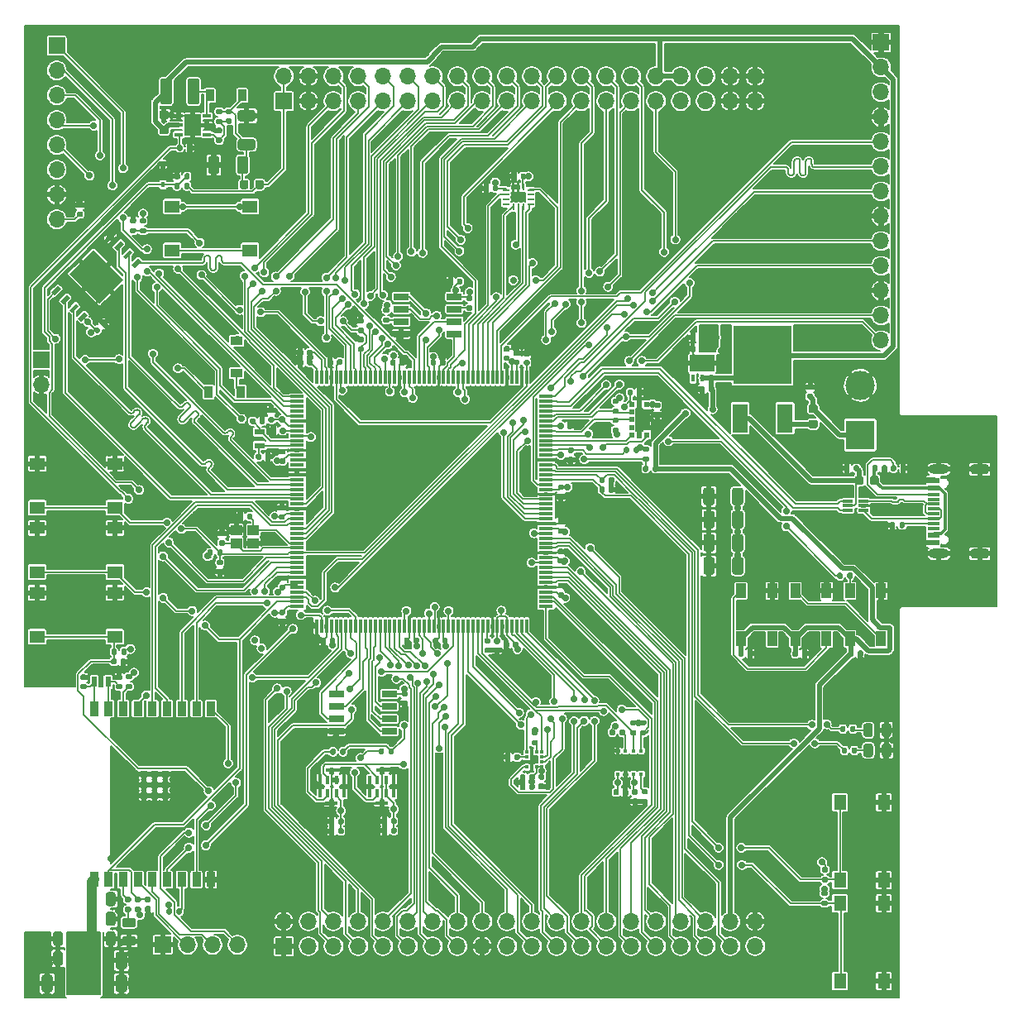
<source format=gtl>
G04 #@! TF.GenerationSoftware,KiCad,Pcbnew,(5.1.12)-1*
G04 #@! TF.CreationDate,2024-11-16T18:45:36+01:00*
G04 #@! TF.ProjectId,C5W1B1V1.0,43355731-4231-4563-912e-302e6b696361,rev?*
G04 #@! TF.SameCoordinates,Original*
G04 #@! TF.FileFunction,Copper,L1,Top*
G04 #@! TF.FilePolarity,Positive*
%FSLAX46Y46*%
G04 Gerber Fmt 4.6, Leading zero omitted, Abs format (unit mm)*
G04 Created by KiCad (PCBNEW (5.1.12)-1) date 2024-11-16 18:45:36*
%MOMM*%
%LPD*%
G01*
G04 APERTURE LIST*
G04 #@! TA.AperFunction,SMDPad,CuDef*
%ADD10R,1.000000X1.500000*%
G04 #@! TD*
G04 #@! TA.AperFunction,SMDPad,CuDef*
%ADD11R,1.300000X0.350000*%
G04 #@! TD*
G04 #@! TA.AperFunction,SMDPad,CuDef*
%ADD12R,0.350000X2.300000*%
G04 #@! TD*
G04 #@! TA.AperFunction,SMDPad,CuDef*
%ADD13R,0.400000X0.950000*%
G04 #@! TD*
G04 #@! TA.AperFunction,ComponentPad*
%ADD14C,3.000000*%
G04 #@! TD*
G04 #@! TA.AperFunction,ComponentPad*
%ADD15R,3.000000X3.000000*%
G04 #@! TD*
G04 #@! TA.AperFunction,SMDPad,CuDef*
%ADD16R,1.600000X3.000000*%
G04 #@! TD*
G04 #@! TA.AperFunction,SMDPad,CuDef*
%ADD17R,6.000000X6.000000*%
G04 #@! TD*
G04 #@! TA.AperFunction,SMDPad,CuDef*
%ADD18R,2.500000X1.750000*%
G04 #@! TD*
G04 #@! TA.AperFunction,SMDPad,CuDef*
%ADD19R,0.400000X0.800000*%
G04 #@! TD*
G04 #@! TA.AperFunction,ComponentPad*
%ADD20O,1.700000X1.700000*%
G04 #@! TD*
G04 #@! TA.AperFunction,ComponentPad*
%ADD21R,1.700000X1.700000*%
G04 #@! TD*
G04 #@! TA.AperFunction,SMDPad,CuDef*
%ADD22R,0.700000X0.700000*%
G04 #@! TD*
G04 #@! TA.AperFunction,SMDPad,CuDef*
%ADD23R,0.900000X1.500000*%
G04 #@! TD*
G04 #@! TA.AperFunction,SMDPad,CuDef*
%ADD24R,0.450000X0.600000*%
G04 #@! TD*
G04 #@! TA.AperFunction,SMDPad,CuDef*
%ADD25R,1.550000X1.300000*%
G04 #@! TD*
G04 #@! TA.AperFunction,SMDPad,CuDef*
%ADD26R,1.700000X2.200000*%
G04 #@! TD*
G04 #@! TA.AperFunction,SMDPad,CuDef*
%ADD27R,0.850000X0.400000*%
G04 #@! TD*
G04 #@! TA.AperFunction,SMDPad,CuDef*
%ADD28R,0.900000X1.200000*%
G04 #@! TD*
G04 #@! TA.AperFunction,SMDPad,CuDef*
%ADD29R,1.300000X1.550000*%
G04 #@! TD*
G04 #@! TA.AperFunction,SMDPad,CuDef*
%ADD30R,0.300000X1.475000*%
G04 #@! TD*
G04 #@! TA.AperFunction,SMDPad,CuDef*
%ADD31R,1.475000X0.300000*%
G04 #@! TD*
G04 #@! TA.AperFunction,SMDPad,CuDef*
%ADD32R,1.200000X0.900000*%
G04 #@! TD*
G04 #@! TA.AperFunction,SMDPad,CuDef*
%ADD33R,0.600000X1.100000*%
G04 #@! TD*
G04 #@! TA.AperFunction,SMDPad,CuDef*
%ADD34C,0.100000*%
G04 #@! TD*
G04 #@! TA.AperFunction,SMDPad,CuDef*
%ADD35R,1.150000X1.000000*%
G04 #@! TD*
G04 #@! TA.AperFunction,SMDPad,CuDef*
%ADD36R,1.100000X0.600000*%
G04 #@! TD*
G04 #@! TA.AperFunction,SMDPad,CuDef*
%ADD37R,0.400000X0.400000*%
G04 #@! TD*
G04 #@! TA.AperFunction,SMDPad,CuDef*
%ADD38R,0.675000X0.250000*%
G04 #@! TD*
G04 #@! TA.AperFunction,SMDPad,CuDef*
%ADD39R,0.250000X0.675000*%
G04 #@! TD*
G04 #@! TA.AperFunction,SMDPad,CuDef*
%ADD40R,0.375000X0.350000*%
G04 #@! TD*
G04 #@! TA.AperFunction,SMDPad,CuDef*
%ADD41R,0.350000X0.375000*%
G04 #@! TD*
G04 #@! TA.AperFunction,SMDPad,CuDef*
%ADD42R,1.150000X0.300000*%
G04 #@! TD*
G04 #@! TA.AperFunction,SMDPad,CuDef*
%ADD43R,1.150000X0.600000*%
G04 #@! TD*
G04 #@! TA.AperFunction,ComponentPad*
%ADD44O,2.100000X1.000000*%
G04 #@! TD*
G04 #@! TA.AperFunction,SMDPad,CuDef*
%ADD45R,0.990000X0.300000*%
G04 #@! TD*
G04 #@! TA.AperFunction,SMDPad,CuDef*
%ADD46R,0.500000X0.500000*%
G04 #@! TD*
G04 #@! TA.AperFunction,SMDPad,CuDef*
%ADD47R,1.525000X0.700000*%
G04 #@! TD*
G04 #@! TA.AperFunction,ViaPad*
%ADD48C,0.700000*%
G04 #@! TD*
G04 #@! TA.AperFunction,Conductor*
%ADD49C,0.160000*%
G04 #@! TD*
G04 #@! TA.AperFunction,Conductor*
%ADD50C,1.000000*%
G04 #@! TD*
G04 #@! TA.AperFunction,Conductor*
%ADD51C,0.500000*%
G04 #@! TD*
G04 #@! TA.AperFunction,Conductor*
%ADD52C,0.300000*%
G04 #@! TD*
G04 #@! TA.AperFunction,Conductor*
%ADD53C,0.200000*%
G04 #@! TD*
G04 #@! TA.AperFunction,Conductor*
%ADD54C,0.100000*%
G04 #@! TD*
G04 APERTURE END LIST*
G04 #@! TO.P,C73,2*
G04 #@! TO.N,+3V3*
G04 #@! TA.AperFunction,SMDPad,CuDef*
G36*
G01*
X112650000Y-93860001D02*
X112650000Y-92559999D01*
G75*
G02*
X112899999Y-92310000I249999J0D01*
G01*
X113550001Y-92310000D01*
G75*
G02*
X113800000Y-92559999I0J-249999D01*
G01*
X113800000Y-93860001D01*
G75*
G02*
X113550001Y-94110000I-249999J0D01*
G01*
X112899999Y-94110000D01*
G75*
G02*
X112650000Y-93860001I0J249999D01*
G01*
G37*
G04 #@! TD.AperFunction*
G04 #@! TO.P,C73,1*
G04 #@! TO.N,GND*
G04 #@! TA.AperFunction,SMDPad,CuDef*
G36*
G01*
X109700000Y-93860001D02*
X109700000Y-92559999D01*
G75*
G02*
X109949999Y-92310000I249999J0D01*
G01*
X110600001Y-92310000D01*
G75*
G02*
X110850000Y-92559999I0J-249999D01*
G01*
X110850000Y-93860001D01*
G75*
G02*
X110600001Y-94110000I-249999J0D01*
G01*
X109949999Y-94110000D01*
G75*
G02*
X109700000Y-93860001I0J249999D01*
G01*
G37*
G04 #@! TD.AperFunction*
G04 #@! TD*
G04 #@! TO.P,C72,2*
G04 #@! TO.N,+3V3*
G04 #@! TA.AperFunction,SMDPad,CuDef*
G36*
G01*
X112650000Y-91490001D02*
X112650000Y-90189999D01*
G75*
G02*
X112899999Y-89940000I249999J0D01*
G01*
X113550001Y-89940000D01*
G75*
G02*
X113800000Y-90189999I0J-249999D01*
G01*
X113800000Y-91490001D01*
G75*
G02*
X113550001Y-91740000I-249999J0D01*
G01*
X112899999Y-91740000D01*
G75*
G02*
X112650000Y-91490001I0J249999D01*
G01*
G37*
G04 #@! TD.AperFunction*
G04 #@! TO.P,C72,1*
G04 #@! TO.N,GND*
G04 #@! TA.AperFunction,SMDPad,CuDef*
G36*
G01*
X109700000Y-91490001D02*
X109700000Y-90189999D01*
G75*
G02*
X109949999Y-89940000I249999J0D01*
G01*
X110600001Y-89940000D01*
G75*
G02*
X110850000Y-90189999I0J-249999D01*
G01*
X110850000Y-91490001D01*
G75*
G02*
X110600001Y-91740000I-249999J0D01*
G01*
X109949999Y-91740000D01*
G75*
G02*
X109700000Y-91490001I0J249999D01*
G01*
G37*
G04 #@! TD.AperFunction*
G04 #@! TD*
G04 #@! TO.P,C71,2*
G04 #@! TO.N,+3V3*
G04 #@! TA.AperFunction,SMDPad,CuDef*
G36*
G01*
X112650000Y-96220001D02*
X112650000Y-94919999D01*
G75*
G02*
X112899999Y-94670000I249999J0D01*
G01*
X113550001Y-94670000D01*
G75*
G02*
X113800000Y-94919999I0J-249999D01*
G01*
X113800000Y-96220001D01*
G75*
G02*
X113550001Y-96470000I-249999J0D01*
G01*
X112899999Y-96470000D01*
G75*
G02*
X112650000Y-96220001I0J249999D01*
G01*
G37*
G04 #@! TD.AperFunction*
G04 #@! TO.P,C71,1*
G04 #@! TO.N,GND*
G04 #@! TA.AperFunction,SMDPad,CuDef*
G36*
G01*
X109700000Y-96220001D02*
X109700000Y-94919999D01*
G75*
G02*
X109949999Y-94670000I249999J0D01*
G01*
X110600001Y-94670000D01*
G75*
G02*
X110850000Y-94919999I0J-249999D01*
G01*
X110850000Y-96220001D01*
G75*
G02*
X110600001Y-96470000I-249999J0D01*
G01*
X109949999Y-96470000D01*
G75*
G02*
X109700000Y-96220001I0J249999D01*
G01*
G37*
G04 #@! TD.AperFunction*
G04 #@! TD*
G04 #@! TO.P,C70,2*
G04 #@! TO.N,+3V3*
G04 #@! TA.AperFunction,SMDPad,CuDef*
G36*
G01*
X112630000Y-89110001D02*
X112630000Y-87809999D01*
G75*
G02*
X112879999Y-87560000I249999J0D01*
G01*
X113530001Y-87560000D01*
G75*
G02*
X113780000Y-87809999I0J-249999D01*
G01*
X113780000Y-89110001D01*
G75*
G02*
X113530001Y-89360000I-249999J0D01*
G01*
X112879999Y-89360000D01*
G75*
G02*
X112630000Y-89110001I0J249999D01*
G01*
G37*
G04 #@! TD.AperFunction*
G04 #@! TO.P,C70,1*
G04 #@! TO.N,GND*
G04 #@! TA.AperFunction,SMDPad,CuDef*
G36*
G01*
X109680000Y-89110001D02*
X109680000Y-87809999D01*
G75*
G02*
X109929999Y-87560000I249999J0D01*
G01*
X110580001Y-87560000D01*
G75*
G02*
X110830000Y-87809999I0J-249999D01*
G01*
X110830000Y-89110001D01*
G75*
G02*
X110580001Y-89360000I-249999J0D01*
G01*
X109929999Y-89360000D01*
G75*
G02*
X109680000Y-89110001I0J249999D01*
G01*
G37*
G04 #@! TD.AperFunction*
G04 #@! TD*
G04 #@! TO.P,C77,2*
G04 #@! TO.N,GND*
G04 #@! TA.AperFunction,SMDPad,CuDef*
G36*
G01*
X71920000Y-121560000D02*
X71920000Y-121900000D01*
G75*
G02*
X71780000Y-122040000I-140000J0D01*
G01*
X71500000Y-122040000D01*
G75*
G02*
X71360000Y-121900000I0J140000D01*
G01*
X71360000Y-121560000D01*
G75*
G02*
X71500000Y-121420000I140000J0D01*
G01*
X71780000Y-121420000D01*
G75*
G02*
X71920000Y-121560000I0J-140000D01*
G01*
G37*
G04 #@! TD.AperFunction*
G04 #@! TO.P,C77,1*
G04 #@! TO.N,+3V3*
G04 #@! TA.AperFunction,SMDPad,CuDef*
G36*
G01*
X72880000Y-121560000D02*
X72880000Y-121900000D01*
G75*
G02*
X72740000Y-122040000I-140000J0D01*
G01*
X72460000Y-122040000D01*
G75*
G02*
X72320000Y-121900000I0J140000D01*
G01*
X72320000Y-121560000D01*
G75*
G02*
X72460000Y-121420000I140000J0D01*
G01*
X72740000Y-121420000D01*
G75*
G02*
X72880000Y-121560000I0J-140000D01*
G01*
G37*
G04 #@! TD.AperFunction*
G04 #@! TD*
G04 #@! TO.P,C79,2*
G04 #@! TO.N,GND*
G04 #@! TA.AperFunction,SMDPad,CuDef*
G36*
G01*
X77330000Y-121530000D02*
X77330000Y-121870000D01*
G75*
G02*
X77190000Y-122010000I-140000J0D01*
G01*
X76910000Y-122010000D01*
G75*
G02*
X76770000Y-121870000I0J140000D01*
G01*
X76770000Y-121530000D01*
G75*
G02*
X76910000Y-121390000I140000J0D01*
G01*
X77190000Y-121390000D01*
G75*
G02*
X77330000Y-121530000I0J-140000D01*
G01*
G37*
G04 #@! TD.AperFunction*
G04 #@! TO.P,C79,1*
G04 #@! TO.N,+3V3*
G04 #@! TA.AperFunction,SMDPad,CuDef*
G36*
G01*
X78290000Y-121530000D02*
X78290000Y-121870000D01*
G75*
G02*
X78150000Y-122010000I-140000J0D01*
G01*
X77870000Y-122010000D01*
G75*
G02*
X77730000Y-121870000I0J140000D01*
G01*
X77730000Y-121530000D01*
G75*
G02*
X77870000Y-121390000I140000J0D01*
G01*
X78150000Y-121390000D01*
G75*
G02*
X78290000Y-121530000I0J-140000D01*
G01*
G37*
G04 #@! TD.AperFunction*
G04 #@! TD*
G04 #@! TO.P,C75,2*
G04 #@! TO.N,GND*
G04 #@! TA.AperFunction,SMDPad,CuDef*
G36*
G01*
X119790000Y-104740000D02*
X119790000Y-104400000D01*
G75*
G02*
X119930000Y-104260000I140000J0D01*
G01*
X120210000Y-104260000D01*
G75*
G02*
X120350000Y-104400000I0J-140000D01*
G01*
X120350000Y-104740000D01*
G75*
G02*
X120210000Y-104880000I-140000J0D01*
G01*
X119930000Y-104880000D01*
G75*
G02*
X119790000Y-104740000I0J140000D01*
G01*
G37*
G04 #@! TD.AperFunction*
G04 #@! TO.P,C75,1*
G04 #@! TO.N,+5V*
G04 #@! TA.AperFunction,SMDPad,CuDef*
G36*
G01*
X118830000Y-104740000D02*
X118830000Y-104400000D01*
G75*
G02*
X118970000Y-104260000I140000J0D01*
G01*
X119250000Y-104260000D01*
G75*
G02*
X119390000Y-104400000I0J-140000D01*
G01*
X119390000Y-104740000D01*
G75*
G02*
X119250000Y-104880000I-140000J0D01*
G01*
X118970000Y-104880000D01*
G75*
G02*
X118830000Y-104740000I0J140000D01*
G01*
G37*
G04 #@! TD.AperFunction*
G04 #@! TD*
G04 #@! TO.P,C76,2*
G04 #@! TO.N,GND*
G04 #@! TA.AperFunction,SMDPad,CuDef*
G36*
G01*
X114220000Y-104740000D02*
X114220000Y-104400000D01*
G75*
G02*
X114360000Y-104260000I140000J0D01*
G01*
X114640000Y-104260000D01*
G75*
G02*
X114780000Y-104400000I0J-140000D01*
G01*
X114780000Y-104740000D01*
G75*
G02*
X114640000Y-104880000I-140000J0D01*
G01*
X114360000Y-104880000D01*
G75*
G02*
X114220000Y-104740000I0J140000D01*
G01*
G37*
G04 #@! TD.AperFunction*
G04 #@! TO.P,C76,1*
G04 #@! TO.N,+5V*
G04 #@! TA.AperFunction,SMDPad,CuDef*
G36*
G01*
X113260000Y-104740000D02*
X113260000Y-104400000D01*
G75*
G02*
X113400000Y-104260000I140000J0D01*
G01*
X113680000Y-104260000D01*
G75*
G02*
X113820000Y-104400000I0J-140000D01*
G01*
X113820000Y-104740000D01*
G75*
G02*
X113680000Y-104880000I-140000J0D01*
G01*
X113400000Y-104880000D01*
G75*
G02*
X113260000Y-104740000I0J140000D01*
G01*
G37*
G04 #@! TD.AperFunction*
G04 #@! TD*
G04 #@! TO.P,C78,2*
G04 #@! TO.N,GND*
G04 #@! TA.AperFunction,SMDPad,CuDef*
G36*
G01*
X71920000Y-122540000D02*
X71920000Y-122880000D01*
G75*
G02*
X71780000Y-123020000I-140000J0D01*
G01*
X71500000Y-123020000D01*
G75*
G02*
X71360000Y-122880000I0J140000D01*
G01*
X71360000Y-122540000D01*
G75*
G02*
X71500000Y-122400000I140000J0D01*
G01*
X71780000Y-122400000D01*
G75*
G02*
X71920000Y-122540000I0J-140000D01*
G01*
G37*
G04 #@! TD.AperFunction*
G04 #@! TO.P,C78,1*
G04 #@! TO.N,+3V3*
G04 #@! TA.AperFunction,SMDPad,CuDef*
G36*
G01*
X72880000Y-122540000D02*
X72880000Y-122880000D01*
G75*
G02*
X72740000Y-123020000I-140000J0D01*
G01*
X72460000Y-123020000D01*
G75*
G02*
X72320000Y-122880000I0J140000D01*
G01*
X72320000Y-122540000D01*
G75*
G02*
X72460000Y-122400000I140000J0D01*
G01*
X72740000Y-122400000D01*
G75*
G02*
X72880000Y-122540000I0J-140000D01*
G01*
G37*
G04 #@! TD.AperFunction*
G04 #@! TD*
D10*
G04 #@! TO.P,D11,1*
G04 #@! TO.N,+5V*
X113540000Y-103030000D03*
G04 #@! TO.P,D11,2*
G04 #@! TO.N,Net-(D11-Pad2)*
X116740000Y-103030000D03*
G04 #@! TO.P,D11,4*
G04 #@! TO.N,Net-(D10-Pad2)*
X113540000Y-98130000D03*
G04 #@! TO.P,D11,3*
G04 #@! TO.N,GND*
X116740000Y-98130000D03*
G04 #@! TD*
G04 #@! TO.P,C80,2*
G04 #@! TO.N,GND*
G04 #@! TA.AperFunction,SMDPad,CuDef*
G36*
G01*
X77330000Y-122510000D02*
X77330000Y-122850000D01*
G75*
G02*
X77190000Y-122990000I-140000J0D01*
G01*
X76910000Y-122990000D01*
G75*
G02*
X76770000Y-122850000I0J140000D01*
G01*
X76770000Y-122510000D01*
G75*
G02*
X76910000Y-122370000I140000J0D01*
G01*
X77190000Y-122370000D01*
G75*
G02*
X77330000Y-122510000I0J-140000D01*
G01*
G37*
G04 #@! TD.AperFunction*
G04 #@! TO.P,C80,1*
G04 #@! TO.N,+3V3*
G04 #@! TA.AperFunction,SMDPad,CuDef*
G36*
G01*
X78290000Y-122510000D02*
X78290000Y-122850000D01*
G75*
G02*
X78150000Y-122990000I-140000J0D01*
G01*
X77870000Y-122990000D01*
G75*
G02*
X77730000Y-122850000I0J140000D01*
G01*
X77730000Y-122510000D01*
G75*
G02*
X77870000Y-122370000I140000J0D01*
G01*
X78150000Y-122370000D01*
G75*
G02*
X78290000Y-122510000I0J-140000D01*
G01*
G37*
G04 #@! TD.AperFunction*
G04 #@! TD*
D11*
G04 #@! TO.P,MK1,8*
G04 #@! TO.N,GND*
X71670000Y-119895000D03*
G04 #@! TO.P,MK1,7*
X71670000Y-116445000D03*
D12*
G04 #@! TO.P,MK1,6*
X72895000Y-118170000D03*
G04 #@! TO.P,MK1,5*
X70445000Y-118170000D03*
D13*
G04 #@! TO.P,MK1,4*
X72120000Y-117495000D03*
G04 #@! TO.P,MK1,3*
G04 #@! TO.N,+3V3*
X72120000Y-118845000D03*
G04 #@! TO.P,MK1,2*
G04 #@! TO.N,Net-(MK1-Pad2)*
X71220000Y-118845000D03*
G04 #@! TO.P,MK1,1*
G04 #@! TO.N,DFSDM_CLK*
X71220000Y-117495000D03*
G04 #@! TD*
D11*
G04 #@! TO.P,MK2,8*
G04 #@! TO.N,GND*
X76790000Y-119885000D03*
G04 #@! TO.P,MK2,7*
X76790000Y-116435000D03*
D12*
G04 #@! TO.P,MK2,6*
X78015000Y-118160000D03*
G04 #@! TO.P,MK2,5*
X75565000Y-118160000D03*
D13*
G04 #@! TO.P,MK2,4*
G04 #@! TO.N,+3V3*
X77240000Y-117485000D03*
G04 #@! TO.P,MK2,3*
X77240000Y-118835000D03*
G04 #@! TO.P,MK2,2*
G04 #@! TO.N,Net-(MK2-Pad2)*
X76340000Y-118835000D03*
G04 #@! TO.P,MK2,1*
G04 #@! TO.N,DFSDM_CLK*
X76340000Y-117485000D03*
G04 #@! TD*
G04 #@! TO.P,R34,2*
G04 #@! TO.N,DFSDM_DATA*
G04 #@! TA.AperFunction,SMDPad,CuDef*
G36*
G01*
X72530000Y-114785000D02*
X72530000Y-114415000D01*
G75*
G02*
X72665000Y-114280000I135000J0D01*
G01*
X72935000Y-114280000D01*
G75*
G02*
X73070000Y-114415000I0J-135000D01*
G01*
X73070000Y-114785000D01*
G75*
G02*
X72935000Y-114920000I-135000J0D01*
G01*
X72665000Y-114920000D01*
G75*
G02*
X72530000Y-114785000I0J135000D01*
G01*
G37*
G04 #@! TD.AperFunction*
G04 #@! TO.P,R34,1*
G04 #@! TO.N,Net-(MK1-Pad2)*
G04 #@! TA.AperFunction,SMDPad,CuDef*
G36*
G01*
X71510000Y-114785000D02*
X71510000Y-114415000D01*
G75*
G02*
X71645000Y-114280000I135000J0D01*
G01*
X71915000Y-114280000D01*
G75*
G02*
X72050000Y-114415000I0J-135000D01*
G01*
X72050000Y-114785000D01*
G75*
G02*
X71915000Y-114920000I-135000J0D01*
G01*
X71645000Y-114920000D01*
G75*
G02*
X71510000Y-114785000I0J135000D01*
G01*
G37*
G04 #@! TD.AperFunction*
G04 #@! TD*
D10*
G04 #@! TO.P,D10,1*
G04 #@! TO.N,+5V*
X119110000Y-103030000D03*
G04 #@! TO.P,D10,2*
G04 #@! TO.N,Net-(D10-Pad2)*
X122310000Y-103030000D03*
G04 #@! TO.P,D10,4*
G04 #@! TO.N,Net-(D10-Pad4)*
X119110000Y-98130000D03*
G04 #@! TO.P,D10,3*
G04 #@! TO.N,GND*
X122310000Y-98130000D03*
G04 #@! TD*
G04 #@! TO.P,R35,2*
G04 #@! TO.N,DFSDM_DATA*
G04 #@! TA.AperFunction,SMDPad,CuDef*
G36*
G01*
X77490000Y-114735000D02*
X77490000Y-114365000D01*
G75*
G02*
X77625000Y-114230000I135000J0D01*
G01*
X77895000Y-114230000D01*
G75*
G02*
X78030000Y-114365000I0J-135000D01*
G01*
X78030000Y-114735000D01*
G75*
G02*
X77895000Y-114870000I-135000J0D01*
G01*
X77625000Y-114870000D01*
G75*
G02*
X77490000Y-114735000I0J135000D01*
G01*
G37*
G04 #@! TD.AperFunction*
G04 #@! TO.P,R35,1*
G04 #@! TO.N,Net-(MK2-Pad2)*
G04 #@! TA.AperFunction,SMDPad,CuDef*
G36*
G01*
X76470000Y-114735000D02*
X76470000Y-114365000D01*
G75*
G02*
X76605000Y-114230000I135000J0D01*
G01*
X76875000Y-114230000D01*
G75*
G02*
X77010000Y-114365000I0J-135000D01*
G01*
X77010000Y-114735000D01*
G75*
G02*
X76875000Y-114870000I-135000J0D01*
G01*
X76605000Y-114870000D01*
G75*
G02*
X76470000Y-114735000I0J135000D01*
G01*
G37*
G04 #@! TD.AperFunction*
G04 #@! TD*
G04 #@! TO.P,F2,2*
G04 #@! TO.N,Net-(C74-Pad1)*
G04 #@! TA.AperFunction,SMDPad,CuDef*
G36*
G01*
X121196250Y-79930000D02*
X120683750Y-79930000D01*
G75*
G02*
X120465000Y-79711250I0J218750D01*
G01*
X120465000Y-79273750D01*
G75*
G02*
X120683750Y-79055000I218750J0D01*
G01*
X121196250Y-79055000D01*
G75*
G02*
X121415000Y-79273750I0J-218750D01*
G01*
X121415000Y-79711250D01*
G75*
G02*
X121196250Y-79930000I-218750J0D01*
G01*
G37*
G04 #@! TD.AperFunction*
G04 #@! TO.P,F2,1*
G04 #@! TO.N,5V_EXT*
G04 #@! TA.AperFunction,SMDPad,CuDef*
G36*
G01*
X121196250Y-81505000D02*
X120683750Y-81505000D01*
G75*
G02*
X120465000Y-81286250I0J218750D01*
G01*
X120465000Y-80848750D01*
G75*
G02*
X120683750Y-80630000I218750J0D01*
G01*
X121196250Y-80630000D01*
G75*
G02*
X121415000Y-80848750I0J-218750D01*
G01*
X121415000Y-81286250D01*
G75*
G02*
X121196250Y-81505000I-218750J0D01*
G01*
G37*
G04 #@! TD.AperFunction*
G04 #@! TD*
D14*
G04 #@! TO.P,J8,2*
G04 #@! TO.N,GND*
X125750000Y-77100000D03*
D15*
G04 #@! TO.P,J8,1*
G04 #@! TO.N,Net-(C74-Pad1)*
X125750000Y-82180000D03*
G04 #@! TD*
D16*
G04 #@! TO.P,D9,3*
G04 #@! TO.N,5V_EXT*
X118070000Y-80470000D03*
D17*
G04 #@! TO.P,D9,2*
G04 #@! TO.N,+5V*
X115770000Y-73970000D03*
D16*
G04 #@! TO.P,D9,1*
G04 #@! TO.N,5V_USB*
X113470000Y-80470000D03*
G04 #@! TD*
G04 #@! TO.P,C74,2*
G04 #@! TO.N,GND*
G04 #@! TA.AperFunction,SMDPad,CuDef*
G36*
G01*
X120800000Y-77540000D02*
X120460000Y-77540000D01*
G75*
G02*
X120320000Y-77400000I0J140000D01*
G01*
X120320000Y-77120000D01*
G75*
G02*
X120460000Y-76980000I140000J0D01*
G01*
X120800000Y-76980000D01*
G75*
G02*
X120940000Y-77120000I0J-140000D01*
G01*
X120940000Y-77400000D01*
G75*
G02*
X120800000Y-77540000I-140000J0D01*
G01*
G37*
G04 #@! TD.AperFunction*
G04 #@! TO.P,C74,1*
G04 #@! TO.N,Net-(C74-Pad1)*
G04 #@! TA.AperFunction,SMDPad,CuDef*
G36*
G01*
X120800000Y-78500000D02*
X120460000Y-78500000D01*
G75*
G02*
X120320000Y-78360000I0J140000D01*
G01*
X120320000Y-78080000D01*
G75*
G02*
X120460000Y-77940000I140000J0D01*
G01*
X120800000Y-77940000D01*
G75*
G02*
X120940000Y-78080000I0J-140000D01*
G01*
X120940000Y-78360000D01*
G75*
G02*
X120800000Y-78500000I-140000J0D01*
G01*
G37*
G04 #@! TD.AperFunction*
G04 #@! TD*
D18*
G04 #@! TO.P,U9,7*
G04 #@! TO.N,GND*
X109580000Y-74840000D03*
D19*
G04 #@! TO.P,U9,6*
G04 #@! TO.N,+5V*
X110530000Y-76340000D03*
G04 #@! TO.P,U9,5*
X109580000Y-76340000D03*
G04 #@! TO.P,U9,4*
G04 #@! TO.N,Net-(U9-Pad4)*
X108630000Y-76340000D03*
G04 #@! TO.P,U9,3*
G04 #@! TO.N,GND*
X108630000Y-73340000D03*
G04 #@! TO.P,U9,2*
G04 #@! TO.N,+3V3*
X109580000Y-73340000D03*
G04 #@! TO.P,U9,1*
X110530000Y-73340000D03*
G04 #@! TD*
G04 #@! TO.P,C54,2*
G04 #@! TO.N,GND*
G04 #@! TA.AperFunction,SMDPad,CuDef*
G36*
G01*
X109860000Y-77310000D02*
X109860000Y-77650000D01*
G75*
G02*
X109720000Y-77790000I-140000J0D01*
G01*
X109440000Y-77790000D01*
G75*
G02*
X109300000Y-77650000I0J140000D01*
G01*
X109300000Y-77310000D01*
G75*
G02*
X109440000Y-77170000I140000J0D01*
G01*
X109720000Y-77170000D01*
G75*
G02*
X109860000Y-77310000I0J-140000D01*
G01*
G37*
G04 #@! TD.AperFunction*
G04 #@! TO.P,C54,1*
G04 #@! TO.N,+5V*
G04 #@! TA.AperFunction,SMDPad,CuDef*
G36*
G01*
X110820000Y-77310000D02*
X110820000Y-77650000D01*
G75*
G02*
X110680000Y-77790000I-140000J0D01*
G01*
X110400000Y-77790000D01*
G75*
G02*
X110260000Y-77650000I0J140000D01*
G01*
X110260000Y-77310000D01*
G75*
G02*
X110400000Y-77170000I140000J0D01*
G01*
X110680000Y-77170000D01*
G75*
G02*
X110820000Y-77310000I0J-140000D01*
G01*
G37*
G04 #@! TD.AperFunction*
G04 #@! TD*
G04 #@! TO.P,C53,2*
G04 #@! TO.N,+3V3*
G04 #@! TA.AperFunction,SMDPad,CuDef*
G36*
G01*
X109310000Y-72330000D02*
X109310000Y-71990000D01*
G75*
G02*
X109450000Y-71850000I140000J0D01*
G01*
X109730000Y-71850000D01*
G75*
G02*
X109870000Y-71990000I0J-140000D01*
G01*
X109870000Y-72330000D01*
G75*
G02*
X109730000Y-72470000I-140000J0D01*
G01*
X109450000Y-72470000D01*
G75*
G02*
X109310000Y-72330000I0J140000D01*
G01*
G37*
G04 #@! TD.AperFunction*
G04 #@! TO.P,C53,1*
G04 #@! TO.N,GND*
G04 #@! TA.AperFunction,SMDPad,CuDef*
G36*
G01*
X108350000Y-72330000D02*
X108350000Y-71990000D01*
G75*
G02*
X108490000Y-71850000I140000J0D01*
G01*
X108770000Y-71850000D01*
G75*
G02*
X108910000Y-71990000I0J-140000D01*
G01*
X108910000Y-72330000D01*
G75*
G02*
X108770000Y-72470000I-140000J0D01*
G01*
X108490000Y-72470000D01*
G75*
G02*
X108350000Y-72330000I0J140000D01*
G01*
G37*
G04 #@! TD.AperFunction*
G04 #@! TD*
G04 #@! TO.P,R11,2*
G04 #@! TO.N,Net-(R11-Pad2)*
G04 #@! TA.AperFunction,SMDPad,CuDef*
G36*
G01*
X50975000Y-130000000D02*
X50605000Y-130000000D01*
G75*
G02*
X50470000Y-129865000I0J135000D01*
G01*
X50470000Y-129595000D01*
G75*
G02*
X50605000Y-129460000I135000J0D01*
G01*
X50975000Y-129460000D01*
G75*
G02*
X51110000Y-129595000I0J-135000D01*
G01*
X51110000Y-129865000D01*
G75*
G02*
X50975000Y-130000000I-135000J0D01*
G01*
G37*
G04 #@! TD.AperFunction*
G04 #@! TO.P,R11,1*
G04 #@! TO.N,Net-(D3-Pad2)*
G04 #@! TA.AperFunction,SMDPad,CuDef*
G36*
G01*
X50975000Y-131020000D02*
X50605000Y-131020000D01*
G75*
G02*
X50470000Y-130885000I0J135000D01*
G01*
X50470000Y-130615000D01*
G75*
G02*
X50605000Y-130480000I135000J0D01*
G01*
X50975000Y-130480000D01*
G75*
G02*
X51110000Y-130615000I0J-135000D01*
G01*
X51110000Y-130885000D01*
G75*
G02*
X50975000Y-131020000I-135000J0D01*
G01*
G37*
G04 #@! TD.AperFunction*
G04 #@! TD*
G04 #@! TO.P,R10,2*
G04 #@! TO.N,ESP_RST*
G04 #@! TA.AperFunction,SMDPad,CuDef*
G36*
G01*
X51995000Y-129990000D02*
X51625000Y-129990000D01*
G75*
G02*
X51490000Y-129855000I0J135000D01*
G01*
X51490000Y-129585000D01*
G75*
G02*
X51625000Y-129450000I135000J0D01*
G01*
X51995000Y-129450000D01*
G75*
G02*
X52130000Y-129585000I0J-135000D01*
G01*
X52130000Y-129855000D01*
G75*
G02*
X51995000Y-129990000I-135000J0D01*
G01*
G37*
G04 #@! TD.AperFunction*
G04 #@! TO.P,R10,1*
G04 #@! TO.N,+3V3*
G04 #@! TA.AperFunction,SMDPad,CuDef*
G36*
G01*
X51995000Y-131010000D02*
X51625000Y-131010000D01*
G75*
G02*
X51490000Y-130875000I0J135000D01*
G01*
X51490000Y-130605000D01*
G75*
G02*
X51625000Y-130470000I135000J0D01*
G01*
X51995000Y-130470000D01*
G75*
G02*
X52130000Y-130605000I0J-135000D01*
G01*
X52130000Y-130875000D01*
G75*
G02*
X51995000Y-131010000I-135000J0D01*
G01*
G37*
G04 #@! TD.AperFunction*
G04 #@! TD*
D20*
G04 #@! TO.P,J4,4*
G04 #@! TO.N,ESP_GPIO10*
X61980000Y-134360000D03*
G04 #@! TO.P,J4,3*
G04 #@! TO.N,ESP_GPIO6*
X59440000Y-134360000D03*
G04 #@! TO.P,J4,2*
G04 #@! TO.N,ESP_GPIO5*
X56900000Y-134360000D03*
D21*
G04 #@! TO.P,J4,1*
G04 #@! TO.N,GND*
X54360000Y-134360000D03*
G04 #@! TD*
G04 #@! TO.P,D3,2*
G04 #@! TO.N,Net-(D3-Pad2)*
G04 #@! TA.AperFunction,SMDPad,CuDef*
G36*
G01*
X51346250Y-132580000D02*
X50433750Y-132580000D01*
G75*
G02*
X50190000Y-132336250I0J243750D01*
G01*
X50190000Y-131848750D01*
G75*
G02*
X50433750Y-131605000I243750J0D01*
G01*
X51346250Y-131605000D01*
G75*
G02*
X51590000Y-131848750I0J-243750D01*
G01*
X51590000Y-132336250D01*
G75*
G02*
X51346250Y-132580000I-243750J0D01*
G01*
G37*
G04 #@! TD.AperFunction*
G04 #@! TO.P,D3,1*
G04 #@! TO.N,GND*
G04 #@! TA.AperFunction,SMDPad,CuDef*
G36*
G01*
X51346250Y-134455000D02*
X50433750Y-134455000D01*
G75*
G02*
X50190000Y-134211250I0J243750D01*
G01*
X50190000Y-133723750D01*
G75*
G02*
X50433750Y-133480000I243750J0D01*
G01*
X51346250Y-133480000D01*
G75*
G02*
X51590000Y-133723750I0J-243750D01*
G01*
X51590000Y-134211250D01*
G75*
G02*
X51346250Y-134455000I-243750J0D01*
G01*
G37*
G04 #@! TD.AperFunction*
G04 #@! TD*
G04 #@! TO.P,C34,2*
G04 #@! TO.N,ESP_RST*
G04 #@! TA.AperFunction,SMDPad,CuDef*
G36*
G01*
X52980000Y-130000000D02*
X52640000Y-130000000D01*
G75*
G02*
X52500000Y-129860000I0J140000D01*
G01*
X52500000Y-129580000D01*
G75*
G02*
X52640000Y-129440000I140000J0D01*
G01*
X52980000Y-129440000D01*
G75*
G02*
X53120000Y-129580000I0J-140000D01*
G01*
X53120000Y-129860000D01*
G75*
G02*
X52980000Y-130000000I-140000J0D01*
G01*
G37*
G04 #@! TD.AperFunction*
G04 #@! TO.P,C34,1*
G04 #@! TO.N,GND*
G04 #@! TA.AperFunction,SMDPad,CuDef*
G36*
G01*
X52980000Y-130960000D02*
X52640000Y-130960000D01*
G75*
G02*
X52500000Y-130820000I0J140000D01*
G01*
X52500000Y-130540000D01*
G75*
G02*
X52640000Y-130400000I140000J0D01*
G01*
X52980000Y-130400000D01*
G75*
G02*
X53120000Y-130540000I0J-140000D01*
G01*
X53120000Y-130820000D01*
G75*
G02*
X52980000Y-130960000I-140000J0D01*
G01*
G37*
G04 #@! TD.AperFunction*
G04 #@! TD*
D22*
G04 #@! TO.P,U12,27*
G04 #@! TO.N,GND*
X54600000Y-116880000D03*
G04 #@! TO.P,U12,26*
X54600000Y-117980000D03*
G04 #@! TO.P,U12,25*
X54600000Y-119080000D03*
G04 #@! TO.P,U12,24*
X53500000Y-119080000D03*
G04 #@! TO.P,U12,23*
X52400000Y-119080000D03*
G04 #@! TO.P,U12,22*
X52400000Y-117980000D03*
G04 #@! TO.P,U12,21*
X52400000Y-116880000D03*
G04 #@! TO.P,U12,20*
X53500000Y-116880000D03*
G04 #@! TO.P,U12,19*
X53500000Y-117980000D03*
D23*
G04 #@! TO.P,U12,18*
G04 #@! TO.N,Net-(C39-Pad2)*
X47300000Y-110190000D03*
G04 #@! TO.P,U12,17*
G04 #@! TO.N,Net-(C38-Pad1)*
X48800000Y-110190000D03*
G04 #@! TO.P,U12,16*
G04 #@! TO.N,Net-(R12-Pad2)*
X50300000Y-110190000D03*
G04 #@! TO.P,U12,15*
G04 #@! TO.N,STM_ESP_PIN2*
X51800000Y-110190000D03*
G04 #@! TO.P,U12,14*
G04 #@! TO.N,ESP_TX*
X53300000Y-110190000D03*
G04 #@! TO.P,U12,13*
G04 #@! TO.N,ESP_RX*
X54800000Y-110190000D03*
G04 #@! TO.P,U12,12*
G04 #@! TO.N,DBG_TX*
X56300000Y-110190000D03*
G04 #@! TO.P,U12,11*
G04 #@! TO.N,DBG_RX*
X57800000Y-110190000D03*
G04 #@! TO.P,U12,10*
G04 #@! TO.N,ESP_GPIO10*
X59300000Y-110190000D03*
G04 #@! TO.P,U12,9*
G04 #@! TO.N,GND*
X59300000Y-127690000D03*
G04 #@! TO.P,U12,8*
G04 #@! TO.N,Net-(C33-Pad2)*
X57800000Y-127690000D03*
G04 #@! TO.P,U12,7*
G04 #@! TO.N,Net-(R9-Pad2)*
X56300000Y-127690000D03*
G04 #@! TO.P,U12,6*
G04 #@! TO.N,STM_ESP_PIN1*
X54800000Y-127690000D03*
G04 #@! TO.P,U12,5*
G04 #@! TO.N,ESP_GPIO6*
X53300000Y-127690000D03*
G04 #@! TO.P,U12,4*
G04 #@! TO.N,ESP_GPIO5*
X51800000Y-127690000D03*
G04 #@! TO.P,U12,3*
G04 #@! TO.N,Net-(R11-Pad2)*
X50300000Y-127690000D03*
G04 #@! TO.P,U12,2*
G04 #@! TO.N,ESP_RST*
X48800000Y-127690000D03*
G04 #@! TO.P,U12,1*
G04 #@! TO.N,+3V3*
X47300000Y-127690000D03*
G04 #@! TD*
G04 #@! TO.P,C69,2*
G04 #@! TO.N,+3V3*
G04 #@! TA.AperFunction,SMDPad,CuDef*
G36*
G01*
X47620000Y-129205000D02*
X47620000Y-130155000D01*
G75*
G02*
X47370000Y-130405000I-250000J0D01*
G01*
X46870000Y-130405000D01*
G75*
G02*
X46620000Y-130155000I0J250000D01*
G01*
X46620000Y-129205000D01*
G75*
G02*
X46870000Y-128955000I250000J0D01*
G01*
X47370000Y-128955000D01*
G75*
G02*
X47620000Y-129205000I0J-250000D01*
G01*
G37*
G04 #@! TD.AperFunction*
G04 #@! TO.P,C69,1*
G04 #@! TO.N,GND*
G04 #@! TA.AperFunction,SMDPad,CuDef*
G36*
G01*
X49520000Y-129205000D02*
X49520000Y-130155000D01*
G75*
G02*
X49270000Y-130405000I-250000J0D01*
G01*
X48770000Y-130405000D01*
G75*
G02*
X48520000Y-130155000I0J250000D01*
G01*
X48520000Y-129205000D01*
G75*
G02*
X48770000Y-128955000I250000J0D01*
G01*
X49270000Y-128955000D01*
G75*
G02*
X49520000Y-129205000I0J-250000D01*
G01*
G37*
G04 #@! TD.AperFunction*
G04 #@! TD*
G04 #@! TO.P,C68,2*
G04 #@! TO.N,+3V3*
G04 #@! TA.AperFunction,SMDPad,CuDef*
G36*
G01*
X47620000Y-131225000D02*
X47620000Y-132175000D01*
G75*
G02*
X47370000Y-132425000I-250000J0D01*
G01*
X46870000Y-132425000D01*
G75*
G02*
X46620000Y-132175000I0J250000D01*
G01*
X46620000Y-131225000D01*
G75*
G02*
X46870000Y-130975000I250000J0D01*
G01*
X47370000Y-130975000D01*
G75*
G02*
X47620000Y-131225000I0J-250000D01*
G01*
G37*
G04 #@! TD.AperFunction*
G04 #@! TO.P,C68,1*
G04 #@! TO.N,GND*
G04 #@! TA.AperFunction,SMDPad,CuDef*
G36*
G01*
X49520000Y-131225000D02*
X49520000Y-132175000D01*
G75*
G02*
X49270000Y-132425000I-250000J0D01*
G01*
X48770000Y-132425000D01*
G75*
G02*
X48520000Y-132175000I0J250000D01*
G01*
X48520000Y-131225000D01*
G75*
G02*
X48770000Y-130975000I250000J0D01*
G01*
X49270000Y-130975000D01*
G75*
G02*
X49520000Y-131225000I0J-250000D01*
G01*
G37*
G04 #@! TD.AperFunction*
G04 #@! TD*
G04 #@! TO.P,C65,2*
G04 #@! TO.N,+3V3*
G04 #@! TA.AperFunction,SMDPad,CuDef*
G36*
G01*
X47620000Y-133245000D02*
X47620000Y-134195000D01*
G75*
G02*
X47370000Y-134445000I-250000J0D01*
G01*
X46870000Y-134445000D01*
G75*
G02*
X46620000Y-134195000I0J250000D01*
G01*
X46620000Y-133245000D01*
G75*
G02*
X46870000Y-132995000I250000J0D01*
G01*
X47370000Y-132995000D01*
G75*
G02*
X47620000Y-133245000I0J-250000D01*
G01*
G37*
G04 #@! TD.AperFunction*
G04 #@! TO.P,C65,1*
G04 #@! TO.N,GND*
G04 #@! TA.AperFunction,SMDPad,CuDef*
G36*
G01*
X49520000Y-133245000D02*
X49520000Y-134195000D01*
G75*
G02*
X49270000Y-134445000I-250000J0D01*
G01*
X48770000Y-134445000D01*
G75*
G02*
X48520000Y-134195000I0J250000D01*
G01*
X48520000Y-133245000D01*
G75*
G02*
X48770000Y-132995000I250000J0D01*
G01*
X49270000Y-132995000D01*
G75*
G02*
X49520000Y-133245000I0J-250000D01*
G01*
G37*
G04 #@! TD.AperFunction*
G04 #@! TD*
G04 #@! TO.P,C64,2*
G04 #@! TO.N,+3V3*
G04 #@! TA.AperFunction,SMDPad,CuDef*
G36*
G01*
X45030000Y-134195000D02*
X45030000Y-133245000D01*
G75*
G02*
X45280000Y-132995000I250000J0D01*
G01*
X45780000Y-132995000D01*
G75*
G02*
X46030000Y-133245000I0J-250000D01*
G01*
X46030000Y-134195000D01*
G75*
G02*
X45780000Y-134445000I-250000J0D01*
G01*
X45280000Y-134445000D01*
G75*
G02*
X45030000Y-134195000I0J250000D01*
G01*
G37*
G04 #@! TD.AperFunction*
G04 #@! TO.P,C64,1*
G04 #@! TO.N,GND*
G04 #@! TA.AperFunction,SMDPad,CuDef*
G36*
G01*
X43130000Y-134195000D02*
X43130000Y-133245000D01*
G75*
G02*
X43380000Y-132995000I250000J0D01*
G01*
X43880000Y-132995000D01*
G75*
G02*
X44130000Y-133245000I0J-250000D01*
G01*
X44130000Y-134195000D01*
G75*
G02*
X43880000Y-134445000I-250000J0D01*
G01*
X43380000Y-134445000D01*
G75*
G02*
X43130000Y-134195000I0J250000D01*
G01*
G37*
G04 #@! TD.AperFunction*
G04 #@! TD*
G04 #@! TO.P,C62,2*
G04 #@! TO.N,+3V3*
G04 #@! TA.AperFunction,SMDPad,CuDef*
G36*
G01*
X45030000Y-136215000D02*
X45030000Y-135265000D01*
G75*
G02*
X45280000Y-135015000I250000J0D01*
G01*
X45780000Y-135015000D01*
G75*
G02*
X46030000Y-135265000I0J-250000D01*
G01*
X46030000Y-136215000D01*
G75*
G02*
X45780000Y-136465000I-250000J0D01*
G01*
X45280000Y-136465000D01*
G75*
G02*
X45030000Y-136215000I0J250000D01*
G01*
G37*
G04 #@! TD.AperFunction*
G04 #@! TO.P,C62,1*
G04 #@! TO.N,GND*
G04 #@! TA.AperFunction,SMDPad,CuDef*
G36*
G01*
X43130000Y-136215000D02*
X43130000Y-135265000D01*
G75*
G02*
X43380000Y-135015000I250000J0D01*
G01*
X43880000Y-135015000D01*
G75*
G02*
X44130000Y-135265000I0J-250000D01*
G01*
X44130000Y-136215000D01*
G75*
G02*
X43880000Y-136465000I-250000J0D01*
G01*
X43380000Y-136465000D01*
G75*
G02*
X43130000Y-136215000I0J250000D01*
G01*
G37*
G04 #@! TD.AperFunction*
G04 #@! TD*
G04 #@! TO.P,C37,2*
G04 #@! TO.N,+3V3*
G04 #@! TA.AperFunction,SMDPad,CuDef*
G36*
G01*
X47750000Y-135309999D02*
X47750000Y-136610001D01*
G75*
G02*
X47500001Y-136860000I-249999J0D01*
G01*
X46849999Y-136860000D01*
G75*
G02*
X46600000Y-136610001I0J249999D01*
G01*
X46600000Y-135309999D01*
G75*
G02*
X46849999Y-135060000I249999J0D01*
G01*
X47500001Y-135060000D01*
G75*
G02*
X47750000Y-135309999I0J-249999D01*
G01*
G37*
G04 #@! TD.AperFunction*
G04 #@! TO.P,C37,1*
G04 #@! TO.N,GND*
G04 #@! TA.AperFunction,SMDPad,CuDef*
G36*
G01*
X50700000Y-135309999D02*
X50700000Y-136610001D01*
G75*
G02*
X50450001Y-136860000I-249999J0D01*
G01*
X49799999Y-136860000D01*
G75*
G02*
X49550000Y-136610001I0J249999D01*
G01*
X49550000Y-135309999D01*
G75*
G02*
X49799999Y-135060000I249999J0D01*
G01*
X50450001Y-135060000D01*
G75*
G02*
X50700000Y-135309999I0J-249999D01*
G01*
G37*
G04 #@! TD.AperFunction*
G04 #@! TD*
G04 #@! TO.P,C36,2*
G04 #@! TO.N,+3V3*
G04 #@! TA.AperFunction,SMDPad,CuDef*
G36*
G01*
X47750000Y-137669999D02*
X47750000Y-138970001D01*
G75*
G02*
X47500001Y-139220000I-249999J0D01*
G01*
X46849999Y-139220000D01*
G75*
G02*
X46600000Y-138970001I0J249999D01*
G01*
X46600000Y-137669999D01*
G75*
G02*
X46849999Y-137420000I249999J0D01*
G01*
X47500001Y-137420000D01*
G75*
G02*
X47750000Y-137669999I0J-249999D01*
G01*
G37*
G04 #@! TD.AperFunction*
G04 #@! TO.P,C36,1*
G04 #@! TO.N,GND*
G04 #@! TA.AperFunction,SMDPad,CuDef*
G36*
G01*
X50700000Y-137669999D02*
X50700000Y-138970001D01*
G75*
G02*
X50450001Y-139220000I-249999J0D01*
G01*
X49799999Y-139220000D01*
G75*
G02*
X49550000Y-138970001I0J249999D01*
G01*
X49550000Y-137669999D01*
G75*
G02*
X49799999Y-137420000I249999J0D01*
G01*
X50450001Y-137420000D01*
G75*
G02*
X50700000Y-137669999I0J-249999D01*
G01*
G37*
G04 #@! TD.AperFunction*
G04 #@! TD*
G04 #@! TO.P,C35,2*
G04 #@! TO.N,+3V3*
G04 #@! TA.AperFunction,SMDPad,CuDef*
G36*
G01*
X44890000Y-138970001D02*
X44890000Y-137669999D01*
G75*
G02*
X45139999Y-137420000I249999J0D01*
G01*
X45790001Y-137420000D01*
G75*
G02*
X46040000Y-137669999I0J-249999D01*
G01*
X46040000Y-138970001D01*
G75*
G02*
X45790001Y-139220000I-249999J0D01*
G01*
X45139999Y-139220000D01*
G75*
G02*
X44890000Y-138970001I0J249999D01*
G01*
G37*
G04 #@! TD.AperFunction*
G04 #@! TO.P,C35,1*
G04 #@! TO.N,GND*
G04 #@! TA.AperFunction,SMDPad,CuDef*
G36*
G01*
X41940000Y-138970001D02*
X41940000Y-137669999D01*
G75*
G02*
X42189999Y-137420000I249999J0D01*
G01*
X42840001Y-137420000D01*
G75*
G02*
X43090000Y-137669999I0J-249999D01*
G01*
X43090000Y-138970001D01*
G75*
G02*
X42840001Y-139220000I-249999J0D01*
G01*
X42189999Y-139220000D01*
G75*
G02*
X41940000Y-138970001I0J249999D01*
G01*
G37*
G04 #@! TD.AperFunction*
G04 #@! TD*
G04 #@! TO.P,L1,2*
G04 #@! TO.N,Net-(D8-Pad2)*
G04 #@! TA.AperFunction,SMDPad,CuDef*
G36*
G01*
X56875000Y-48085000D02*
X56875000Y-45935000D01*
G75*
G02*
X57125000Y-45685000I250000J0D01*
G01*
X57875000Y-45685000D01*
G75*
G02*
X58125000Y-45935000I0J-250000D01*
G01*
X58125000Y-48085000D01*
G75*
G02*
X57875000Y-48335000I-250000J0D01*
G01*
X57125000Y-48335000D01*
G75*
G02*
X56875000Y-48085000I0J250000D01*
G01*
G37*
G04 #@! TD.AperFunction*
G04 #@! TO.P,L1,1*
G04 #@! TO.N,+5V*
G04 #@! TA.AperFunction,SMDPad,CuDef*
G36*
G01*
X54075000Y-48085000D02*
X54075000Y-45935000D01*
G75*
G02*
X54325000Y-45685000I250000J0D01*
G01*
X55075000Y-45685000D01*
G75*
G02*
X55325000Y-45935000I0J-250000D01*
G01*
X55325000Y-48085000D01*
G75*
G02*
X55075000Y-48335000I-250000J0D01*
G01*
X54325000Y-48335000D01*
G75*
G02*
X54075000Y-48085000I0J250000D01*
G01*
G37*
G04 #@! TD.AperFunction*
G04 #@! TD*
D20*
G04 #@! TO.P,J6,8*
G04 #@! TO.N,+3V3*
X43500000Y-60110000D03*
G04 #@! TO.P,J6,7*
G04 #@! TO.N,GND*
X43500000Y-57570000D03*
G04 #@! TO.P,J6,6*
G04 #@! TO.N,Net-(J6-Pad6)*
X43500000Y-55030000D03*
G04 #@! TO.P,J6,5*
G04 #@! TO.N,SSD1331_MOSI*
X43500000Y-52490000D03*
G04 #@! TO.P,J6,4*
G04 #@! TO.N,SSD1331_SCK*
X43500000Y-49950000D03*
G04 #@! TO.P,J6,3*
G04 #@! TO.N,SSD1331_CS*
X43500000Y-47410000D03*
G04 #@! TO.P,J6,2*
G04 #@! TO.N,SSD1331_DC*
X43500000Y-44870000D03*
D21*
G04 #@! TO.P,J6,1*
G04 #@! TO.N,SSD1331_RES*
X43500000Y-42330000D03*
G04 #@! TD*
G04 #@! TO.P,R33,2*
G04 #@! TO.N,12V_DC_V*
G04 #@! TA.AperFunction,SMDPad,CuDef*
G36*
G01*
X56580000Y-55885000D02*
X56580000Y-55515000D01*
G75*
G02*
X56715000Y-55380000I135000J0D01*
G01*
X56985000Y-55380000D01*
G75*
G02*
X57120000Y-55515000I0J-135000D01*
G01*
X57120000Y-55885000D01*
G75*
G02*
X56985000Y-56020000I-135000J0D01*
G01*
X56715000Y-56020000D01*
G75*
G02*
X56580000Y-55885000I0J135000D01*
G01*
G37*
G04 #@! TD.AperFunction*
G04 #@! TO.P,R33,1*
G04 #@! TO.N,GND*
G04 #@! TA.AperFunction,SMDPad,CuDef*
G36*
G01*
X55560000Y-55885000D02*
X55560000Y-55515000D01*
G75*
G02*
X55695000Y-55380000I135000J0D01*
G01*
X55965000Y-55380000D01*
G75*
G02*
X56100000Y-55515000I0J-135000D01*
G01*
X56100000Y-55885000D01*
G75*
G02*
X55965000Y-56020000I-135000J0D01*
G01*
X55695000Y-56020000D01*
G75*
G02*
X55560000Y-55885000I0J135000D01*
G01*
G37*
G04 #@! TD.AperFunction*
G04 #@! TD*
G04 #@! TO.P,C60,2*
G04 #@! TO.N,+3V3*
G04 #@! TA.AperFunction,SMDPad,CuDef*
G36*
G01*
X45710000Y-59300000D02*
X46050000Y-59300000D01*
G75*
G02*
X46190000Y-59440000I0J-140000D01*
G01*
X46190000Y-59720000D01*
G75*
G02*
X46050000Y-59860000I-140000J0D01*
G01*
X45710000Y-59860000D01*
G75*
G02*
X45570000Y-59720000I0J140000D01*
G01*
X45570000Y-59440000D01*
G75*
G02*
X45710000Y-59300000I140000J0D01*
G01*
G37*
G04 #@! TD.AperFunction*
G04 #@! TO.P,C60,1*
G04 #@! TO.N,GND*
G04 #@! TA.AperFunction,SMDPad,CuDef*
G36*
G01*
X45710000Y-58340000D02*
X46050000Y-58340000D01*
G75*
G02*
X46190000Y-58480000I0J-140000D01*
G01*
X46190000Y-58760000D01*
G75*
G02*
X46050000Y-58900000I-140000J0D01*
G01*
X45710000Y-58900000D01*
G75*
G02*
X45570000Y-58760000I0J140000D01*
G01*
X45570000Y-58480000D01*
G75*
G02*
X45710000Y-58340000I140000J0D01*
G01*
G37*
G04 #@! TD.AperFunction*
G04 #@! TD*
D20*
G04 #@! TO.P,J7,2*
G04 #@! TO.N,GND*
X41940000Y-77020000D03*
D21*
G04 #@! TO.P,J7,1*
G04 #@! TO.N,VBAT*
X41940000Y-74480000D03*
G04 #@! TD*
D20*
G04 #@! TO.P,J1,40*
G04 #@! TO.N,GND*
X115010000Y-45460000D03*
G04 #@! TO.P,J1,39*
X115010000Y-48000000D03*
G04 #@! TO.P,J1,38*
X112470000Y-45460000D03*
G04 #@! TO.P,J1,37*
X112470000Y-48000000D03*
G04 #@! TO.P,J1,36*
G04 #@! TO.N,+3V3*
X109930000Y-45460000D03*
G04 #@! TO.P,J1,35*
X109930000Y-48000000D03*
G04 #@! TO.P,J1,34*
G04 #@! TO.N,+5V*
X107390000Y-45460000D03*
G04 #@! TO.P,J1,33*
G04 #@! TO.N,+3V3*
X107390000Y-48000000D03*
G04 #@! TO.P,J1,32*
G04 #@! TO.N,+5V*
X104850000Y-45460000D03*
G04 #@! TO.P,J1,31*
G04 #@! TO.N,PG3*
X104850000Y-48000000D03*
G04 #@! TO.P,J1,30*
G04 #@! TO.N,PG2*
X102310000Y-45460000D03*
G04 #@! TO.P,J1,29*
G04 #@! TO.N,PK2*
X102310000Y-48000000D03*
G04 #@! TO.P,J1,28*
G04 #@! TO.N,PK1*
X99770000Y-45460000D03*
G04 #@! TO.P,J1,27*
G04 #@! TO.N,PK0*
X99770000Y-48000000D03*
G04 #@! TO.P,J1,26*
G04 #@! TO.N,PG4*
X97230000Y-45460000D03*
G04 #@! TO.P,J1,25*
G04 #@! TO.N,PA15*
X97230000Y-48000000D03*
G04 #@! TO.P,J1,24*
G04 #@! TO.N,PD4*
X94690000Y-45460000D03*
G04 #@! TO.P,J1,23*
G04 #@! TO.N,PD3*
X94690000Y-48000000D03*
G04 #@! TO.P,J1,22*
G04 #@! TO.N,PD5*
X92150000Y-45460000D03*
G04 #@! TO.P,J1,21*
G04 #@! TO.N,PD6*
X92150000Y-48000000D03*
G04 #@! TO.P,J1,20*
G04 #@! TO.N,PG13*
X89610000Y-45460000D03*
G04 #@! TO.P,J1,19*
G04 #@! TO.N,PG14*
X89610000Y-48000000D03*
G04 #@! TO.P,J1,18*
G04 #@! TO.N,PG15*
X87070000Y-45460000D03*
G04 #@! TO.P,J1,17*
G04 #@! TO.N,PB3*
X87070000Y-48000000D03*
G04 #@! TO.P,J1,16*
G04 #@! TO.N,PB4*
X84530000Y-45460000D03*
G04 #@! TO.P,J1,15*
G04 #@! TO.N,PB5*
X84530000Y-48000000D03*
G04 #@! TO.P,J1,14*
G04 #@! TO.N,PB6*
X81990000Y-45460000D03*
G04 #@! TO.P,J1,13*
G04 #@! TO.N,PB7*
X81990000Y-48000000D03*
G04 #@! TO.P,J1,12*
G04 #@! TO.N,PB8*
X79450000Y-45460000D03*
G04 #@! TO.P,J1,11*
G04 #@! TO.N,PB9*
X79450000Y-48000000D03*
G04 #@! TO.P,J1,10*
G04 #@! TO.N,PE0*
X76910000Y-45460000D03*
G04 #@! TO.P,J1,9*
G04 #@! TO.N,PE1*
X76910000Y-48000000D03*
G04 #@! TO.P,J1,8*
G04 #@! TO.N,PF10*
X74370000Y-45460000D03*
G04 #@! TO.P,J1,7*
G04 #@! TO.N,PF9*
X74370000Y-48000000D03*
G04 #@! TO.P,J1,6*
G04 #@! TO.N,PF8*
X71830000Y-45460000D03*
G04 #@! TO.P,J1,5*
G04 #@! TO.N,PF5*
X71830000Y-48000000D03*
G04 #@! TO.P,J1,4*
G04 #@! TO.N,GND*
X69290000Y-45460000D03*
G04 #@! TO.P,J1,3*
X69290000Y-48000000D03*
G04 #@! TO.P,J1,2*
G04 #@! TO.N,+12V*
X66750000Y-45460000D03*
D21*
G04 #@! TO.P,J1,1*
X66750000Y-48000000D03*
G04 #@! TD*
G04 #@! TO.P,R30,2*
G04 #@! TO.N,+12V*
G04 #@! TA.AperFunction,SMDPad,CuDef*
G36*
G01*
X56550000Y-56875000D02*
X56550000Y-56505000D01*
G75*
G02*
X56685000Y-56370000I135000J0D01*
G01*
X56955000Y-56370000D01*
G75*
G02*
X57090000Y-56505000I0J-135000D01*
G01*
X57090000Y-56875000D01*
G75*
G02*
X56955000Y-57010000I-135000J0D01*
G01*
X56685000Y-57010000D01*
G75*
G02*
X56550000Y-56875000I0J135000D01*
G01*
G37*
G04 #@! TD.AperFunction*
G04 #@! TO.P,R30,1*
G04 #@! TO.N,12V_DC_V*
G04 #@! TA.AperFunction,SMDPad,CuDef*
G36*
G01*
X55530000Y-56875000D02*
X55530000Y-56505000D01*
G75*
G02*
X55665000Y-56370000I135000J0D01*
G01*
X55935000Y-56370000D01*
G75*
G02*
X56070000Y-56505000I0J-135000D01*
G01*
X56070000Y-56875000D01*
G75*
G02*
X55935000Y-57010000I-135000J0D01*
G01*
X55665000Y-57010000D01*
G75*
G02*
X55530000Y-56875000I0J135000D01*
G01*
G37*
G04 #@! TD.AperFunction*
G04 #@! TD*
G04 #@! TO.P,R29,2*
G04 #@! TO.N,GND*
G04 #@! TA.AperFunction,SMDPad,CuDef*
G36*
G01*
X56850000Y-52975000D02*
X56850000Y-52605000D01*
G75*
G02*
X56985000Y-52470000I135000J0D01*
G01*
X57255000Y-52470000D01*
G75*
G02*
X57390000Y-52605000I0J-135000D01*
G01*
X57390000Y-52975000D01*
G75*
G02*
X57255000Y-53110000I-135000J0D01*
G01*
X56985000Y-53110000D01*
G75*
G02*
X56850000Y-52975000I0J135000D01*
G01*
G37*
G04 #@! TD.AperFunction*
G04 #@! TO.P,R29,1*
G04 #@! TO.N,12V_EN*
G04 #@! TA.AperFunction,SMDPad,CuDef*
G36*
G01*
X55830000Y-52975000D02*
X55830000Y-52605000D01*
G75*
G02*
X55965000Y-52470000I135000J0D01*
G01*
X56235000Y-52470000D01*
G75*
G02*
X56370000Y-52605000I0J-135000D01*
G01*
X56370000Y-52975000D01*
G75*
G02*
X56235000Y-53110000I-135000J0D01*
G01*
X55965000Y-53110000D01*
G75*
G02*
X55830000Y-52975000I0J135000D01*
G01*
G37*
G04 #@! TD.AperFunction*
G04 #@! TD*
D24*
G04 #@! TO.P,D7,2*
G04 #@! TO.N,GND*
X54380000Y-54450000D03*
G04 #@! TO.P,D7,1*
G04 #@! TO.N,12V_DC_V*
X54380000Y-56550000D03*
G04 #@! TD*
D25*
G04 #@! TO.P,SW1,2*
G04 #@! TO.N,STM_NRS*
X49455000Y-89620000D03*
G04 #@! TO.P,SW1,1*
G04 #@! TO.N,GND*
X49455000Y-85120000D03*
X41505000Y-85120000D03*
G04 #@! TO.P,SW1,2*
G04 #@! TO.N,STM_NRS*
X41505000Y-89620000D03*
G04 #@! TD*
G04 #@! TO.P,C66,2*
G04 #@! TO.N,GND*
G04 #@! TA.AperFunction,SMDPad,CuDef*
G36*
G01*
X63580001Y-50070000D02*
X62279999Y-50070000D01*
G75*
G02*
X62030000Y-49820001I0J249999D01*
G01*
X62030000Y-49169999D01*
G75*
G02*
X62279999Y-48920000I249999J0D01*
G01*
X63580001Y-48920000D01*
G75*
G02*
X63830000Y-49169999I0J-249999D01*
G01*
X63830000Y-49820001D01*
G75*
G02*
X63580001Y-50070000I-249999J0D01*
G01*
G37*
G04 #@! TD.AperFunction*
G04 #@! TO.P,C66,1*
G04 #@! TO.N,Net-(C63-Pad2)*
G04 #@! TA.AperFunction,SMDPad,CuDef*
G36*
G01*
X63580001Y-53020000D02*
X62279999Y-53020000D01*
G75*
G02*
X62030000Y-52770001I0J249999D01*
G01*
X62030000Y-52119999D01*
G75*
G02*
X62279999Y-51870000I249999J0D01*
G01*
X63580001Y-51870000D01*
G75*
G02*
X63830000Y-52119999I0J-249999D01*
G01*
X63830000Y-52770001D01*
G75*
G02*
X63580001Y-53020000I-249999J0D01*
G01*
G37*
G04 #@! TD.AperFunction*
G04 #@! TD*
G04 #@! TO.P,F3,2*
G04 #@! TO.N,Net-(C63-Pad2)*
G04 #@! TA.AperFunction,SMDPad,CuDef*
G36*
G01*
X63120000Y-56283750D02*
X63120000Y-56796250D01*
G75*
G02*
X62901250Y-57015000I-218750J0D01*
G01*
X62463750Y-57015000D01*
G75*
G02*
X62245000Y-56796250I0J218750D01*
G01*
X62245000Y-56283750D01*
G75*
G02*
X62463750Y-56065000I218750J0D01*
G01*
X62901250Y-56065000D01*
G75*
G02*
X63120000Y-56283750I0J-218750D01*
G01*
G37*
G04 #@! TD.AperFunction*
G04 #@! TO.P,F3,1*
G04 #@! TO.N,+12V*
G04 #@! TA.AperFunction,SMDPad,CuDef*
G36*
G01*
X64695000Y-56283750D02*
X64695000Y-56796250D01*
G75*
G02*
X64476250Y-57015000I-218750J0D01*
G01*
X64038750Y-57015000D01*
G75*
G02*
X63820000Y-56796250I0J218750D01*
G01*
X63820000Y-56283750D01*
G75*
G02*
X64038750Y-56065000I218750J0D01*
G01*
X64476250Y-56065000D01*
G75*
G02*
X64695000Y-56283750I0J-218750D01*
G01*
G37*
G04 #@! TD.AperFunction*
G04 #@! TD*
G04 #@! TO.P,C67,2*
G04 #@! TO.N,GND*
G04 #@! TA.AperFunction,SMDPad,CuDef*
G36*
G01*
X60150000Y-53889999D02*
X60150000Y-55190001D01*
G75*
G02*
X59900001Y-55440000I-249999J0D01*
G01*
X59249999Y-55440000D01*
G75*
G02*
X59000000Y-55190001I0J249999D01*
G01*
X59000000Y-53889999D01*
G75*
G02*
X59249999Y-53640000I249999J0D01*
G01*
X59900001Y-53640000D01*
G75*
G02*
X60150000Y-53889999I0J-249999D01*
G01*
G37*
G04 #@! TD.AperFunction*
G04 #@! TO.P,C67,1*
G04 #@! TO.N,Net-(C63-Pad2)*
G04 #@! TA.AperFunction,SMDPad,CuDef*
G36*
G01*
X63100000Y-53889999D02*
X63100000Y-55190001D01*
G75*
G02*
X62850001Y-55440000I-249999J0D01*
G01*
X62199999Y-55440000D01*
G75*
G02*
X61950000Y-55190001I0J249999D01*
G01*
X61950000Y-53889999D01*
G75*
G02*
X62199999Y-53640000I249999J0D01*
G01*
X62850001Y-53640000D01*
G75*
G02*
X63100000Y-53889999I0J-249999D01*
G01*
G37*
G04 #@! TD.AperFunction*
G04 #@! TD*
G04 #@! TO.P,R32,2*
G04 #@! TO.N,GND*
G04 #@! TA.AperFunction,SMDPad,CuDef*
G36*
G01*
X60305000Y-51260000D02*
X59935000Y-51260000D01*
G75*
G02*
X59800000Y-51125000I0J135000D01*
G01*
X59800000Y-50855000D01*
G75*
G02*
X59935000Y-50720000I135000J0D01*
G01*
X60305000Y-50720000D01*
G75*
G02*
X60440000Y-50855000I0J-135000D01*
G01*
X60440000Y-51125000D01*
G75*
G02*
X60305000Y-51260000I-135000J0D01*
G01*
G37*
G04 #@! TD.AperFunction*
G04 #@! TO.P,R32,1*
G04 #@! TO.N,Net-(C63-Pad1)*
G04 #@! TA.AperFunction,SMDPad,CuDef*
G36*
G01*
X60305000Y-52280000D02*
X59935000Y-52280000D01*
G75*
G02*
X59800000Y-52145000I0J135000D01*
G01*
X59800000Y-51875000D01*
G75*
G02*
X59935000Y-51740000I135000J0D01*
G01*
X60305000Y-51740000D01*
G75*
G02*
X60440000Y-51875000I0J-135000D01*
G01*
X60440000Y-52145000D01*
G75*
G02*
X60305000Y-52280000I-135000J0D01*
G01*
G37*
G04 #@! TD.AperFunction*
G04 #@! TD*
G04 #@! TO.P,R31,2*
G04 #@! TO.N,Net-(C63-Pad1)*
G04 #@! TA.AperFunction,SMDPad,CuDef*
G36*
G01*
X59935000Y-49820000D02*
X60305000Y-49820000D01*
G75*
G02*
X60440000Y-49955000I0J-135000D01*
G01*
X60440000Y-50225000D01*
G75*
G02*
X60305000Y-50360000I-135000J0D01*
G01*
X59935000Y-50360000D01*
G75*
G02*
X59800000Y-50225000I0J135000D01*
G01*
X59800000Y-49955000D01*
G75*
G02*
X59935000Y-49820000I135000J0D01*
G01*
G37*
G04 #@! TD.AperFunction*
G04 #@! TO.P,R31,1*
G04 #@! TO.N,Net-(C63-Pad2)*
G04 #@! TA.AperFunction,SMDPad,CuDef*
G36*
G01*
X59935000Y-48800000D02*
X60305000Y-48800000D01*
G75*
G02*
X60440000Y-48935000I0J-135000D01*
G01*
X60440000Y-49205000D01*
G75*
G02*
X60305000Y-49340000I-135000J0D01*
G01*
X59935000Y-49340000D01*
G75*
G02*
X59800000Y-49205000I0J135000D01*
G01*
X59800000Y-48935000D01*
G75*
G02*
X59935000Y-48800000I135000J0D01*
G01*
G37*
G04 #@! TD.AperFunction*
G04 #@! TD*
D26*
G04 #@! TO.P,U11,7*
G04 #@! TO.N,GND*
X57430000Y-50460000D03*
D27*
G04 #@! TO.P,U11,6*
G04 #@! TO.N,Net-(D8-Pad2)*
X58880000Y-49510000D03*
G04 #@! TO.P,U11,5*
G04 #@! TO.N,GND*
X58880000Y-50460000D03*
G04 #@! TO.P,U11,4*
G04 #@! TO.N,Net-(C63-Pad1)*
X58880000Y-51410000D03*
G04 #@! TO.P,U11,3*
G04 #@! TO.N,12V_EN*
X55980000Y-51410000D03*
G04 #@! TO.P,U11,2*
G04 #@! TO.N,+5V*
X55980000Y-50460000D03*
G04 #@! TO.P,U11,1*
G04 #@! TO.N,GND*
X55980000Y-49510000D03*
G04 #@! TD*
D28*
G04 #@! TO.P,D8,2*
G04 #@! TO.N,Net-(D8-Pad2)*
X59170000Y-47420000D03*
G04 #@! TO.P,D8,1*
G04 #@! TO.N,Net-(C63-Pad2)*
X62470000Y-47420000D03*
G04 #@! TD*
G04 #@! TO.P,C63,2*
G04 #@! TO.N,Net-(C63-Pad2)*
G04 #@! TA.AperFunction,SMDPad,CuDef*
G36*
G01*
X61290000Y-49350000D02*
X60950000Y-49350000D01*
G75*
G02*
X60810000Y-49210000I0J140000D01*
G01*
X60810000Y-48930000D01*
G75*
G02*
X60950000Y-48790000I140000J0D01*
G01*
X61290000Y-48790000D01*
G75*
G02*
X61430000Y-48930000I0J-140000D01*
G01*
X61430000Y-49210000D01*
G75*
G02*
X61290000Y-49350000I-140000J0D01*
G01*
G37*
G04 #@! TD.AperFunction*
G04 #@! TO.P,C63,1*
G04 #@! TO.N,Net-(C63-Pad1)*
G04 #@! TA.AperFunction,SMDPad,CuDef*
G36*
G01*
X61290000Y-50310000D02*
X60950000Y-50310000D01*
G75*
G02*
X60810000Y-50170000I0J140000D01*
G01*
X60810000Y-49890000D01*
G75*
G02*
X60950000Y-49750000I140000J0D01*
G01*
X61290000Y-49750000D01*
G75*
G02*
X61430000Y-49890000I0J-140000D01*
G01*
X61430000Y-50170000D01*
G75*
G02*
X61290000Y-50310000I-140000J0D01*
G01*
G37*
G04 #@! TD.AperFunction*
G04 #@! TD*
G04 #@! TO.P,C61,2*
G04 #@! TO.N,GND*
G04 #@! TA.AperFunction,SMDPad,CuDef*
G36*
G01*
X54730000Y-49855000D02*
X54230000Y-49855000D01*
G75*
G02*
X54005000Y-49630000I0J225000D01*
G01*
X54005000Y-49180000D01*
G75*
G02*
X54230000Y-48955000I225000J0D01*
G01*
X54730000Y-48955000D01*
G75*
G02*
X54955000Y-49180000I0J-225000D01*
G01*
X54955000Y-49630000D01*
G75*
G02*
X54730000Y-49855000I-225000J0D01*
G01*
G37*
G04 #@! TD.AperFunction*
G04 #@! TO.P,C61,1*
G04 #@! TO.N,+5V*
G04 #@! TA.AperFunction,SMDPad,CuDef*
G36*
G01*
X54730000Y-51405000D02*
X54230000Y-51405000D01*
G75*
G02*
X54005000Y-51180000I0J225000D01*
G01*
X54005000Y-50730000D01*
G75*
G02*
X54230000Y-50505000I225000J0D01*
G01*
X54730000Y-50505000D01*
G75*
G02*
X54955000Y-50730000I0J-225000D01*
G01*
X54955000Y-51180000D01*
G75*
G02*
X54730000Y-51405000I-225000J0D01*
G01*
G37*
G04 #@! TD.AperFunction*
G04 #@! TD*
D29*
G04 #@! TO.P,SW6,2*
G04 #@! TO.N,GND*
X128170000Y-130125000D03*
G04 #@! TO.P,SW6,1*
G04 #@! TO.N,BUTTON2*
X123670000Y-130125000D03*
X123670000Y-138075000D03*
G04 #@! TO.P,SW6,2*
G04 #@! TO.N,GND*
X128170000Y-138075000D03*
G04 #@! TD*
G04 #@! TO.P,SW5,2*
G04 #@! TO.N,GND*
X128180000Y-119795000D03*
G04 #@! TO.P,SW5,1*
G04 #@! TO.N,BUTTON1*
X123680000Y-119795000D03*
X123680000Y-127745000D03*
G04 #@! TO.P,SW5,2*
G04 #@! TO.N,GND*
X128180000Y-127745000D03*
G04 #@! TD*
G04 #@! TO.P,R28,2*
G04 #@! TO.N,LED2*
G04 #@! TA.AperFunction,SMDPad,CuDef*
G36*
G01*
X124400000Y-114285000D02*
X124400000Y-114655000D01*
G75*
G02*
X124265000Y-114790000I-135000J0D01*
G01*
X123995000Y-114790000D01*
G75*
G02*
X123860000Y-114655000I0J135000D01*
G01*
X123860000Y-114285000D01*
G75*
G02*
X123995000Y-114150000I135000J0D01*
G01*
X124265000Y-114150000D01*
G75*
G02*
X124400000Y-114285000I0J-135000D01*
G01*
G37*
G04 #@! TD.AperFunction*
G04 #@! TO.P,R28,1*
G04 #@! TO.N,Net-(D5-Pad2)*
G04 #@! TA.AperFunction,SMDPad,CuDef*
G36*
G01*
X125420000Y-114285000D02*
X125420000Y-114655000D01*
G75*
G02*
X125285000Y-114790000I-135000J0D01*
G01*
X125015000Y-114790000D01*
G75*
G02*
X124880000Y-114655000I0J135000D01*
G01*
X124880000Y-114285000D01*
G75*
G02*
X125015000Y-114150000I135000J0D01*
G01*
X125285000Y-114150000D01*
G75*
G02*
X125420000Y-114285000I0J-135000D01*
G01*
G37*
G04 #@! TD.AperFunction*
G04 #@! TD*
G04 #@! TO.P,R27,2*
G04 #@! TO.N,LED1*
G04 #@! TA.AperFunction,SMDPad,CuDef*
G36*
G01*
X124250000Y-112085000D02*
X124250000Y-112455000D01*
G75*
G02*
X124115000Y-112590000I-135000J0D01*
G01*
X123845000Y-112590000D01*
G75*
G02*
X123710000Y-112455000I0J135000D01*
G01*
X123710000Y-112085000D01*
G75*
G02*
X123845000Y-111950000I135000J0D01*
G01*
X124115000Y-111950000D01*
G75*
G02*
X124250000Y-112085000I0J-135000D01*
G01*
G37*
G04 #@! TD.AperFunction*
G04 #@! TO.P,R27,1*
G04 #@! TO.N,Net-(D4-Pad2)*
G04 #@! TA.AperFunction,SMDPad,CuDef*
G36*
G01*
X125270000Y-112085000D02*
X125270000Y-112455000D01*
G75*
G02*
X125135000Y-112590000I-135000J0D01*
G01*
X124865000Y-112590000D01*
G75*
G02*
X124730000Y-112455000I0J135000D01*
G01*
X124730000Y-112085000D01*
G75*
G02*
X124865000Y-111950000I135000J0D01*
G01*
X125135000Y-111950000D01*
G75*
G02*
X125270000Y-112085000I0J-135000D01*
G01*
G37*
G04 #@! TD.AperFunction*
G04 #@! TD*
G04 #@! TO.P,R26,2*
G04 #@! TO.N,WS2812*
G04 #@! TA.AperFunction,SMDPad,CuDef*
G36*
G01*
X123950000Y-96395000D02*
X123950000Y-96765000D01*
G75*
G02*
X123815000Y-96900000I-135000J0D01*
G01*
X123545000Y-96900000D01*
G75*
G02*
X123410000Y-96765000I0J135000D01*
G01*
X123410000Y-96395000D01*
G75*
G02*
X123545000Y-96260000I135000J0D01*
G01*
X123815000Y-96260000D01*
G75*
G02*
X123950000Y-96395000I0J-135000D01*
G01*
G37*
G04 #@! TD.AperFunction*
G04 #@! TO.P,R26,1*
G04 #@! TO.N,Net-(D6-Pad4)*
G04 #@! TA.AperFunction,SMDPad,CuDef*
G36*
G01*
X124970000Y-96395000D02*
X124970000Y-96765000D01*
G75*
G02*
X124835000Y-96900000I-135000J0D01*
G01*
X124565000Y-96900000D01*
G75*
G02*
X124430000Y-96765000I0J135000D01*
G01*
X124430000Y-96395000D01*
G75*
G02*
X124565000Y-96260000I135000J0D01*
G01*
X124835000Y-96260000D01*
G75*
G02*
X124970000Y-96395000I0J-135000D01*
G01*
G37*
G04 #@! TD.AperFunction*
G04 #@! TD*
G04 #@! TO.P,R19,2*
G04 #@! TO.N,BUTTON2*
G04 #@! TA.AperFunction,SMDPad,CuDef*
G36*
G01*
X121915000Y-129860000D02*
X122285000Y-129860000D01*
G75*
G02*
X122420000Y-129995000I0J-135000D01*
G01*
X122420000Y-130265000D01*
G75*
G02*
X122285000Y-130400000I-135000J0D01*
G01*
X121915000Y-130400000D01*
G75*
G02*
X121780000Y-130265000I0J135000D01*
G01*
X121780000Y-129995000D01*
G75*
G02*
X121915000Y-129860000I135000J0D01*
G01*
G37*
G04 #@! TD.AperFunction*
G04 #@! TO.P,R19,1*
G04 #@! TO.N,+3V3*
G04 #@! TA.AperFunction,SMDPad,CuDef*
G36*
G01*
X121915000Y-128840000D02*
X122285000Y-128840000D01*
G75*
G02*
X122420000Y-128975000I0J-135000D01*
G01*
X122420000Y-129245000D01*
G75*
G02*
X122285000Y-129380000I-135000J0D01*
G01*
X121915000Y-129380000D01*
G75*
G02*
X121780000Y-129245000I0J135000D01*
G01*
X121780000Y-128975000D01*
G75*
G02*
X121915000Y-128840000I135000J0D01*
G01*
G37*
G04 #@! TD.AperFunction*
G04 #@! TD*
G04 #@! TO.P,R18,2*
G04 #@! TO.N,BUTTON1*
G04 #@! TA.AperFunction,SMDPad,CuDef*
G36*
G01*
X121965000Y-127420000D02*
X122335000Y-127420000D01*
G75*
G02*
X122470000Y-127555000I0J-135000D01*
G01*
X122470000Y-127825000D01*
G75*
G02*
X122335000Y-127960000I-135000J0D01*
G01*
X121965000Y-127960000D01*
G75*
G02*
X121830000Y-127825000I0J135000D01*
G01*
X121830000Y-127555000D01*
G75*
G02*
X121965000Y-127420000I135000J0D01*
G01*
G37*
G04 #@! TD.AperFunction*
G04 #@! TO.P,R18,1*
G04 #@! TO.N,+3V3*
G04 #@! TA.AperFunction,SMDPad,CuDef*
G36*
G01*
X121965000Y-126400000D02*
X122335000Y-126400000D01*
G75*
G02*
X122470000Y-126535000I0J-135000D01*
G01*
X122470000Y-126805000D01*
G75*
G02*
X122335000Y-126940000I-135000J0D01*
G01*
X121965000Y-126940000D01*
G75*
G02*
X121830000Y-126805000I0J135000D01*
G01*
X121830000Y-126535000D01*
G75*
G02*
X121965000Y-126400000I135000J0D01*
G01*
G37*
G04 #@! TD.AperFunction*
G04 #@! TD*
D10*
G04 #@! TO.P,D6,1*
G04 #@! TO.N,+5V*
X124700000Y-103030000D03*
G04 #@! TO.P,D6,2*
G04 #@! TO.N,Net-(D10-Pad4)*
X127900000Y-103030000D03*
G04 #@! TO.P,D6,4*
G04 #@! TO.N,Net-(D6-Pad4)*
X124700000Y-98130000D03*
G04 #@! TO.P,D6,3*
G04 #@! TO.N,GND*
X127900000Y-98130000D03*
G04 #@! TD*
G04 #@! TO.P,D5,2*
G04 #@! TO.N,Net-(D5-Pad2)*
G04 #@! TA.AperFunction,SMDPad,CuDef*
G36*
G01*
X127070000Y-114013750D02*
X127070000Y-114926250D01*
G75*
G02*
X126826250Y-115170000I-243750J0D01*
G01*
X126338750Y-115170000D01*
G75*
G02*
X126095000Y-114926250I0J243750D01*
G01*
X126095000Y-114013750D01*
G75*
G02*
X126338750Y-113770000I243750J0D01*
G01*
X126826250Y-113770000D01*
G75*
G02*
X127070000Y-114013750I0J-243750D01*
G01*
G37*
G04 #@! TD.AperFunction*
G04 #@! TO.P,D5,1*
G04 #@! TO.N,GND*
G04 #@! TA.AperFunction,SMDPad,CuDef*
G36*
G01*
X128945000Y-114013750D02*
X128945000Y-114926250D01*
G75*
G02*
X128701250Y-115170000I-243750J0D01*
G01*
X128213750Y-115170000D01*
G75*
G02*
X127970000Y-114926250I0J243750D01*
G01*
X127970000Y-114013750D01*
G75*
G02*
X128213750Y-113770000I243750J0D01*
G01*
X128701250Y-113770000D01*
G75*
G02*
X128945000Y-114013750I0J-243750D01*
G01*
G37*
G04 #@! TD.AperFunction*
G04 #@! TD*
G04 #@! TO.P,D4,2*
G04 #@! TO.N,Net-(D4-Pad2)*
G04 #@! TA.AperFunction,SMDPad,CuDef*
G36*
G01*
X127050000Y-111923750D02*
X127050000Y-112836250D01*
G75*
G02*
X126806250Y-113080000I-243750J0D01*
G01*
X126318750Y-113080000D01*
G75*
G02*
X126075000Y-112836250I0J243750D01*
G01*
X126075000Y-111923750D01*
G75*
G02*
X126318750Y-111680000I243750J0D01*
G01*
X126806250Y-111680000D01*
G75*
G02*
X127050000Y-111923750I0J-243750D01*
G01*
G37*
G04 #@! TD.AperFunction*
G04 #@! TO.P,D4,1*
G04 #@! TO.N,GND*
G04 #@! TA.AperFunction,SMDPad,CuDef*
G36*
G01*
X128925000Y-111923750D02*
X128925000Y-112836250D01*
G75*
G02*
X128681250Y-113080000I-243750J0D01*
G01*
X128193750Y-113080000D01*
G75*
G02*
X127950000Y-112836250I0J243750D01*
G01*
X127950000Y-111923750D01*
G75*
G02*
X128193750Y-111680000I243750J0D01*
G01*
X128681250Y-111680000D01*
G75*
G02*
X128925000Y-111923750I0J-243750D01*
G01*
G37*
G04 #@! TD.AperFunction*
G04 #@! TD*
G04 #@! TO.P,C59,2*
G04 #@! TO.N,GND*
G04 #@! TA.AperFunction,SMDPad,CuDef*
G36*
G01*
X125490000Y-104710000D02*
X125490000Y-104370000D01*
G75*
G02*
X125630000Y-104230000I140000J0D01*
G01*
X125910000Y-104230000D01*
G75*
G02*
X126050000Y-104370000I0J-140000D01*
G01*
X126050000Y-104710000D01*
G75*
G02*
X125910000Y-104850000I-140000J0D01*
G01*
X125630000Y-104850000D01*
G75*
G02*
X125490000Y-104710000I0J140000D01*
G01*
G37*
G04 #@! TD.AperFunction*
G04 #@! TO.P,C59,1*
G04 #@! TO.N,+5V*
G04 #@! TA.AperFunction,SMDPad,CuDef*
G36*
G01*
X124530000Y-104710000D02*
X124530000Y-104370000D01*
G75*
G02*
X124670000Y-104230000I140000J0D01*
G01*
X124950000Y-104230000D01*
G75*
G02*
X125090000Y-104370000I0J-140000D01*
G01*
X125090000Y-104710000D01*
G75*
G02*
X124950000Y-104850000I-140000J0D01*
G01*
X124670000Y-104850000D01*
G75*
G02*
X124530000Y-104710000I0J140000D01*
G01*
G37*
G04 #@! TD.AperFunction*
G04 #@! TD*
G04 #@! TO.P,C58,2*
G04 #@! TO.N,BUTTON2*
G04 #@! TA.AperFunction,SMDPad,CuDef*
G36*
G01*
X99600000Y-87600000D02*
X99600000Y-87940000D01*
G75*
G02*
X99460000Y-88080000I-140000J0D01*
G01*
X99180000Y-88080000D01*
G75*
G02*
X99040000Y-87940000I0J140000D01*
G01*
X99040000Y-87600000D01*
G75*
G02*
X99180000Y-87460000I140000J0D01*
G01*
X99460000Y-87460000D01*
G75*
G02*
X99600000Y-87600000I0J-140000D01*
G01*
G37*
G04 #@! TD.AperFunction*
G04 #@! TO.P,C58,1*
G04 #@! TO.N,GND*
G04 #@! TA.AperFunction,SMDPad,CuDef*
G36*
G01*
X100560000Y-87600000D02*
X100560000Y-87940000D01*
G75*
G02*
X100420000Y-88080000I-140000J0D01*
G01*
X100140000Y-88080000D01*
G75*
G02*
X100000000Y-87940000I0J140000D01*
G01*
X100000000Y-87600000D01*
G75*
G02*
X100140000Y-87460000I140000J0D01*
G01*
X100420000Y-87460000D01*
G75*
G02*
X100560000Y-87600000I0J-140000D01*
G01*
G37*
G04 #@! TD.AperFunction*
G04 #@! TD*
G04 #@! TO.P,C57,2*
G04 #@! TO.N,BUTTON1*
G04 #@! TA.AperFunction,SMDPad,CuDef*
G36*
G01*
X99600000Y-86620000D02*
X99600000Y-86960000D01*
G75*
G02*
X99460000Y-87100000I-140000J0D01*
G01*
X99180000Y-87100000D01*
G75*
G02*
X99040000Y-86960000I0J140000D01*
G01*
X99040000Y-86620000D01*
G75*
G02*
X99180000Y-86480000I140000J0D01*
G01*
X99460000Y-86480000D01*
G75*
G02*
X99600000Y-86620000I0J-140000D01*
G01*
G37*
G04 #@! TD.AperFunction*
G04 #@! TO.P,C57,1*
G04 #@! TO.N,GND*
G04 #@! TA.AperFunction,SMDPad,CuDef*
G36*
G01*
X100560000Y-86620000D02*
X100560000Y-86960000D01*
G75*
G02*
X100420000Y-87100000I-140000J0D01*
G01*
X100140000Y-87100000D01*
G75*
G02*
X100000000Y-86960000I0J140000D01*
G01*
X100000000Y-86620000D01*
G75*
G02*
X100140000Y-86480000I140000J0D01*
G01*
X100420000Y-86480000D01*
G75*
G02*
X100560000Y-86620000I0J-140000D01*
G01*
G37*
G04 #@! TD.AperFunction*
G04 #@! TD*
D30*
G04 #@! TO.P,U1,176*
G04 #@! TO.N,+3V3*
X70110000Y-76252000D03*
G04 #@! TO.P,U1,175*
X70610000Y-76252000D03*
G04 #@! TO.P,U1,174*
G04 #@! TO.N,Net-(R1-Pad1)*
X71110000Y-76252000D03*
G04 #@! TO.P,U1,173*
G04 #@! TO.N,GND*
X71610000Y-76252000D03*
G04 #@! TO.P,U1,172*
G04 #@! TO.N,/uC/VCAP3*
X72110000Y-76252000D03*
G04 #@! TO.P,U1,171*
G04 #@! TO.N,PE1*
X72610000Y-76252000D03*
G04 #@! TO.P,U1,170*
G04 #@! TO.N,PE0*
X73110000Y-76252000D03*
G04 #@! TO.P,U1,169*
G04 #@! TO.N,PB9*
X73610000Y-76252000D03*
G04 #@! TO.P,U1,168*
G04 #@! TO.N,PB8*
X74110000Y-76252000D03*
G04 #@! TO.P,U1,167*
G04 #@! TO.N,Net-(C31-Pad1)*
X74610000Y-76252000D03*
G04 #@! TO.P,U1,166*
G04 #@! TO.N,PB7*
X75110000Y-76252000D03*
G04 #@! TO.P,U1,165*
G04 #@! TO.N,PB6*
X75610000Y-76252000D03*
G04 #@! TO.P,U1,164*
G04 #@! TO.N,PB5*
X76110000Y-76252000D03*
G04 #@! TO.P,U1,163*
G04 #@! TO.N,PB4*
X76610000Y-76252000D03*
G04 #@! TO.P,U1,162*
G04 #@! TO.N,PB3*
X77110000Y-76252000D03*
G04 #@! TO.P,U1,161*
G04 #@! TO.N,PG15*
X77610000Y-76252000D03*
G04 #@! TO.P,U1,160*
G04 #@! TO.N,+3V3*
X78110000Y-76252000D03*
G04 #@! TO.P,U1,159*
G04 #@! TO.N,GND*
X78610000Y-76252000D03*
G04 #@! TO.P,U1,158*
G04 #@! TO.N,PG14*
X79110000Y-76252000D03*
G04 #@! TO.P,U1,157*
G04 #@! TO.N,PG13*
X79610000Y-76252000D03*
G04 #@! TO.P,U1,156*
G04 #@! TO.N,FLASH_NCS*
X80110000Y-76252000D03*
G04 #@! TO.P,U1,155*
G04 #@! TO.N,FRAM_SCK*
X80610000Y-76252000D03*
G04 #@! TO.P,U1,154*
G04 #@! TO.N,FRAM_CS*
X81110000Y-76252000D03*
G04 #@! TO.P,U1,153*
G04 #@! TO.N,FRAM_MISO*
X81610000Y-76252000D03*
G04 #@! TO.P,U1,152*
G04 #@! TO.N,+3V3*
X82110000Y-76252000D03*
G04 #@! TO.P,U1,151*
G04 #@! TO.N,GND*
X82610000Y-76252000D03*
G04 #@! TO.P,U1,150*
G04 #@! TO.N,FRAM_MOSI*
X83110000Y-76252000D03*
G04 #@! TO.P,U1,149*
G04 #@! TO.N,PD6*
X83610000Y-76252000D03*
G04 #@! TO.P,U1,148*
G04 #@! TO.N,PD5*
X84110000Y-76252000D03*
G04 #@! TO.P,U1,147*
G04 #@! TO.N,PD4*
X84610000Y-76252000D03*
G04 #@! TO.P,U1,146*
G04 #@! TO.N,PD3*
X85110000Y-76252000D03*
G04 #@! TO.P,U1,145*
G04 #@! TO.N,ISM330_INT2*
X85610000Y-76252000D03*
G04 #@! TO.P,U1,144*
G04 #@! TO.N,ISM330_INT1*
X86110000Y-76252000D03*
G04 #@! TO.P,U1,143*
G04 #@! TO.N,ISM330_CS*
X86610000Y-76252000D03*
G04 #@! TO.P,U1,142*
G04 #@! TO.N,ISM330_MOSI*
X87110000Y-76252000D03*
G04 #@! TO.P,U1,141*
G04 #@! TO.N,ISM330_MISO*
X87610000Y-76252000D03*
G04 #@! TO.P,U1,140*
G04 #@! TO.N,ISM330_SCK*
X88110000Y-76252000D03*
G04 #@! TO.P,U1,139*
G04 #@! TO.N,PA15*
X88610000Y-76252000D03*
G04 #@! TO.P,U1,138*
G04 #@! TO.N,SWCLK*
X89110000Y-76252000D03*
G04 #@! TO.P,U1,137*
G04 #@! TO.N,GND*
X89610000Y-76252000D03*
G04 #@! TO.P,U1,136*
G04 #@! TO.N,+3V3*
X90110000Y-76252000D03*
G04 #@! TO.P,U1,135*
X90610000Y-76252000D03*
G04 #@! TO.P,U1,134*
G04 #@! TO.N,GND*
X91110000Y-76252000D03*
G04 #@! TO.P,U1,133*
G04 #@! TO.N,/uC/VCAP3*
X91610000Y-76252000D03*
D31*
G04 #@! TO.P,U1,132*
G04 #@! TO.N,SWDIO*
X93598000Y-78240000D03*
G04 #@! TO.P,U1,131*
G04 #@! TO.N,USB_D+*
X93598000Y-78740000D03*
G04 #@! TO.P,U1,130*
G04 #@! TO.N,USB_D-*
X93598000Y-79240000D03*
G04 #@! TO.P,U1,129*
G04 #@! TO.N,STM_DBG_RX*
X93598000Y-79740000D03*
G04 #@! TO.P,U1,128*
G04 #@! TO.N,STM_DBG_TX*
X93598000Y-80240000D03*
G04 #@! TO.P,U1,127*
G04 #@! TO.N,VL53_SCL*
X93598000Y-80740000D03*
G04 #@! TO.P,U1,126*
G04 #@! TO.N,+3V3*
X93598000Y-81240000D03*
G04 #@! TO.P,U1,125*
G04 #@! TO.N,VL53_SDA*
X93598000Y-81740000D03*
G04 #@! TO.P,U1,124*
G04 #@! TO.N,VL53_EN*
X93598000Y-82240000D03*
G04 #@! TO.P,U1,123*
G04 #@! TO.N,VL53_INT*
X93598000Y-82740000D03*
G04 #@! TO.P,U1,122*
G04 #@! TO.N,WS2812*
X93598000Y-83240000D03*
G04 #@! TO.P,U1,121*
G04 #@! TO.N,Net-(C25-Pad1)*
X93598000Y-83740000D03*
G04 #@! TO.P,U1,120*
G04 #@! TO.N,Net-(R4-Pad2)*
X93598000Y-84240000D03*
G04 #@! TO.P,U1,119*
G04 #@! TO.N,GND*
X93598000Y-84740000D03*
G04 #@! TO.P,U1,118*
G04 #@! TO.N,LED1*
X93598000Y-85240000D03*
G04 #@! TO.P,U1,117*
G04 #@! TO.N,LED2*
X93598000Y-85740000D03*
G04 #@! TO.P,U1,116*
G04 #@! TO.N,BUTTON1*
X93598000Y-86240000D03*
G04 #@! TO.P,U1,115*
G04 #@! TO.N,BUTTON2*
X93598000Y-86740000D03*
G04 #@! TO.P,U1,114*
G04 #@! TO.N,PG4*
X93598000Y-87240000D03*
G04 #@! TO.P,U1,113*
G04 #@! TO.N,+3V3*
X93598000Y-87740000D03*
G04 #@! TO.P,U1,112*
G04 #@! TO.N,GND*
X93598000Y-88240000D03*
G04 #@! TO.P,U1,111*
G04 #@! TO.N,PG3*
X93598000Y-88740000D03*
G04 #@! TO.P,U1,110*
G04 #@! TO.N,PG2*
X93598000Y-89240000D03*
G04 #@! TO.P,U1,109*
G04 #@! TO.N,PK2*
X93598000Y-89740000D03*
G04 #@! TO.P,U1,108*
G04 #@! TO.N,PK1*
X93598000Y-90240000D03*
G04 #@! TO.P,U1,107*
G04 #@! TO.N,PK0*
X93598000Y-90740000D03*
G04 #@! TO.P,U1,106*
G04 #@! TO.N,GND*
X93598000Y-91240000D03*
G04 #@! TO.P,U1,105*
G04 #@! TO.N,+3V3*
X93598000Y-91740000D03*
G04 #@! TO.P,U1,104*
G04 #@! TO.N,PJ11*
X93598000Y-92240000D03*
G04 #@! TO.P,U1,103*
G04 #@! TO.N,PJ10*
X93598000Y-92740000D03*
G04 #@! TO.P,U1,102*
G04 #@! TO.N,PJ9*
X93598000Y-93240000D03*
G04 #@! TO.P,U1,101*
G04 #@! TO.N,PJ8*
X93598000Y-93740000D03*
G04 #@! TO.P,U1,100*
G04 #@! TO.N,GND*
X93598000Y-94240000D03*
G04 #@! TO.P,U1,99*
G04 #@! TO.N,+3V3*
X93598000Y-94740000D03*
G04 #@! TO.P,U1,98*
G04 #@! TO.N,PD15*
X93598000Y-95240000D03*
G04 #@! TO.P,U1,97*
G04 #@! TO.N,PD14*
X93598000Y-95740000D03*
G04 #@! TO.P,U1,96*
G04 #@! TO.N,PD13*
X93598000Y-96240000D03*
G04 #@! TO.P,U1,95*
G04 #@! TO.N,PD12*
X93598000Y-96740000D03*
G04 #@! TO.P,U1,94*
G04 #@! TO.N,PD11*
X93598000Y-97240000D03*
G04 #@! TO.P,U1,93*
G04 #@! TO.N,GND*
X93598000Y-97740000D03*
G04 #@! TO.P,U1,92*
G04 #@! TO.N,+3V3*
X93598000Y-98240000D03*
G04 #@! TO.P,U1,91*
G04 #@! TO.N,PD10*
X93598000Y-98740000D03*
G04 #@! TO.P,U1,90*
G04 #@! TO.N,PD9*
X93598000Y-99240000D03*
G04 #@! TO.P,U1,89*
G04 #@! TO.N,PD8*
X93598000Y-99740000D03*
D30*
G04 #@! TO.P,U1,88*
G04 #@! TO.N,PB15*
X91610000Y-101728000D03*
G04 #@! TO.P,U1,87*
G04 #@! TO.N,PB14*
X91110000Y-101728000D03*
G04 #@! TO.P,U1,86*
G04 #@! TO.N,PB13*
X90610000Y-101728000D03*
G04 #@! TO.P,U1,85*
G04 #@! TO.N,LSM303_INT_MAG*
X90110000Y-101728000D03*
G04 #@! TO.P,U1,84*
G04 #@! TO.N,+3V3*
X89610000Y-101728000D03*
G04 #@! TO.P,U1,83*
G04 #@! TO.N,GND*
X89110000Y-101728000D03*
G04 #@! TO.P,U1,82*
G04 #@! TO.N,+3V3*
X88610000Y-101728000D03*
G04 #@! TO.P,U1,81*
G04 #@! TO.N,GND*
X88110000Y-101728000D03*
G04 #@! TO.P,U1,80*
G04 #@! TO.N,Net-(C15-Pad2)*
X87610000Y-101728000D03*
G04 #@! TO.P,U1,79*
G04 #@! TO.N,BME688_SDA*
X87110000Y-101728000D03*
G04 #@! TO.P,U1,78*
G04 #@! TO.N,BME688_SCL*
X86610000Y-101728000D03*
G04 #@! TO.P,U1,77*
G04 #@! TO.N,LSM303_INT2*
X86110000Y-101728000D03*
G04 #@! TO.P,U1,76*
G04 #@! TO.N,LSM303_INT1*
X85610000Y-101728000D03*
G04 #@! TO.P,U1,75*
G04 #@! TO.N,PE13*
X85110000Y-101728000D03*
G04 #@! TO.P,U1,74*
G04 #@! TO.N,PE12*
X84610000Y-101728000D03*
G04 #@! TO.P,U1,73*
G04 #@! TO.N,PSRAM_NCS*
X84110000Y-101728000D03*
G04 #@! TO.P,U1,72*
G04 #@! TO.N,PE10*
X83610000Y-101728000D03*
G04 #@! TO.P,U1,71*
G04 #@! TO.N,+3V3*
X83110000Y-101728000D03*
G04 #@! TO.P,U1,70*
G04 #@! TO.N,GND*
X82610000Y-101728000D03*
G04 #@! TO.P,U1,69*
G04 #@! TO.N,DFSDM_CLK*
X82110000Y-101728000D03*
G04 #@! TO.P,U1,68*
G04 #@! TO.N,PE8*
X81610000Y-101728000D03*
G04 #@! TO.P,U1,67*
G04 #@! TO.N,DFSDM_DATA*
X81110000Y-101728000D03*
G04 #@! TO.P,U1,66*
G04 #@! TO.N,PG1*
X80610000Y-101728000D03*
G04 #@! TO.P,U1,65*
G04 #@! TO.N,+3V3*
X80110000Y-101728000D03*
G04 #@! TO.P,U1,64*
G04 #@! TO.N,GND*
X79610000Y-101728000D03*
G04 #@! TO.P,U1,63*
G04 #@! TO.N,PG0*
X79110000Y-101728000D03*
G04 #@! TO.P,U1,62*
G04 #@! TO.N,PF15*
X78610000Y-101728000D03*
G04 #@! TO.P,U1,61*
G04 #@! TO.N,PF14*
X78110000Y-101728000D03*
G04 #@! TO.P,U1,60*
G04 #@! TO.N,PF13*
X77610000Y-101728000D03*
G04 #@! TO.P,U1,59*
G04 #@! TO.N,PF12*
X77110000Y-101728000D03*
G04 #@! TO.P,U1,58*
G04 #@! TO.N,PF11*
X76610000Y-101728000D03*
G04 #@! TO.P,U1,57*
G04 #@! TO.N,PSAM_SCK*
X76110000Y-101728000D03*
G04 #@! TO.P,U1,56*
G04 #@! TO.N,PSRAM_IO0*
X75610000Y-101728000D03*
G04 #@! TO.P,U1,55*
G04 #@! TO.N,PSRAM_IO1*
X75110000Y-101728000D03*
G04 #@! TO.P,U1,54*
G04 #@! TO.N,PC5*
X74610000Y-101728000D03*
G04 #@! TO.P,U1,53*
G04 #@! TO.N,PC4*
X74110000Y-101728000D03*
G04 #@! TO.P,U1,52*
G04 #@! TO.N,PSRAM_IO2*
X73610000Y-101728000D03*
G04 #@! TO.P,U1,51*
G04 #@! TO.N,PSRAM_IO3*
X73110000Y-101728000D03*
G04 #@! TO.P,U1,50*
G04 #@! TO.N,PA5*
X72610000Y-101728000D03*
G04 #@! TO.P,U1,49*
G04 #@! TO.N,STM_ESP_PIN2*
X72110000Y-101728000D03*
G04 #@! TO.P,U1,48*
G04 #@! TO.N,+3V3*
X71610000Y-101728000D03*
G04 #@! TO.P,U1,47*
G04 #@! TO.N,GND*
X71110000Y-101728000D03*
G04 #@! TO.P,U1,46*
G04 #@! TO.N,STM_ESP_PIN1*
X70610000Y-101728000D03*
G04 #@! TO.P,U1,45*
G04 #@! TO.N,GND*
X70110000Y-101728000D03*
D31*
G04 #@! TO.P,U1,44*
G04 #@! TO.N,+3V3*
X68122000Y-99740000D03*
G04 #@! TO.P,U1,43*
G04 #@! TO.N,ESP_RST*
X68122000Y-99240000D03*
G04 #@! TO.P,U1,42*
G04 #@! TO.N,DBG_TX*
X68122000Y-98740000D03*
G04 #@! TO.P,U1,41*
G04 #@! TO.N,DBG_RX*
X68122000Y-98240000D03*
G04 #@! TO.P,U1,40*
G04 #@! TO.N,+3V3*
X68122000Y-97740000D03*
G04 #@! TO.P,U1,39*
X68122000Y-97240000D03*
G04 #@! TO.P,U1,38*
G04 #@! TO.N,GND*
X68122000Y-96740000D03*
G04 #@! TO.P,U1,37*
G04 #@! TO.N,PC3*
X68122000Y-96240000D03*
G04 #@! TO.P,U1,36*
G04 #@! TO.N,PC2*
X68122000Y-95740000D03*
G04 #@! TO.P,U1,35*
G04 #@! TO.N,12V_EN*
X68122000Y-95240000D03*
G04 #@! TO.P,U1,34*
G04 #@! TO.N,12V_DC_V*
X68122000Y-94740000D03*
G04 #@! TO.P,U1,33*
G04 #@! TO.N,STM_NRS*
X68122000Y-94240000D03*
G04 #@! TO.P,U1,32*
G04 #@! TO.N,Net-(C29-Pad1)*
X68122000Y-93740000D03*
G04 #@! TO.P,U1,31*
G04 #@! TO.N,Net-(C28-Pad2)*
X68122000Y-93240000D03*
G04 #@! TO.P,U1,30*
G04 #@! TO.N,PF10*
X68122000Y-92740000D03*
G04 #@! TO.P,U1,29*
G04 #@! TO.N,PF9*
X68122000Y-92240000D03*
G04 #@! TO.P,U1,28*
G04 #@! TO.N,PF8*
X68122000Y-91740000D03*
G04 #@! TO.P,U1,27*
G04 #@! TO.N,ESP_RX*
X68122000Y-91240000D03*
G04 #@! TO.P,U1,26*
G04 #@! TO.N,ESP_TX*
X68122000Y-90740000D03*
G04 #@! TO.P,U1,25*
G04 #@! TO.N,+3V3*
X68122000Y-90240000D03*
G04 #@! TO.P,U1,24*
G04 #@! TO.N,GND*
X68122000Y-89740000D03*
G04 #@! TO.P,U1,23*
G04 #@! TO.N,PF5*
X68122000Y-89240000D03*
G04 #@! TO.P,U1,22*
G04 #@! TO.N,FLASH_SCK*
X68122000Y-88740000D03*
G04 #@! TO.P,U1,21*
G04 #@! TO.N,FLASH_IO3*
X68122000Y-88240000D03*
G04 #@! TO.P,U1,20*
G04 #@! TO.N,FLASH_IO2*
X68122000Y-87740000D03*
G04 #@! TO.P,U1,19*
G04 #@! TO.N,FLASH_IO1*
X68122000Y-87240000D03*
G04 #@! TO.P,U1,18*
G04 #@! TO.N,FLASH_IO0*
X68122000Y-86740000D03*
G04 #@! TO.P,U1,17*
G04 #@! TO.N,GND*
X68122000Y-86240000D03*
G04 #@! TO.P,U1,16*
X68122000Y-85740000D03*
G04 #@! TO.P,U1,15*
G04 #@! TO.N,Net-(U1-Pad15)*
X68122000Y-85240000D03*
G04 #@! TO.P,U1,14*
G04 #@! TO.N,GND*
X68122000Y-84740000D03*
G04 #@! TO.P,U1,13*
G04 #@! TO.N,+3V3*
X68122000Y-84240000D03*
G04 #@! TO.P,U1,12*
G04 #@! TO.N,GND*
X68122000Y-83740000D03*
G04 #@! TO.P,U1,11*
G04 #@! TO.N,Net-(C27-Pad1)*
X68122000Y-83240000D03*
G04 #@! TO.P,U1,10*
G04 #@! TO.N,Net-(C26-Pad2)*
X68122000Y-82740000D03*
G04 #@! TO.P,U1,9*
G04 #@! TO.N,SSD1331_CS*
X68122000Y-82240000D03*
G04 #@! TO.P,U1,8*
G04 #@! TO.N,Net-(C32-Pad1)*
X68122000Y-81740000D03*
G04 #@! TO.P,U1,7*
G04 #@! TO.N,+3V3*
X68122000Y-81240000D03*
G04 #@! TO.P,U1,6*
G04 #@! TO.N,GND*
X68122000Y-80740000D03*
G04 #@! TO.P,U1,5*
G04 #@! TO.N,SSD1331_MOSI*
X68122000Y-80240000D03*
G04 #@! TO.P,U1,4*
G04 #@! TO.N,Net-(U1-Pad4)*
X68122000Y-79740000D03*
G04 #@! TO.P,U1,3*
G04 #@! TO.N,SSD1331_DC*
X68122000Y-79240000D03*
G04 #@! TO.P,U1,2*
G04 #@! TO.N,SSD1331_RES*
X68122000Y-78740000D03*
G04 #@! TO.P,U1,1*
G04 #@! TO.N,SSD1331_SCK*
X68122000Y-78240000D03*
G04 #@! TD*
D20*
G04 #@! TO.P,J2,40*
G04 #@! TO.N,GND*
X115010000Y-131960000D03*
G04 #@! TO.P,J2,39*
G04 #@! TO.N,+3V3*
X115010000Y-134500000D03*
G04 #@! TO.P,J2,38*
G04 #@! TO.N,+5V*
X112470000Y-131960000D03*
G04 #@! TO.P,J2,37*
G04 #@! TO.N,PJ11*
X112470000Y-134500000D03*
G04 #@! TO.P,J2,36*
G04 #@! TO.N,PJ10*
X109930000Y-131960000D03*
G04 #@! TO.P,J2,35*
G04 #@! TO.N,PJ9*
X109930000Y-134500000D03*
G04 #@! TO.P,J2,34*
G04 #@! TO.N,PJ8*
X107390000Y-131960000D03*
G04 #@! TO.P,J2,33*
G04 #@! TO.N,PD15*
X107390000Y-134500000D03*
G04 #@! TO.P,J2,32*
G04 #@! TO.N,PD14*
X104850000Y-131960000D03*
G04 #@! TO.P,J2,31*
G04 #@! TO.N,PD13*
X104850000Y-134500000D03*
G04 #@! TO.P,J2,30*
G04 #@! TO.N,PD12*
X102310000Y-131960000D03*
G04 #@! TO.P,J2,29*
G04 #@! TO.N,PD11*
X102310000Y-134500000D03*
G04 #@! TO.P,J2,28*
G04 #@! TO.N,PD10*
X99770000Y-131960000D03*
G04 #@! TO.P,J2,27*
G04 #@! TO.N,PD9*
X99770000Y-134500000D03*
G04 #@! TO.P,J2,26*
G04 #@! TO.N,PD8*
X97230000Y-131960000D03*
G04 #@! TO.P,J2,25*
G04 #@! TO.N,PB15*
X97230000Y-134500000D03*
G04 #@! TO.P,J2,24*
G04 #@! TO.N,PB14*
X94690000Y-131960000D03*
G04 #@! TO.P,J2,23*
G04 #@! TO.N,PB13*
X94690000Y-134500000D03*
G04 #@! TO.P,J2,22*
G04 #@! TO.N,PE13*
X92150000Y-131960000D03*
G04 #@! TO.P,J2,21*
G04 #@! TO.N,PE12*
X92150000Y-134500000D03*
G04 #@! TO.P,J2,20*
G04 #@! TO.N,PE10*
X89610000Y-131960000D03*
G04 #@! TO.P,J2,19*
G04 #@! TO.N,+3V3*
X89610000Y-134500000D03*
G04 #@! TO.P,J2,18*
G04 #@! TO.N,PE8*
X87070000Y-131960000D03*
G04 #@! TO.P,J2,17*
G04 #@! TO.N,GND*
X87070000Y-134500000D03*
G04 #@! TO.P,J2,16*
G04 #@! TO.N,PG1*
X84530000Y-131960000D03*
G04 #@! TO.P,J2,15*
G04 #@! TO.N,PG0*
X84530000Y-134500000D03*
G04 #@! TO.P,J2,14*
G04 #@! TO.N,PF15*
X81990000Y-131960000D03*
G04 #@! TO.P,J2,13*
G04 #@! TO.N,PF14*
X81990000Y-134500000D03*
G04 #@! TO.P,J2,12*
G04 #@! TO.N,PF13*
X79450000Y-131960000D03*
G04 #@! TO.P,J2,11*
G04 #@! TO.N,PF12*
X79450000Y-134500000D03*
G04 #@! TO.P,J2,10*
G04 #@! TO.N,PF11*
X76910000Y-131960000D03*
G04 #@! TO.P,J2,9*
G04 #@! TO.N,PC5*
X76910000Y-134500000D03*
G04 #@! TO.P,J2,8*
G04 #@! TO.N,PC4*
X74370000Y-131960000D03*
G04 #@! TO.P,J2,7*
G04 #@! TO.N,PA5*
X74370000Y-134500000D03*
G04 #@! TO.P,J2,6*
G04 #@! TO.N,PC3*
X71830000Y-131960000D03*
G04 #@! TO.P,J2,5*
G04 #@! TO.N,PC2*
X71830000Y-134500000D03*
G04 #@! TO.P,J2,4*
G04 #@! TO.N,+3V3*
X69290000Y-131960000D03*
G04 #@! TO.P,J2,3*
X69290000Y-134500000D03*
G04 #@! TO.P,J2,2*
G04 #@! TO.N,GND*
X66750000Y-131960000D03*
D21*
G04 #@! TO.P,J2,1*
X66750000Y-134500000D03*
G04 #@! TD*
D20*
G04 #@! TO.P,J3,13*
G04 #@! TO.N,STM_DBG_TX*
X127900000Y-72480000D03*
G04 #@! TO.P,J3,12*
G04 #@! TO.N,STM_DBG_RX*
X127900000Y-69940000D03*
G04 #@! TO.P,J3,11*
G04 #@! TO.N,GND*
X127900000Y-67400000D03*
G04 #@! TO.P,J3,10*
G04 #@! TO.N,DBG_RX*
X127900000Y-64860000D03*
G04 #@! TO.P,J3,9*
G04 #@! TO.N,DBG_TX*
X127900000Y-62320000D03*
G04 #@! TO.P,J3,8*
G04 #@! TO.N,GND*
X127900000Y-59780000D03*
G04 #@! TO.P,J3,7*
G04 #@! TO.N,STM_NRS*
X127900000Y-57240000D03*
G04 #@! TO.P,J3,6*
G04 #@! TO.N,SWDIO*
X127900000Y-54700000D03*
G04 #@! TO.P,J3,5*
G04 #@! TO.N,SWCLK*
X127900000Y-52160000D03*
G04 #@! TO.P,J3,4*
G04 #@! TO.N,GND*
X127900000Y-49620000D03*
G04 #@! TO.P,J3,3*
G04 #@! TO.N,+3V3*
X127900000Y-47080000D03*
G04 #@! TO.P,J3,2*
G04 #@! TO.N,+5V*
X127900000Y-44540000D03*
D21*
G04 #@! TO.P,J3,1*
G04 #@! TO.N,GND*
X127900000Y-42000000D03*
G04 #@! TD*
D32*
G04 #@! TO.P,D2,2*
G04 #@! TO.N,+3V3*
X61900000Y-72550000D03*
G04 #@! TO.P,D2,1*
G04 #@! TO.N,Net-(C32-Pad1)*
X61900000Y-75850000D03*
G04 #@! TD*
D28*
G04 #@! TO.P,D1,2*
G04 #@! TO.N,VBAT*
X59050000Y-77800000D03*
G04 #@! TO.P,D1,1*
G04 #@! TO.N,Net-(C32-Pad1)*
X62350000Y-77800000D03*
G04 #@! TD*
D33*
G04 #@! TO.P,Y3,2*
G04 #@! TO.N,Net-(C38-Pad1)*
X48750000Y-107450000D03*
G04 #@! TO.P,Y3,1*
G04 #@! TO.N,Net-(C39-Pad2)*
X47350000Y-107450000D03*
G04 #@! TD*
D25*
G04 #@! TO.P,SW4,2*
G04 #@! TO.N,ESP_RST*
X49445000Y-96200000D03*
G04 #@! TO.P,SW4,1*
G04 #@! TO.N,GND*
X49445000Y-91700000D03*
X41495000Y-91700000D03*
G04 #@! TO.P,SW4,2*
G04 #@! TO.N,ESP_RST*
X41495000Y-96200000D03*
G04 #@! TD*
G04 #@! TO.P,SW3,2*
G04 #@! TO.N,Net-(C33-Pad2)*
X49435000Y-102830000D03*
G04 #@! TO.P,SW3,1*
G04 #@! TO.N,GND*
X49435000Y-98330000D03*
X41485000Y-98330000D03*
G04 #@! TO.P,SW3,2*
G04 #@! TO.N,Net-(C33-Pad2)*
X41485000Y-102830000D03*
G04 #@! TD*
G04 #@! TO.P,R12,2*
G04 #@! TO.N,Net-(R12-Pad2)*
G04 #@! TA.AperFunction,SMDPad,CuDef*
G36*
G01*
X50715000Y-107660000D02*
X51085000Y-107660000D01*
G75*
G02*
X51220000Y-107795000I0J-135000D01*
G01*
X51220000Y-108065000D01*
G75*
G02*
X51085000Y-108200000I-135000J0D01*
G01*
X50715000Y-108200000D01*
G75*
G02*
X50580000Y-108065000I0J135000D01*
G01*
X50580000Y-107795000D01*
G75*
G02*
X50715000Y-107660000I135000J0D01*
G01*
G37*
G04 #@! TD.AperFunction*
G04 #@! TO.P,R12,1*
G04 #@! TO.N,+3V3*
G04 #@! TA.AperFunction,SMDPad,CuDef*
G36*
G01*
X50715000Y-106640000D02*
X51085000Y-106640000D01*
G75*
G02*
X51220000Y-106775000I0J-135000D01*
G01*
X51220000Y-107045000D01*
G75*
G02*
X51085000Y-107180000I-135000J0D01*
G01*
X50715000Y-107180000D01*
G75*
G02*
X50580000Y-107045000I0J135000D01*
G01*
X50580000Y-106775000D01*
G75*
G02*
X50715000Y-106640000I135000J0D01*
G01*
G37*
G04 #@! TD.AperFunction*
G04 #@! TD*
G04 #@! TO.P,R9,2*
G04 #@! TO.N,Net-(R9-Pad2)*
G04 #@! TA.AperFunction,SMDPad,CuDef*
G36*
G01*
X55760000Y-131125000D02*
X55760000Y-130755000D01*
G75*
G02*
X55895000Y-130620000I135000J0D01*
G01*
X56165000Y-130620000D01*
G75*
G02*
X56300000Y-130755000I0J-135000D01*
G01*
X56300000Y-131125000D01*
G75*
G02*
X56165000Y-131260000I-135000J0D01*
G01*
X55895000Y-131260000D01*
G75*
G02*
X55760000Y-131125000I0J135000D01*
G01*
G37*
G04 #@! TD.AperFunction*
G04 #@! TO.P,R9,1*
G04 #@! TO.N,+3V3*
G04 #@! TA.AperFunction,SMDPad,CuDef*
G36*
G01*
X54740000Y-131125000D02*
X54740000Y-130755000D01*
G75*
G02*
X54875000Y-130620000I135000J0D01*
G01*
X55145000Y-130620000D01*
G75*
G02*
X55280000Y-130755000I0J-135000D01*
G01*
X55280000Y-131125000D01*
G75*
G02*
X55145000Y-131260000I-135000J0D01*
G01*
X54875000Y-131260000D01*
G75*
G02*
X54740000Y-131125000I0J135000D01*
G01*
G37*
G04 #@! TD.AperFunction*
G04 #@! TD*
G04 #@! TO.P,R8,2*
G04 #@! TO.N,Net-(C33-Pad2)*
G04 #@! TA.AperFunction,SMDPad,CuDef*
G36*
G01*
X49620000Y-104175000D02*
X49620000Y-104545000D01*
G75*
G02*
X49485000Y-104680000I-135000J0D01*
G01*
X49215000Y-104680000D01*
G75*
G02*
X49080000Y-104545000I0J135000D01*
G01*
X49080000Y-104175000D01*
G75*
G02*
X49215000Y-104040000I135000J0D01*
G01*
X49485000Y-104040000D01*
G75*
G02*
X49620000Y-104175000I0J-135000D01*
G01*
G37*
G04 #@! TD.AperFunction*
G04 #@! TO.P,R8,1*
G04 #@! TO.N,+3V3*
G04 #@! TA.AperFunction,SMDPad,CuDef*
G36*
G01*
X50640000Y-104175000D02*
X50640000Y-104545000D01*
G75*
G02*
X50505000Y-104680000I-135000J0D01*
G01*
X50235000Y-104680000D01*
G75*
G02*
X50100000Y-104545000I0J135000D01*
G01*
X50100000Y-104175000D01*
G75*
G02*
X50235000Y-104040000I135000J0D01*
G01*
X50505000Y-104040000D01*
G75*
G02*
X50640000Y-104175000I0J-135000D01*
G01*
G37*
G04 #@! TD.AperFunction*
G04 #@! TD*
G04 #@! TO.P,C39,2*
G04 #@! TO.N,Net-(C39-Pad2)*
G04 #@! TA.AperFunction,SMDPad,CuDef*
G36*
G01*
X46060000Y-107640000D02*
X46400000Y-107640000D01*
G75*
G02*
X46540000Y-107780000I0J-140000D01*
G01*
X46540000Y-108060000D01*
G75*
G02*
X46400000Y-108200000I-140000J0D01*
G01*
X46060000Y-108200000D01*
G75*
G02*
X45920000Y-108060000I0J140000D01*
G01*
X45920000Y-107780000D01*
G75*
G02*
X46060000Y-107640000I140000J0D01*
G01*
G37*
G04 #@! TD.AperFunction*
G04 #@! TO.P,C39,1*
G04 #@! TO.N,GND*
G04 #@! TA.AperFunction,SMDPad,CuDef*
G36*
G01*
X46060000Y-106680000D02*
X46400000Y-106680000D01*
G75*
G02*
X46540000Y-106820000I0J-140000D01*
G01*
X46540000Y-107100000D01*
G75*
G02*
X46400000Y-107240000I-140000J0D01*
G01*
X46060000Y-107240000D01*
G75*
G02*
X45920000Y-107100000I0J140000D01*
G01*
X45920000Y-106820000D01*
G75*
G02*
X46060000Y-106680000I140000J0D01*
G01*
G37*
G04 #@! TD.AperFunction*
G04 #@! TD*
G04 #@! TO.P,C38,2*
G04 #@! TO.N,GND*
G04 #@! TA.AperFunction,SMDPad,CuDef*
G36*
G01*
X50060000Y-107240000D02*
X49720000Y-107240000D01*
G75*
G02*
X49580000Y-107100000I0J140000D01*
G01*
X49580000Y-106820000D01*
G75*
G02*
X49720000Y-106680000I140000J0D01*
G01*
X50060000Y-106680000D01*
G75*
G02*
X50200000Y-106820000I0J-140000D01*
G01*
X50200000Y-107100000D01*
G75*
G02*
X50060000Y-107240000I-140000J0D01*
G01*
G37*
G04 #@! TD.AperFunction*
G04 #@! TO.P,C38,1*
G04 #@! TO.N,Net-(C38-Pad1)*
G04 #@! TA.AperFunction,SMDPad,CuDef*
G36*
G01*
X50060000Y-108200000D02*
X49720000Y-108200000D01*
G75*
G02*
X49580000Y-108060000I0J140000D01*
G01*
X49580000Y-107780000D01*
G75*
G02*
X49720000Y-107640000I140000J0D01*
G01*
X50060000Y-107640000D01*
G75*
G02*
X50200000Y-107780000I0J-140000D01*
G01*
X50200000Y-108060000D01*
G75*
G02*
X50060000Y-108200000I-140000J0D01*
G01*
G37*
G04 #@! TD.AperFunction*
G04 #@! TD*
G04 #@! TO.P,C33,2*
G04 #@! TO.N,Net-(C33-Pad2)*
G04 #@! TA.AperFunction,SMDPad,CuDef*
G36*
G01*
X49630000Y-105180000D02*
X49630000Y-105520000D01*
G75*
G02*
X49490000Y-105660000I-140000J0D01*
G01*
X49210000Y-105660000D01*
G75*
G02*
X49070000Y-105520000I0J140000D01*
G01*
X49070000Y-105180000D01*
G75*
G02*
X49210000Y-105040000I140000J0D01*
G01*
X49490000Y-105040000D01*
G75*
G02*
X49630000Y-105180000I0J-140000D01*
G01*
G37*
G04 #@! TD.AperFunction*
G04 #@! TO.P,C33,1*
G04 #@! TO.N,GND*
G04 #@! TA.AperFunction,SMDPad,CuDef*
G36*
G01*
X50590000Y-105180000D02*
X50590000Y-105520000D01*
G75*
G02*
X50450000Y-105660000I-140000J0D01*
G01*
X50170000Y-105660000D01*
G75*
G02*
X50030000Y-105520000I0J140000D01*
G01*
X50030000Y-105180000D01*
G75*
G02*
X50170000Y-105040000I140000J0D01*
G01*
X50450000Y-105040000D01*
G75*
G02*
X50590000Y-105180000I0J-140000D01*
G01*
G37*
G04 #@! TD.AperFunction*
G04 #@! TD*
G04 #@! TA.AperFunction,SMDPad,CuDef*
D34*
G04 #@! TO.P,U3,9*
G04 #@! TO.N,GND*
G36*
X47251802Y-63232284D02*
G01*
X50327716Y-66308198D01*
X47888198Y-68747716D01*
X44812284Y-65671802D01*
X47251802Y-63232284D01*
G37*
G04 #@! TD.AperFunction*
G04 #@! TA.AperFunction,SMDPad,CuDef*
G04 #@! TO.P,U3,8*
G04 #@! TO.N,+3V3*
G36*
X45664347Y-70271532D02*
G01*
X46336099Y-69599780D01*
X46654297Y-69917978D01*
X45982545Y-70589730D01*
X45664347Y-70271532D01*
G37*
G04 #@! TD.AperFunction*
G04 #@! TA.AperFunction,SMDPad,CuDef*
G04 #@! TO.P,U3,7*
G04 #@! TO.N,FLASH_IO3*
G36*
X44766321Y-69373506D02*
G01*
X45438073Y-68701754D01*
X45756271Y-69019952D01*
X45084519Y-69691704D01*
X44766321Y-69373506D01*
G37*
G04 #@! TD.AperFunction*
G04 #@! TA.AperFunction,SMDPad,CuDef*
G04 #@! TO.P,U3,6*
G04 #@! TO.N,FLASH_SCK*
G36*
X43868296Y-68475481D02*
G01*
X44540048Y-67803729D01*
X44858246Y-68121927D01*
X44186494Y-68793679D01*
X43868296Y-68475481D01*
G37*
G04 #@! TD.AperFunction*
G04 #@! TA.AperFunction,SMDPad,CuDef*
G04 #@! TO.P,U3,5*
G04 #@! TO.N,FLASH_IO0*
G36*
X42970270Y-67577455D02*
G01*
X43642022Y-66905703D01*
X43960220Y-67223901D01*
X43288468Y-67895653D01*
X42970270Y-67577455D01*
G37*
G04 #@! TD.AperFunction*
G04 #@! TA.AperFunction,SMDPad,CuDef*
G04 #@! TO.P,U3,4*
G04 #@! TO.N,GND*
G36*
X48485703Y-62062022D02*
G01*
X49157455Y-61390270D01*
X49475653Y-61708468D01*
X48803901Y-62380220D01*
X48485703Y-62062022D01*
G37*
G04 #@! TD.AperFunction*
G04 #@! TA.AperFunction,SMDPad,CuDef*
G04 #@! TO.P,U3,3*
G04 #@! TO.N,FLASH_IO2*
G36*
X49383729Y-62960048D02*
G01*
X50055481Y-62288296D01*
X50373679Y-62606494D01*
X49701927Y-63278246D01*
X49383729Y-62960048D01*
G37*
G04 #@! TD.AperFunction*
G04 #@! TA.AperFunction,SMDPad,CuDef*
G04 #@! TO.P,U3,2*
G04 #@! TO.N,FLASH_IO1*
G36*
X50281754Y-63858073D02*
G01*
X50953506Y-63186321D01*
X51271704Y-63504519D01*
X50599952Y-64176271D01*
X50281754Y-63858073D01*
G37*
G04 #@! TD.AperFunction*
G04 #@! TA.AperFunction,SMDPad,CuDef*
G04 #@! TO.P,U3,1*
G04 #@! TO.N,FLASH_NCS*
G36*
X51179780Y-64756099D02*
G01*
X51851532Y-64084347D01*
X52169730Y-64402545D01*
X51497978Y-65074297D01*
X51179780Y-64756099D01*
G37*
G04 #@! TD.AperFunction*
G04 #@! TD*
G04 #@! TO.P,C41,2*
G04 #@! TO.N,+3V3*
G04 #@! TA.AperFunction,SMDPad,CuDef*
G36*
G01*
X47698371Y-71141213D02*
X47938787Y-71381629D01*
G75*
G02*
X47938787Y-71579619I-98995J-98995D01*
G01*
X47740797Y-71777609D01*
G75*
G02*
X47542807Y-71777609I-98995J98995D01*
G01*
X47302391Y-71537193D01*
G75*
G02*
X47302391Y-71339203I98995J98995D01*
G01*
X47500381Y-71141213D01*
G75*
G02*
X47698371Y-71141213I98995J-98995D01*
G01*
G37*
G04 #@! TD.AperFunction*
G04 #@! TO.P,C41,1*
G04 #@! TO.N,GND*
G04 #@! TA.AperFunction,SMDPad,CuDef*
G36*
G01*
X48377193Y-70462391D02*
X48617609Y-70702807D01*
G75*
G02*
X48617609Y-70900797I-98995J-98995D01*
G01*
X48419619Y-71098787D01*
G75*
G02*
X48221629Y-71098787I-98995J98995D01*
G01*
X47981213Y-70858371D01*
G75*
G02*
X47981213Y-70660381I98995J98995D01*
G01*
X48179203Y-70462391D01*
G75*
G02*
X48377193Y-70462391I98995J-98995D01*
G01*
G37*
G04 #@! TD.AperFunction*
G04 #@! TD*
G04 #@! TO.P,C29,2*
G04 #@! TO.N,GND*
G04 #@! TA.AperFunction,SMDPad,CuDef*
G36*
G01*
X60590000Y-92550000D02*
X60250000Y-92550000D01*
G75*
G02*
X60110000Y-92410000I0J140000D01*
G01*
X60110000Y-92130000D01*
G75*
G02*
X60250000Y-91990000I140000J0D01*
G01*
X60590000Y-91990000D01*
G75*
G02*
X60730000Y-92130000I0J-140000D01*
G01*
X60730000Y-92410000D01*
G75*
G02*
X60590000Y-92550000I-140000J0D01*
G01*
G37*
G04 #@! TD.AperFunction*
G04 #@! TO.P,C29,1*
G04 #@! TO.N,Net-(C29-Pad1)*
G04 #@! TA.AperFunction,SMDPad,CuDef*
G36*
G01*
X60590000Y-93510000D02*
X60250000Y-93510000D01*
G75*
G02*
X60110000Y-93370000I0J140000D01*
G01*
X60110000Y-93090000D01*
G75*
G02*
X60250000Y-92950000I140000J0D01*
G01*
X60590000Y-92950000D01*
G75*
G02*
X60730000Y-93090000I0J-140000D01*
G01*
X60730000Y-93370000D01*
G75*
G02*
X60590000Y-93510000I-140000J0D01*
G01*
G37*
G04 #@! TD.AperFunction*
G04 #@! TD*
G04 #@! TO.P,C28,2*
G04 #@! TO.N,Net-(C28-Pad2)*
G04 #@! TA.AperFunction,SMDPad,CuDef*
G36*
G01*
X62970000Y-90690000D02*
X62970000Y-90350000D01*
G75*
G02*
X63110000Y-90210000I140000J0D01*
G01*
X63390000Y-90210000D01*
G75*
G02*
X63530000Y-90350000I0J-140000D01*
G01*
X63530000Y-90690000D01*
G75*
G02*
X63390000Y-90830000I-140000J0D01*
G01*
X63110000Y-90830000D01*
G75*
G02*
X62970000Y-90690000I0J140000D01*
G01*
G37*
G04 #@! TD.AperFunction*
G04 #@! TO.P,C28,1*
G04 #@! TO.N,GND*
G04 #@! TA.AperFunction,SMDPad,CuDef*
G36*
G01*
X62010000Y-90690000D02*
X62010000Y-90350000D01*
G75*
G02*
X62150000Y-90210000I140000J0D01*
G01*
X62430000Y-90210000D01*
G75*
G02*
X62570000Y-90350000I0J-140000D01*
G01*
X62570000Y-90690000D01*
G75*
G02*
X62430000Y-90830000I-140000J0D01*
G01*
X62150000Y-90830000D01*
G75*
G02*
X62010000Y-90690000I0J140000D01*
G01*
G37*
G04 #@! TD.AperFunction*
G04 #@! TD*
D35*
G04 #@! TO.P,Y1,4*
G04 #@! TO.N,GND*
X61875000Y-91880000D03*
G04 #@! TO.P,Y1,3*
G04 #@! TO.N,Net-(C28-Pad2)*
X63625000Y-91880000D03*
G04 #@! TO.P,Y1,2*
G04 #@! TO.N,GND*
X63625000Y-93280000D03*
G04 #@! TO.P,Y1,1*
G04 #@! TO.N,Net-(C29-Pad1)*
X61875000Y-93280000D03*
G04 #@! TD*
D36*
G04 #@! TO.P,Y2,2*
G04 #@! TO.N,Net-(C27-Pad1)*
X64270000Y-83270000D03*
G04 #@! TO.P,Y2,1*
G04 #@! TO.N,Net-(C26-Pad2)*
X64270000Y-81870000D03*
G04 #@! TD*
D37*
G04 #@! TO.P,U7,8*
G04 #@! TO.N,+3V3*
X100940000Y-116890000D03*
G04 #@! TO.P,U7,7*
G04 #@! TO.N,GND*
X101740000Y-116890000D03*
G04 #@! TO.P,U7,6*
G04 #@! TO.N,+3V3*
X102540000Y-116890000D03*
G04 #@! TO.P,U7,5*
G04 #@! TO.N,Net-(R22-Pad1)*
X103340000Y-116890000D03*
G04 #@! TO.P,U7,4*
G04 #@! TO.N,BME688_SCL*
X103340000Y-114490000D03*
G04 #@! TO.P,U7,3*
G04 #@! TO.N,BME688_SDA*
X102540000Y-114490000D03*
G04 #@! TO.P,U7,2*
G04 #@! TO.N,Net-(R23-Pad2)*
X101740000Y-114490000D03*
G04 #@! TO.P,U7,1*
G04 #@! TO.N,GND*
X100940000Y-114490000D03*
G04 #@! TD*
G04 #@! TO.P,R25,2*
G04 #@! TO.N,BME688_SDA*
G04 #@! TA.AperFunction,SMDPad,CuDef*
G36*
G01*
X102335000Y-112390000D02*
X102705000Y-112390000D01*
G75*
G02*
X102840000Y-112525000I0J-135000D01*
G01*
X102840000Y-112795000D01*
G75*
G02*
X102705000Y-112930000I-135000J0D01*
G01*
X102335000Y-112930000D01*
G75*
G02*
X102200000Y-112795000I0J135000D01*
G01*
X102200000Y-112525000D01*
G75*
G02*
X102335000Y-112390000I135000J0D01*
G01*
G37*
G04 #@! TD.AperFunction*
G04 #@! TO.P,R25,1*
G04 #@! TO.N,+3V3*
G04 #@! TA.AperFunction,SMDPad,CuDef*
G36*
G01*
X102335000Y-111370000D02*
X102705000Y-111370000D01*
G75*
G02*
X102840000Y-111505000I0J-135000D01*
G01*
X102840000Y-111775000D01*
G75*
G02*
X102705000Y-111910000I-135000J0D01*
G01*
X102335000Y-111910000D01*
G75*
G02*
X102200000Y-111775000I0J135000D01*
G01*
X102200000Y-111505000D01*
G75*
G02*
X102335000Y-111370000I135000J0D01*
G01*
G37*
G04 #@! TD.AperFunction*
G04 #@! TD*
G04 #@! TO.P,R24,2*
G04 #@! TO.N,BME688_SCL*
G04 #@! TA.AperFunction,SMDPad,CuDef*
G36*
G01*
X103355000Y-112380000D02*
X103725000Y-112380000D01*
G75*
G02*
X103860000Y-112515000I0J-135000D01*
G01*
X103860000Y-112785000D01*
G75*
G02*
X103725000Y-112920000I-135000J0D01*
G01*
X103355000Y-112920000D01*
G75*
G02*
X103220000Y-112785000I0J135000D01*
G01*
X103220000Y-112515000D01*
G75*
G02*
X103355000Y-112380000I135000J0D01*
G01*
G37*
G04 #@! TD.AperFunction*
G04 #@! TO.P,R24,1*
G04 #@! TO.N,+3V3*
G04 #@! TA.AperFunction,SMDPad,CuDef*
G36*
G01*
X103355000Y-111360000D02*
X103725000Y-111360000D01*
G75*
G02*
X103860000Y-111495000I0J-135000D01*
G01*
X103860000Y-111765000D01*
G75*
G02*
X103725000Y-111900000I-135000J0D01*
G01*
X103355000Y-111900000D01*
G75*
G02*
X103220000Y-111765000I0J135000D01*
G01*
X103220000Y-111495000D01*
G75*
G02*
X103355000Y-111360000I135000J0D01*
G01*
G37*
G04 #@! TD.AperFunction*
G04 #@! TD*
G04 #@! TO.P,R23,2*
G04 #@! TO.N,Net-(R23-Pad2)*
G04 #@! TA.AperFunction,SMDPad,CuDef*
G36*
G01*
X101130000Y-112795000D02*
X101130000Y-112425000D01*
G75*
G02*
X101265000Y-112290000I135000J0D01*
G01*
X101535000Y-112290000D01*
G75*
G02*
X101670000Y-112425000I0J-135000D01*
G01*
X101670000Y-112795000D01*
G75*
G02*
X101535000Y-112930000I-135000J0D01*
G01*
X101265000Y-112930000D01*
G75*
G02*
X101130000Y-112795000I0J135000D01*
G01*
G37*
G04 #@! TD.AperFunction*
G04 #@! TO.P,R23,1*
G04 #@! TO.N,+3V3*
G04 #@! TA.AperFunction,SMDPad,CuDef*
G36*
G01*
X100110000Y-112795000D02*
X100110000Y-112425000D01*
G75*
G02*
X100245000Y-112290000I135000J0D01*
G01*
X100515000Y-112290000D01*
G75*
G02*
X100650000Y-112425000I0J-135000D01*
G01*
X100650000Y-112795000D01*
G75*
G02*
X100515000Y-112930000I-135000J0D01*
G01*
X100245000Y-112930000D01*
G75*
G02*
X100110000Y-112795000I0J135000D01*
G01*
G37*
G04 #@! TD.AperFunction*
G04 #@! TD*
G04 #@! TO.P,R22,2*
G04 #@! TO.N,GND*
G04 #@! TA.AperFunction,SMDPad,CuDef*
G36*
G01*
X103515000Y-119440000D02*
X103885000Y-119440000D01*
G75*
G02*
X104020000Y-119575000I0J-135000D01*
G01*
X104020000Y-119845000D01*
G75*
G02*
X103885000Y-119980000I-135000J0D01*
G01*
X103515000Y-119980000D01*
G75*
G02*
X103380000Y-119845000I0J135000D01*
G01*
X103380000Y-119575000D01*
G75*
G02*
X103515000Y-119440000I135000J0D01*
G01*
G37*
G04 #@! TD.AperFunction*
G04 #@! TO.P,R22,1*
G04 #@! TO.N,Net-(R22-Pad1)*
G04 #@! TA.AperFunction,SMDPad,CuDef*
G36*
G01*
X103515000Y-118420000D02*
X103885000Y-118420000D01*
G75*
G02*
X104020000Y-118555000I0J-135000D01*
G01*
X104020000Y-118825000D01*
G75*
G02*
X103885000Y-118960000I-135000J0D01*
G01*
X103515000Y-118960000D01*
G75*
G02*
X103380000Y-118825000I0J135000D01*
G01*
X103380000Y-118555000D01*
G75*
G02*
X103515000Y-118420000I135000J0D01*
G01*
G37*
G04 #@! TD.AperFunction*
G04 #@! TD*
G04 #@! TO.P,C50,2*
G04 #@! TO.N,GND*
G04 #@! TA.AperFunction,SMDPad,CuDef*
G36*
G01*
X102520000Y-119390000D02*
X102860000Y-119390000D01*
G75*
G02*
X103000000Y-119530000I0J-140000D01*
G01*
X103000000Y-119810000D01*
G75*
G02*
X102860000Y-119950000I-140000J0D01*
G01*
X102520000Y-119950000D01*
G75*
G02*
X102380000Y-119810000I0J140000D01*
G01*
X102380000Y-119530000D01*
G75*
G02*
X102520000Y-119390000I140000J0D01*
G01*
G37*
G04 #@! TD.AperFunction*
G04 #@! TO.P,C50,1*
G04 #@! TO.N,+3V3*
G04 #@! TA.AperFunction,SMDPad,CuDef*
G36*
G01*
X102520000Y-118430000D02*
X102860000Y-118430000D01*
G75*
G02*
X103000000Y-118570000I0J-140000D01*
G01*
X103000000Y-118850000D01*
G75*
G02*
X102860000Y-118990000I-140000J0D01*
G01*
X102520000Y-118990000D01*
G75*
G02*
X102380000Y-118850000I0J140000D01*
G01*
X102380000Y-118570000D01*
G75*
G02*
X102520000Y-118430000I140000J0D01*
G01*
G37*
G04 #@! TD.AperFunction*
G04 #@! TD*
G04 #@! TO.P,C49,2*
G04 #@! TO.N,GND*
G04 #@! TA.AperFunction,SMDPad,CuDef*
G36*
G01*
X101450000Y-118910000D02*
X101450000Y-118570000D01*
G75*
G02*
X101590000Y-118430000I140000J0D01*
G01*
X101870000Y-118430000D01*
G75*
G02*
X102010000Y-118570000I0J-140000D01*
G01*
X102010000Y-118910000D01*
G75*
G02*
X101870000Y-119050000I-140000J0D01*
G01*
X101590000Y-119050000D01*
G75*
G02*
X101450000Y-118910000I0J140000D01*
G01*
G37*
G04 #@! TD.AperFunction*
G04 #@! TO.P,C49,1*
G04 #@! TO.N,+3V3*
G04 #@! TA.AperFunction,SMDPad,CuDef*
G36*
G01*
X100490000Y-118910000D02*
X100490000Y-118570000D01*
G75*
G02*
X100630000Y-118430000I140000J0D01*
G01*
X100910000Y-118430000D01*
G75*
G02*
X101050000Y-118570000I0J-140000D01*
G01*
X101050000Y-118910000D01*
G75*
G02*
X100910000Y-119050000I-140000J0D01*
G01*
X100630000Y-119050000D01*
G75*
G02*
X100490000Y-118910000I0J140000D01*
G01*
G37*
G04 #@! TD.AperFunction*
G04 #@! TD*
G04 #@! TO.P,C27,2*
G04 #@! TO.N,GND*
G04 #@! TA.AperFunction,SMDPad,CuDef*
G36*
G01*
X64840000Y-84570000D02*
X64840000Y-84230000D01*
G75*
G02*
X64980000Y-84090000I140000J0D01*
G01*
X65260000Y-84090000D01*
G75*
G02*
X65400000Y-84230000I0J-140000D01*
G01*
X65400000Y-84570000D01*
G75*
G02*
X65260000Y-84710000I-140000J0D01*
G01*
X64980000Y-84710000D01*
G75*
G02*
X64840000Y-84570000I0J140000D01*
G01*
G37*
G04 #@! TD.AperFunction*
G04 #@! TO.P,C27,1*
G04 #@! TO.N,Net-(C27-Pad1)*
G04 #@! TA.AperFunction,SMDPad,CuDef*
G36*
G01*
X63880000Y-84570000D02*
X63880000Y-84230000D01*
G75*
G02*
X64020000Y-84090000I140000J0D01*
G01*
X64300000Y-84090000D01*
G75*
G02*
X64440000Y-84230000I0J-140000D01*
G01*
X64440000Y-84570000D01*
G75*
G02*
X64300000Y-84710000I-140000J0D01*
G01*
X64020000Y-84710000D01*
G75*
G02*
X63880000Y-84570000I0J140000D01*
G01*
G37*
G04 #@! TD.AperFunction*
G04 #@! TD*
G04 #@! TO.P,C26,2*
G04 #@! TO.N,Net-(C26-Pad2)*
G04 #@! TA.AperFunction,SMDPad,CuDef*
G36*
G01*
X63840000Y-80590000D02*
X63840000Y-80930000D01*
G75*
G02*
X63700000Y-81070000I-140000J0D01*
G01*
X63420000Y-81070000D01*
G75*
G02*
X63280000Y-80930000I0J140000D01*
G01*
X63280000Y-80590000D01*
G75*
G02*
X63420000Y-80450000I140000J0D01*
G01*
X63700000Y-80450000D01*
G75*
G02*
X63840000Y-80590000I0J-140000D01*
G01*
G37*
G04 #@! TD.AperFunction*
G04 #@! TO.P,C26,1*
G04 #@! TO.N,GND*
G04 #@! TA.AperFunction,SMDPad,CuDef*
G36*
G01*
X64800000Y-80590000D02*
X64800000Y-80930000D01*
G75*
G02*
X64660000Y-81070000I-140000J0D01*
G01*
X64380000Y-81070000D01*
G75*
G02*
X64240000Y-80930000I0J140000D01*
G01*
X64240000Y-80590000D01*
G75*
G02*
X64380000Y-80450000I140000J0D01*
G01*
X64660000Y-80450000D01*
G75*
G02*
X64800000Y-80590000I0J-140000D01*
G01*
G37*
G04 #@! TD.AperFunction*
G04 #@! TD*
D38*
G04 #@! TO.P,U8,11*
G04 #@! TO.N,Net-(U8-Pad11)*
X89487500Y-58580000D03*
G04 #@! TO.P,U8,10*
G04 #@! TO.N,Net-(U8-Pad10)*
X89487500Y-58080000D03*
G04 #@! TO.P,U8,9*
G04 #@! TO.N,ISM330_INT2*
X89487500Y-57580000D03*
G04 #@! TO.P,U8,8*
G04 #@! TO.N,+3V3*
X89487500Y-57080000D03*
G04 #@! TO.P,U8,4*
G04 #@! TO.N,ISM330_INT1*
X92012500Y-57080000D03*
G04 #@! TO.P,U8,3*
G04 #@! TO.N,Net-(U8-Pad3)*
X92012500Y-57580000D03*
G04 #@! TO.P,U8,2*
G04 #@! TO.N,Net-(U8-Pad2)*
X92012500Y-58080000D03*
G04 #@! TO.P,U8,1*
G04 #@! TO.N,ISM330_MISO*
X92012500Y-58580000D03*
D39*
G04 #@! TO.P,U8,7*
G04 #@! TO.N,GND*
X90250000Y-56817500D03*
G04 #@! TO.P,U8,6*
X90750000Y-56817500D03*
G04 #@! TO.P,U8,5*
G04 #@! TO.N,+3V3*
X91250000Y-56817500D03*
G04 #@! TO.P,U8,12*
G04 #@! TO.N,ISM330_CS*
X90250000Y-58842500D03*
G04 #@! TO.P,U8,14*
G04 #@! TO.N,ISM330_MOSI*
X91250000Y-58842500D03*
G04 #@! TO.P,U8,13*
G04 #@! TO.N,ISM330_SCK*
X90750000Y-58842500D03*
G04 #@! TD*
D40*
G04 #@! TO.P,U5,12*
G04 #@! TO.N,LSM303_INT1*
X93132500Y-115160000D03*
G04 #@! TO.P,U5,11*
G04 #@! TO.N,LSM303_INT2*
X93132500Y-115660000D03*
G04 #@! TO.P,U5,6*
G04 #@! TO.N,GND*
X91607500Y-115660000D03*
G04 #@! TO.P,U5,5*
G04 #@! TO.N,Net-(C43-Pad1)*
X91607500Y-115160000D03*
D41*
G04 #@! TO.P,U5,10*
G04 #@! TO.N,+3V3*
X93120000Y-116172500D03*
G04 #@! TO.P,U5,1*
G04 #@! TO.N,BME688_SCL*
X93120000Y-114647500D03*
G04 #@! TO.P,U5,7*
G04 #@! TO.N,LSM303_INT_MAG*
X91620000Y-116172500D03*
G04 #@! TO.P,U5,4*
G04 #@! TO.N,BME688_SDA*
X91620000Y-114647500D03*
G04 #@! TO.P,U5,8*
G04 #@! TO.N,GND*
X92120000Y-116172500D03*
G04 #@! TO.P,U5,9*
G04 #@! TO.N,+3V3*
X92620000Y-116172500D03*
G04 #@! TO.P,U5,3*
G04 #@! TO.N,GND*
X92120000Y-114647500D03*
G04 #@! TO.P,U5,2*
G04 #@! TO.N,Net-(R17-Pad2)*
X92620000Y-114647500D03*
G04 #@! TD*
G04 #@! TO.P,R21,2*
G04 #@! TO.N,VL53_SCL*
G04 #@! TA.AperFunction,SMDPad,CuDef*
G36*
G01*
X100535000Y-79470000D02*
X100905000Y-79470000D01*
G75*
G02*
X101040000Y-79605000I0J-135000D01*
G01*
X101040000Y-79875000D01*
G75*
G02*
X100905000Y-80010000I-135000J0D01*
G01*
X100535000Y-80010000D01*
G75*
G02*
X100400000Y-79875000I0J135000D01*
G01*
X100400000Y-79605000D01*
G75*
G02*
X100535000Y-79470000I135000J0D01*
G01*
G37*
G04 #@! TD.AperFunction*
G04 #@! TO.P,R21,1*
G04 #@! TO.N,+3V3*
G04 #@! TA.AperFunction,SMDPad,CuDef*
G36*
G01*
X100535000Y-78450000D02*
X100905000Y-78450000D01*
G75*
G02*
X101040000Y-78585000I0J-135000D01*
G01*
X101040000Y-78855000D01*
G75*
G02*
X100905000Y-78990000I-135000J0D01*
G01*
X100535000Y-78990000D01*
G75*
G02*
X100400000Y-78855000I0J135000D01*
G01*
X100400000Y-78585000D01*
G75*
G02*
X100535000Y-78450000I135000J0D01*
G01*
G37*
G04 #@! TD.AperFunction*
G04 #@! TD*
G04 #@! TO.P,R20,2*
G04 #@! TO.N,VL53_SDA*
G04 #@! TA.AperFunction,SMDPad,CuDef*
G36*
G01*
X100895000Y-80940000D02*
X100525000Y-80940000D01*
G75*
G02*
X100390000Y-80805000I0J135000D01*
G01*
X100390000Y-80535000D01*
G75*
G02*
X100525000Y-80400000I135000J0D01*
G01*
X100895000Y-80400000D01*
G75*
G02*
X101030000Y-80535000I0J-135000D01*
G01*
X101030000Y-80805000D01*
G75*
G02*
X100895000Y-80940000I-135000J0D01*
G01*
G37*
G04 #@! TD.AperFunction*
G04 #@! TO.P,R20,1*
G04 #@! TO.N,+3V3*
G04 #@! TA.AperFunction,SMDPad,CuDef*
G36*
G01*
X100895000Y-81960000D02*
X100525000Y-81960000D01*
G75*
G02*
X100390000Y-81825000I0J135000D01*
G01*
X100390000Y-81555000D01*
G75*
G02*
X100525000Y-81420000I135000J0D01*
G01*
X100895000Y-81420000D01*
G75*
G02*
X101030000Y-81555000I0J-135000D01*
G01*
X101030000Y-81825000D01*
G75*
G02*
X100895000Y-81960000I-135000J0D01*
G01*
G37*
G04 #@! TD.AperFunction*
G04 #@! TD*
G04 #@! TO.P,R17,2*
G04 #@! TO.N,Net-(R17-Pad2)*
G04 #@! TA.AperFunction,SMDPad,CuDef*
G36*
G01*
X92245000Y-113400000D02*
X92615000Y-113400000D01*
G75*
G02*
X92750000Y-113535000I0J-135000D01*
G01*
X92750000Y-113805000D01*
G75*
G02*
X92615000Y-113940000I-135000J0D01*
G01*
X92245000Y-113940000D01*
G75*
G02*
X92110000Y-113805000I0J135000D01*
G01*
X92110000Y-113535000D01*
G75*
G02*
X92245000Y-113400000I135000J0D01*
G01*
G37*
G04 #@! TD.AperFunction*
G04 #@! TO.P,R17,1*
G04 #@! TO.N,+3V3*
G04 #@! TA.AperFunction,SMDPad,CuDef*
G36*
G01*
X92245000Y-112380000D02*
X92615000Y-112380000D01*
G75*
G02*
X92750000Y-112515000I0J-135000D01*
G01*
X92750000Y-112785000D01*
G75*
G02*
X92615000Y-112920000I-135000J0D01*
G01*
X92245000Y-112920000D01*
G75*
G02*
X92110000Y-112785000I0J135000D01*
G01*
X92110000Y-112515000D01*
G75*
G02*
X92245000Y-112380000I135000J0D01*
G01*
G37*
G04 #@! TD.AperFunction*
G04 #@! TD*
G04 #@! TO.P,C56,2*
G04 #@! TO.N,GND*
G04 #@! TA.AperFunction,SMDPad,CuDef*
G36*
G01*
X124680000Y-85410000D02*
X124680000Y-85750000D01*
G75*
G02*
X124540000Y-85890000I-140000J0D01*
G01*
X124260000Y-85890000D01*
G75*
G02*
X124120000Y-85750000I0J140000D01*
G01*
X124120000Y-85410000D01*
G75*
G02*
X124260000Y-85270000I140000J0D01*
G01*
X124540000Y-85270000D01*
G75*
G02*
X124680000Y-85410000I0J-140000D01*
G01*
G37*
G04 #@! TD.AperFunction*
G04 #@! TO.P,C56,1*
G04 #@! TO.N,5V_USB*
G04 #@! TA.AperFunction,SMDPad,CuDef*
G36*
G01*
X125640000Y-85410000D02*
X125640000Y-85750000D01*
G75*
G02*
X125500000Y-85890000I-140000J0D01*
G01*
X125220000Y-85890000D01*
G75*
G02*
X125080000Y-85750000I0J140000D01*
G01*
X125080000Y-85410000D01*
G75*
G02*
X125220000Y-85270000I140000J0D01*
G01*
X125500000Y-85270000D01*
G75*
G02*
X125640000Y-85410000I0J-140000D01*
G01*
G37*
G04 #@! TD.AperFunction*
G04 #@! TD*
G04 #@! TO.P,C55,2*
G04 #@! TO.N,GND*
G04 #@! TA.AperFunction,SMDPad,CuDef*
G36*
G01*
X127960000Y-85740000D02*
X127960000Y-85400000D01*
G75*
G02*
X128100000Y-85260000I140000J0D01*
G01*
X128380000Y-85260000D01*
G75*
G02*
X128520000Y-85400000I0J-140000D01*
G01*
X128520000Y-85740000D01*
G75*
G02*
X128380000Y-85880000I-140000J0D01*
G01*
X128100000Y-85880000D01*
G75*
G02*
X127960000Y-85740000I0J140000D01*
G01*
G37*
G04 #@! TD.AperFunction*
G04 #@! TO.P,C55,1*
G04 #@! TO.N,/Power/VBUS*
G04 #@! TA.AperFunction,SMDPad,CuDef*
G36*
G01*
X127000000Y-85740000D02*
X127000000Y-85400000D01*
G75*
G02*
X127140000Y-85260000I140000J0D01*
G01*
X127420000Y-85260000D01*
G75*
G02*
X127560000Y-85400000I0J-140000D01*
G01*
X127560000Y-85740000D01*
G75*
G02*
X127420000Y-85880000I-140000J0D01*
G01*
X127140000Y-85880000D01*
G75*
G02*
X127000000Y-85740000I0J140000D01*
G01*
G37*
G04 #@! TD.AperFunction*
G04 #@! TD*
G04 #@! TO.P,R16,2*
G04 #@! TO.N,GND*
G04 #@! TA.AperFunction,SMDPad,CuDef*
G36*
G01*
X129910000Y-85765000D02*
X129910000Y-85395000D01*
G75*
G02*
X130045000Y-85260000I135000J0D01*
G01*
X130315000Y-85260000D01*
G75*
G02*
X130450000Y-85395000I0J-135000D01*
G01*
X130450000Y-85765000D01*
G75*
G02*
X130315000Y-85900000I-135000J0D01*
G01*
X130045000Y-85900000D01*
G75*
G02*
X129910000Y-85765000I0J135000D01*
G01*
G37*
G04 #@! TD.AperFunction*
G04 #@! TO.P,R16,1*
G04 #@! TO.N,Net-(J5-PadB5)*
G04 #@! TA.AperFunction,SMDPad,CuDef*
G36*
G01*
X128890000Y-85765000D02*
X128890000Y-85395000D01*
G75*
G02*
X129025000Y-85260000I135000J0D01*
G01*
X129295000Y-85260000D01*
G75*
G02*
X129430000Y-85395000I0J-135000D01*
G01*
X129430000Y-85765000D01*
G75*
G02*
X129295000Y-85900000I-135000J0D01*
G01*
X129025000Y-85900000D01*
G75*
G02*
X128890000Y-85765000I0J135000D01*
G01*
G37*
G04 #@! TD.AperFunction*
G04 #@! TD*
G04 #@! TO.P,R15,2*
G04 #@! TO.N,GND*
G04 #@! TA.AperFunction,SMDPad,CuDef*
G36*
G01*
X129300000Y-91205000D02*
X129300000Y-91575000D01*
G75*
G02*
X129165000Y-91710000I-135000J0D01*
G01*
X128895000Y-91710000D01*
G75*
G02*
X128760000Y-91575000I0J135000D01*
G01*
X128760000Y-91205000D01*
G75*
G02*
X128895000Y-91070000I135000J0D01*
G01*
X129165000Y-91070000D01*
G75*
G02*
X129300000Y-91205000I0J-135000D01*
G01*
G37*
G04 #@! TD.AperFunction*
G04 #@! TO.P,R15,1*
G04 #@! TO.N,Net-(J5-PadA5)*
G04 #@! TA.AperFunction,SMDPad,CuDef*
G36*
G01*
X130320000Y-91205000D02*
X130320000Y-91575000D01*
G75*
G02*
X130185000Y-91710000I-135000J0D01*
G01*
X129915000Y-91710000D01*
G75*
G02*
X129780000Y-91575000I0J135000D01*
G01*
X129780000Y-91205000D01*
G75*
G02*
X129915000Y-91070000I135000J0D01*
G01*
X130185000Y-91070000D01*
G75*
G02*
X130320000Y-91205000I0J-135000D01*
G01*
G37*
G04 #@! TD.AperFunction*
G04 #@! TD*
G04 #@! TO.P,F1,2*
G04 #@! TO.N,/Power/VBUS*
G04 #@! TA.AperFunction,SMDPad,CuDef*
G36*
G01*
X126780000Y-87086250D02*
X126780000Y-86573750D01*
G75*
G02*
X126998750Y-86355000I218750J0D01*
G01*
X127436250Y-86355000D01*
G75*
G02*
X127655000Y-86573750I0J-218750D01*
G01*
X127655000Y-87086250D01*
G75*
G02*
X127436250Y-87305000I-218750J0D01*
G01*
X126998750Y-87305000D01*
G75*
G02*
X126780000Y-87086250I0J218750D01*
G01*
G37*
G04 #@! TD.AperFunction*
G04 #@! TO.P,F1,1*
G04 #@! TO.N,5V_USB*
G04 #@! TA.AperFunction,SMDPad,CuDef*
G36*
G01*
X125205000Y-87086250D02*
X125205000Y-86573750D01*
G75*
G02*
X125423750Y-86355000I218750J0D01*
G01*
X125861250Y-86355000D01*
G75*
G02*
X126080000Y-86573750I0J-218750D01*
G01*
X126080000Y-87086250D01*
G75*
G02*
X125861250Y-87305000I-218750J0D01*
G01*
X125423750Y-87305000D01*
G75*
G02*
X125205000Y-87086250I0J218750D01*
G01*
G37*
G04 #@! TD.AperFunction*
G04 #@! TD*
G04 #@! TO.P,C46,2*
G04 #@! TO.N,GND*
G04 #@! TA.AperFunction,SMDPad,CuDef*
G36*
G01*
X91470000Y-117040000D02*
X91470000Y-117380000D01*
G75*
G02*
X91330000Y-117520000I-140000J0D01*
G01*
X91050000Y-117520000D01*
G75*
G02*
X90910000Y-117380000I0J140000D01*
G01*
X90910000Y-117040000D01*
G75*
G02*
X91050000Y-116900000I140000J0D01*
G01*
X91330000Y-116900000D01*
G75*
G02*
X91470000Y-117040000I0J-140000D01*
G01*
G37*
G04 #@! TD.AperFunction*
G04 #@! TO.P,C46,1*
G04 #@! TO.N,+3V3*
G04 #@! TA.AperFunction,SMDPad,CuDef*
G36*
G01*
X92430000Y-117040000D02*
X92430000Y-117380000D01*
G75*
G02*
X92290000Y-117520000I-140000J0D01*
G01*
X92010000Y-117520000D01*
G75*
G02*
X91870000Y-117380000I0J140000D01*
G01*
X91870000Y-117040000D01*
G75*
G02*
X92010000Y-116900000I140000J0D01*
G01*
X92290000Y-116900000D01*
G75*
G02*
X92430000Y-117040000I0J-140000D01*
G01*
G37*
G04 #@! TD.AperFunction*
G04 #@! TD*
G04 #@! TO.P,C45,2*
G04 #@! TO.N,GND*
G04 #@! TA.AperFunction,SMDPad,CuDef*
G36*
G01*
X91470000Y-118020000D02*
X91470000Y-118360000D01*
G75*
G02*
X91330000Y-118500000I-140000J0D01*
G01*
X91050000Y-118500000D01*
G75*
G02*
X90910000Y-118360000I0J140000D01*
G01*
X90910000Y-118020000D01*
G75*
G02*
X91050000Y-117880000I140000J0D01*
G01*
X91330000Y-117880000D01*
G75*
G02*
X91470000Y-118020000I0J-140000D01*
G01*
G37*
G04 #@! TD.AperFunction*
G04 #@! TO.P,C45,1*
G04 #@! TO.N,+3V3*
G04 #@! TA.AperFunction,SMDPad,CuDef*
G36*
G01*
X92430000Y-118020000D02*
X92430000Y-118360000D01*
G75*
G02*
X92290000Y-118500000I-140000J0D01*
G01*
X92010000Y-118500000D01*
G75*
G02*
X91870000Y-118360000I0J140000D01*
G01*
X91870000Y-118020000D01*
G75*
G02*
X92010000Y-117880000I140000J0D01*
G01*
X92290000Y-117880000D01*
G75*
G02*
X92430000Y-118020000I0J-140000D01*
G01*
G37*
G04 #@! TD.AperFunction*
G04 #@! TD*
G04 #@! TO.P,C44,2*
G04 #@! TO.N,+3V3*
G04 #@! TA.AperFunction,SMDPad,CuDef*
G36*
G01*
X93280000Y-117450000D02*
X92940000Y-117450000D01*
G75*
G02*
X92800000Y-117310000I0J140000D01*
G01*
X92800000Y-117030000D01*
G75*
G02*
X92940000Y-116890000I140000J0D01*
G01*
X93280000Y-116890000D01*
G75*
G02*
X93420000Y-117030000I0J-140000D01*
G01*
X93420000Y-117310000D01*
G75*
G02*
X93280000Y-117450000I-140000J0D01*
G01*
G37*
G04 #@! TD.AperFunction*
G04 #@! TO.P,C44,1*
G04 #@! TO.N,GND*
G04 #@! TA.AperFunction,SMDPad,CuDef*
G36*
G01*
X93280000Y-118410000D02*
X92940000Y-118410000D01*
G75*
G02*
X92800000Y-118270000I0J140000D01*
G01*
X92800000Y-117990000D01*
G75*
G02*
X92940000Y-117850000I140000J0D01*
G01*
X93280000Y-117850000D01*
G75*
G02*
X93420000Y-117990000I0J-140000D01*
G01*
X93420000Y-118270000D01*
G75*
G02*
X93280000Y-118410000I-140000J0D01*
G01*
G37*
G04 #@! TD.AperFunction*
G04 #@! TD*
G04 #@! TO.P,C43,2*
G04 #@! TO.N,GND*
G04 #@! TA.AperFunction,SMDPad,CuDef*
G36*
G01*
X89950000Y-114980000D02*
X89950000Y-115320000D01*
G75*
G02*
X89810000Y-115460000I-140000J0D01*
G01*
X89530000Y-115460000D01*
G75*
G02*
X89390000Y-115320000I0J140000D01*
G01*
X89390000Y-114980000D01*
G75*
G02*
X89530000Y-114840000I140000J0D01*
G01*
X89810000Y-114840000D01*
G75*
G02*
X89950000Y-114980000I0J-140000D01*
G01*
G37*
G04 #@! TD.AperFunction*
G04 #@! TO.P,C43,1*
G04 #@! TO.N,Net-(C43-Pad1)*
G04 #@! TA.AperFunction,SMDPad,CuDef*
G36*
G01*
X90910000Y-114980000D02*
X90910000Y-115320000D01*
G75*
G02*
X90770000Y-115460000I-140000J0D01*
G01*
X90490000Y-115460000D01*
G75*
G02*
X90350000Y-115320000I0J140000D01*
G01*
X90350000Y-114980000D01*
G75*
G02*
X90490000Y-114840000I140000J0D01*
G01*
X90770000Y-114840000D01*
G75*
G02*
X90910000Y-114980000I0J-140000D01*
G01*
G37*
G04 #@! TD.AperFunction*
G04 #@! TD*
D42*
G04 #@! TO.P,J5,B8*
G04 #@! TO.N,Net-(J5-PadB8)*
X133245000Y-91750000D03*
G04 #@! TO.P,J5,A5*
G04 #@! TO.N,Net-(J5-PadA5)*
X133245000Y-91250000D03*
G04 #@! TO.P,J5,B7*
G04 #@! TO.N,Net-(J5-PadA7)*
X133245000Y-90750000D03*
G04 #@! TO.P,J5,B5*
G04 #@! TO.N,Net-(J5-PadB5)*
X133245000Y-88250000D03*
G04 #@! TO.P,J5,A8*
G04 #@! TO.N,Net-(J5-PadA8)*
X133245000Y-88750000D03*
G04 #@! TO.P,J5,B6*
G04 #@! TO.N,Net-(J5-PadA6)*
X133245000Y-89250000D03*
G04 #@! TO.P,J5,A6*
X133245000Y-90250000D03*
G04 #@! TO.P,J5,A7*
G04 #@! TO.N,Net-(J5-PadA7)*
X133245000Y-89750000D03*
D43*
G04 #@! TO.P,J5,B4_A9*
G04 #@! TO.N,/Power/VBUS*
X133245000Y-87600000D03*
G04 #@! TO.P,J5,A4_B9*
X133245000Y-92400000D03*
G04 #@! TO.P,J5,B1_A12*
G04 #@! TO.N,GND*
X133245000Y-86800000D03*
G04 #@! TO.P,J5,A1_B12*
X133245000Y-93200000D03*
D44*
G04 #@! TO.P,J5,SH2*
X133820000Y-85680000D03*
G04 #@! TO.P,J5,SH1*
X133820000Y-94320000D03*
G04 #@! TO.P,J5,SH4*
G04 #@! TA.AperFunction,ComponentPad*
G36*
G01*
X138650000Y-86180000D02*
X137350000Y-86180000D01*
G75*
G02*
X137100000Y-85930000I0J250000D01*
G01*
X137100000Y-85430000D01*
G75*
G02*
X137350000Y-85180000I250000J0D01*
G01*
X138650000Y-85180000D01*
G75*
G02*
X138900000Y-85430000I0J-250000D01*
G01*
X138900000Y-85930000D01*
G75*
G02*
X138650000Y-86180000I-250000J0D01*
G01*
G37*
G04 #@! TD.AperFunction*
G04 #@! TO.P,J5,SH3*
G04 #@! TA.AperFunction,ComponentPad*
G36*
G01*
X138650000Y-94820000D02*
X137350000Y-94820000D01*
G75*
G02*
X137100000Y-94570000I0J250000D01*
G01*
X137100000Y-94070000D01*
G75*
G02*
X137350000Y-93820000I250000J0D01*
G01*
X138650000Y-93820000D01*
G75*
G02*
X138900000Y-94070000I0J-250000D01*
G01*
X138900000Y-94570000D01*
G75*
G02*
X138650000Y-94820000I-250000J0D01*
G01*
G37*
G04 #@! TD.AperFunction*
G04 #@! TD*
D45*
G04 #@! TO.P,U10,6*
G04 #@! TO.N,USB_D-*
X124485000Y-89920000D03*
G04 #@! TO.P,U10,5*
G04 #@! TO.N,5V_USB*
X124485000Y-89420000D03*
G04 #@! TO.P,U10,4*
G04 #@! TO.N,USB_D+*
X124485000Y-88920000D03*
G04 #@! TO.P,U10,3*
G04 #@! TO.N,Net-(J5-PadA6)*
X126095000Y-88920000D03*
G04 #@! TO.P,U10,2*
G04 #@! TO.N,GND*
X126095000Y-89420000D03*
G04 #@! TO.P,U10,1*
G04 #@! TO.N,Net-(J5-PadA7)*
X126095000Y-89920000D03*
G04 #@! TD*
D46*
G04 #@! TO.P,U6,12*
G04 #@! TO.N,GND*
X103140000Y-79010000D03*
G04 #@! TO.P,U6,11*
G04 #@! TO.N,+3V3*
X102340000Y-79010000D03*
G04 #@! TO.P,U6,10*
G04 #@! TO.N,VL53_SCL*
X102340000Y-79810000D03*
G04 #@! TO.P,U6,9*
G04 #@! TO.N,VL53_SDA*
X102340000Y-80610000D03*
G04 #@! TO.P,U6,8*
G04 #@! TO.N,Net-(U6-Pad8)*
X102340000Y-81410000D03*
G04 #@! TO.P,U6,7*
G04 #@! TO.N,VL53_INT*
X102340000Y-82210000D03*
G04 #@! TO.P,U6,6*
G04 #@! TO.N,GND*
X103140000Y-82210000D03*
G04 #@! TO.P,U6,5*
G04 #@! TO.N,VL53_EN*
X103940000Y-82210000D03*
G04 #@! TO.P,U6,4*
G04 #@! TO.N,GND*
X103940000Y-81410000D03*
G04 #@! TO.P,U6,3*
X103940000Y-80610000D03*
G04 #@! TO.P,U6,2*
X103940000Y-79810000D03*
G04 #@! TO.P,U6,1*
G04 #@! TO.N,+3V3*
X103940000Y-79010000D03*
G04 #@! TD*
G04 #@! TO.P,C52,2*
G04 #@! TO.N,+3V3*
G04 #@! TA.AperFunction,SMDPad,CuDef*
G36*
G01*
X88130000Y-57090000D02*
X88130000Y-56750000D01*
G75*
G02*
X88270000Y-56610000I140000J0D01*
G01*
X88550000Y-56610000D01*
G75*
G02*
X88690000Y-56750000I0J-140000D01*
G01*
X88690000Y-57090000D01*
G75*
G02*
X88550000Y-57230000I-140000J0D01*
G01*
X88270000Y-57230000D01*
G75*
G02*
X88130000Y-57090000I0J140000D01*
G01*
G37*
G04 #@! TD.AperFunction*
G04 #@! TO.P,C52,1*
G04 #@! TO.N,GND*
G04 #@! TA.AperFunction,SMDPad,CuDef*
G36*
G01*
X87170000Y-57090000D02*
X87170000Y-56750000D01*
G75*
G02*
X87310000Y-56610000I140000J0D01*
G01*
X87590000Y-56610000D01*
G75*
G02*
X87730000Y-56750000I0J-140000D01*
G01*
X87730000Y-57090000D01*
G75*
G02*
X87590000Y-57230000I-140000J0D01*
G01*
X87310000Y-57230000D01*
G75*
G02*
X87170000Y-57090000I0J140000D01*
G01*
G37*
G04 #@! TD.AperFunction*
G04 #@! TD*
G04 #@! TO.P,C51,2*
G04 #@! TO.N,+3V3*
G04 #@! TA.AperFunction,SMDPad,CuDef*
G36*
G01*
X90990000Y-55870000D02*
X90990000Y-55530000D01*
G75*
G02*
X91130000Y-55390000I140000J0D01*
G01*
X91410000Y-55390000D01*
G75*
G02*
X91550000Y-55530000I0J-140000D01*
G01*
X91550000Y-55870000D01*
G75*
G02*
X91410000Y-56010000I-140000J0D01*
G01*
X91130000Y-56010000D01*
G75*
G02*
X90990000Y-55870000I0J140000D01*
G01*
G37*
G04 #@! TD.AperFunction*
G04 #@! TO.P,C51,1*
G04 #@! TO.N,GND*
G04 #@! TA.AperFunction,SMDPad,CuDef*
G36*
G01*
X90030000Y-55870000D02*
X90030000Y-55530000D01*
G75*
G02*
X90170000Y-55390000I140000J0D01*
G01*
X90450000Y-55390000D01*
G75*
G02*
X90590000Y-55530000I0J-140000D01*
G01*
X90590000Y-55870000D01*
G75*
G02*
X90450000Y-56010000I-140000J0D01*
G01*
X90170000Y-56010000D01*
G75*
G02*
X90030000Y-55870000I0J140000D01*
G01*
G37*
G04 #@! TD.AperFunction*
G04 #@! TD*
G04 #@! TO.P,C48,2*
G04 #@! TO.N,+3V3*
G04 #@! TA.AperFunction,SMDPad,CuDef*
G36*
G01*
X105160000Y-79430000D02*
X104820000Y-79430000D01*
G75*
G02*
X104680000Y-79290000I0J140000D01*
G01*
X104680000Y-79010000D01*
G75*
G02*
X104820000Y-78870000I140000J0D01*
G01*
X105160000Y-78870000D01*
G75*
G02*
X105300000Y-79010000I0J-140000D01*
G01*
X105300000Y-79290000D01*
G75*
G02*
X105160000Y-79430000I-140000J0D01*
G01*
G37*
G04 #@! TD.AperFunction*
G04 #@! TO.P,C48,1*
G04 #@! TO.N,GND*
G04 #@! TA.AperFunction,SMDPad,CuDef*
G36*
G01*
X105160000Y-80390000D02*
X104820000Y-80390000D01*
G75*
G02*
X104680000Y-80250000I0J140000D01*
G01*
X104680000Y-79970000D01*
G75*
G02*
X104820000Y-79830000I140000J0D01*
G01*
X105160000Y-79830000D01*
G75*
G02*
X105300000Y-79970000I0J-140000D01*
G01*
X105300000Y-80250000D01*
G75*
G02*
X105160000Y-80390000I-140000J0D01*
G01*
G37*
G04 #@! TD.AperFunction*
G04 #@! TD*
G04 #@! TO.P,C47,2*
G04 #@! TO.N,GND*
G04 #@! TA.AperFunction,SMDPad,CuDef*
G36*
G01*
X102890000Y-77990000D02*
X102890000Y-77650000D01*
G75*
G02*
X103030000Y-77510000I140000J0D01*
G01*
X103310000Y-77510000D01*
G75*
G02*
X103450000Y-77650000I0J-140000D01*
G01*
X103450000Y-77990000D01*
G75*
G02*
X103310000Y-78130000I-140000J0D01*
G01*
X103030000Y-78130000D01*
G75*
G02*
X102890000Y-77990000I0J140000D01*
G01*
G37*
G04 #@! TD.AperFunction*
G04 #@! TO.P,C47,1*
G04 #@! TO.N,+3V3*
G04 #@! TA.AperFunction,SMDPad,CuDef*
G36*
G01*
X101930000Y-77990000D02*
X101930000Y-77650000D01*
G75*
G02*
X102070000Y-77510000I140000J0D01*
G01*
X102350000Y-77510000D01*
G75*
G02*
X102490000Y-77650000I0J-140000D01*
G01*
X102490000Y-77990000D01*
G75*
G02*
X102350000Y-78130000I-140000J0D01*
G01*
X102070000Y-78130000D01*
G75*
G02*
X101930000Y-77990000I0J140000D01*
G01*
G37*
G04 #@! TD.AperFunction*
G04 #@! TD*
D47*
G04 #@! TO.P,U4,8*
G04 #@! TO.N,+3V3*
X77552000Y-108685000D03*
G04 #@! TO.P,U4,7*
G04 #@! TO.N,PSRAM_IO3*
X77552000Y-109955000D03*
G04 #@! TO.P,U4,6*
G04 #@! TO.N,PSAM_SCK*
X77552000Y-111225000D03*
G04 #@! TO.P,U4,5*
G04 #@! TO.N,PSRAM_IO0*
X77552000Y-112495000D03*
G04 #@! TO.P,U4,4*
G04 #@! TO.N,GND*
X72128000Y-112495000D03*
G04 #@! TO.P,U4,3*
G04 #@! TO.N,PSRAM_IO2*
X72128000Y-111225000D03*
G04 #@! TO.P,U4,2*
G04 #@! TO.N,PSRAM_IO1*
X72128000Y-109955000D03*
G04 #@! TO.P,U4,1*
G04 #@! TO.N,PSRAM_NCS*
X72128000Y-108685000D03*
G04 #@! TD*
G04 #@! TO.P,U2,8*
G04 #@! TO.N,+3V3*
X84202000Y-68005000D03*
G04 #@! TO.P,U2,7*
G04 #@! TO.N,Net-(R14-Pad2)*
X84202000Y-69275000D03*
G04 #@! TO.P,U2,6*
G04 #@! TO.N,FRAM_SCK*
X84202000Y-70545000D03*
G04 #@! TO.P,U2,5*
G04 #@! TO.N,FRAM_MOSI*
X84202000Y-71815000D03*
G04 #@! TO.P,U2,4*
G04 #@! TO.N,GND*
X78778000Y-71815000D03*
G04 #@! TO.P,U2,3*
G04 #@! TO.N,Net-(R13-Pad2)*
X78778000Y-70545000D03*
G04 #@! TO.P,U2,2*
G04 #@! TO.N,FRAM_MISO*
X78778000Y-69275000D03*
G04 #@! TO.P,U2,1*
G04 #@! TO.N,FRAM_CS*
X78778000Y-68005000D03*
G04 #@! TD*
G04 #@! TO.P,R14,2*
G04 #@! TO.N,Net-(R14-Pad2)*
G04 #@! TA.AperFunction,SMDPad,CuDef*
G36*
G01*
X85565000Y-68910000D02*
X85935000Y-68910000D01*
G75*
G02*
X86070000Y-69045000I0J-135000D01*
G01*
X86070000Y-69315000D01*
G75*
G02*
X85935000Y-69450000I-135000J0D01*
G01*
X85565000Y-69450000D01*
G75*
G02*
X85430000Y-69315000I0J135000D01*
G01*
X85430000Y-69045000D01*
G75*
G02*
X85565000Y-68910000I135000J0D01*
G01*
G37*
G04 #@! TD.AperFunction*
G04 #@! TO.P,R14,1*
G04 #@! TO.N,+3V3*
G04 #@! TA.AperFunction,SMDPad,CuDef*
G36*
G01*
X85565000Y-67890000D02*
X85935000Y-67890000D01*
G75*
G02*
X86070000Y-68025000I0J-135000D01*
G01*
X86070000Y-68295000D01*
G75*
G02*
X85935000Y-68430000I-135000J0D01*
G01*
X85565000Y-68430000D01*
G75*
G02*
X85430000Y-68295000I0J135000D01*
G01*
X85430000Y-68025000D01*
G75*
G02*
X85565000Y-67890000I135000J0D01*
G01*
G37*
G04 #@! TD.AperFunction*
G04 #@! TD*
G04 #@! TO.P,R13,2*
G04 #@! TO.N,Net-(R13-Pad2)*
G04 #@! TA.AperFunction,SMDPad,CuDef*
G36*
G01*
X77055000Y-70130000D02*
X77425000Y-70130000D01*
G75*
G02*
X77560000Y-70265000I0J-135000D01*
G01*
X77560000Y-70535000D01*
G75*
G02*
X77425000Y-70670000I-135000J0D01*
G01*
X77055000Y-70670000D01*
G75*
G02*
X76920000Y-70535000I0J135000D01*
G01*
X76920000Y-70265000D01*
G75*
G02*
X77055000Y-70130000I135000J0D01*
G01*
G37*
G04 #@! TD.AperFunction*
G04 #@! TO.P,R13,1*
G04 #@! TO.N,+3V3*
G04 #@! TA.AperFunction,SMDPad,CuDef*
G36*
G01*
X77055000Y-69110000D02*
X77425000Y-69110000D01*
G75*
G02*
X77560000Y-69245000I0J-135000D01*
G01*
X77560000Y-69515000D01*
G75*
G02*
X77425000Y-69650000I-135000J0D01*
G01*
X77055000Y-69650000D01*
G75*
G02*
X76920000Y-69515000I0J135000D01*
G01*
X76920000Y-69245000D01*
G75*
G02*
X77055000Y-69110000I135000J0D01*
G01*
G37*
G04 #@! TD.AperFunction*
G04 #@! TD*
G04 #@! TO.P,C42,2*
G04 #@! TO.N,+3V3*
G04 #@! TA.AperFunction,SMDPad,CuDef*
G36*
G01*
X79280000Y-108950000D02*
X78940000Y-108950000D01*
G75*
G02*
X78800000Y-108810000I0J140000D01*
G01*
X78800000Y-108530000D01*
G75*
G02*
X78940000Y-108390000I140000J0D01*
G01*
X79280000Y-108390000D01*
G75*
G02*
X79420000Y-108530000I0J-140000D01*
G01*
X79420000Y-108810000D01*
G75*
G02*
X79280000Y-108950000I-140000J0D01*
G01*
G37*
G04 #@! TD.AperFunction*
G04 #@! TO.P,C42,1*
G04 #@! TO.N,GND*
G04 #@! TA.AperFunction,SMDPad,CuDef*
G36*
G01*
X79280000Y-109910000D02*
X78940000Y-109910000D01*
G75*
G02*
X78800000Y-109770000I0J140000D01*
G01*
X78800000Y-109490000D01*
G75*
G02*
X78940000Y-109350000I140000J0D01*
G01*
X79280000Y-109350000D01*
G75*
G02*
X79420000Y-109490000I0J-140000D01*
G01*
X79420000Y-109770000D01*
G75*
G02*
X79280000Y-109910000I-140000J0D01*
G01*
G37*
G04 #@! TD.AperFunction*
G04 #@! TD*
G04 #@! TO.P,C40,2*
G04 #@! TO.N,+3V3*
G04 #@! TA.AperFunction,SMDPad,CuDef*
G36*
G01*
X84480000Y-66630000D02*
X84480000Y-66290000D01*
G75*
G02*
X84620000Y-66150000I140000J0D01*
G01*
X84900000Y-66150000D01*
G75*
G02*
X85040000Y-66290000I0J-140000D01*
G01*
X85040000Y-66630000D01*
G75*
G02*
X84900000Y-66770000I-140000J0D01*
G01*
X84620000Y-66770000D01*
G75*
G02*
X84480000Y-66630000I0J140000D01*
G01*
G37*
G04 #@! TD.AperFunction*
G04 #@! TO.P,C40,1*
G04 #@! TO.N,GND*
G04 #@! TA.AperFunction,SMDPad,CuDef*
G36*
G01*
X83520000Y-66630000D02*
X83520000Y-66290000D01*
G75*
G02*
X83660000Y-66150000I140000J0D01*
G01*
X83940000Y-66150000D01*
G75*
G02*
X84080000Y-66290000I0J-140000D01*
G01*
X84080000Y-66630000D01*
G75*
G02*
X83940000Y-66770000I-140000J0D01*
G01*
X83660000Y-66770000D01*
G75*
G02*
X83520000Y-66630000I0J140000D01*
G01*
G37*
G04 #@! TD.AperFunction*
G04 #@! TD*
D25*
G04 #@! TO.P,SW2,2*
G04 #@! TO.N,Net-(C31-Pad1)*
X63285000Y-63300000D03*
G04 #@! TO.P,SW2,1*
G04 #@! TO.N,+3V3*
X63285000Y-58800000D03*
X55335000Y-58800000D03*
G04 #@! TO.P,SW2,2*
G04 #@! TO.N,Net-(C31-Pad1)*
X55335000Y-63300000D03*
G04 #@! TD*
G04 #@! TO.P,R7,2*
G04 #@! TO.N,Net-(C31-Pad1)*
G04 #@! TA.AperFunction,SMDPad,CuDef*
G36*
G01*
X74445000Y-73130000D02*
X74815000Y-73130000D01*
G75*
G02*
X74950000Y-73265000I0J-135000D01*
G01*
X74950000Y-73535000D01*
G75*
G02*
X74815000Y-73670000I-135000J0D01*
G01*
X74445000Y-73670000D01*
G75*
G02*
X74310000Y-73535000I0J135000D01*
G01*
X74310000Y-73265000D01*
G75*
G02*
X74445000Y-73130000I135000J0D01*
G01*
G37*
G04 #@! TD.AperFunction*
G04 #@! TO.P,R7,1*
G04 #@! TO.N,GND*
G04 #@! TA.AperFunction,SMDPad,CuDef*
G36*
G01*
X74445000Y-72110000D02*
X74815000Y-72110000D01*
G75*
G02*
X74950000Y-72245000I0J-135000D01*
G01*
X74950000Y-72515000D01*
G75*
G02*
X74815000Y-72650000I-135000J0D01*
G01*
X74445000Y-72650000D01*
G75*
G02*
X74310000Y-72515000I0J135000D01*
G01*
X74310000Y-72245000D01*
G75*
G02*
X74445000Y-72110000I135000J0D01*
G01*
G37*
G04 #@! TD.AperFunction*
G04 #@! TD*
G04 #@! TO.P,R6,2*
G04 #@! TO.N,STM_NRS*
G04 #@! TA.AperFunction,SMDPad,CuDef*
G36*
G01*
X59960000Y-94405000D02*
X59960000Y-94035000D01*
G75*
G02*
X60095000Y-93900000I135000J0D01*
G01*
X60365000Y-93900000D01*
G75*
G02*
X60500000Y-94035000I0J-135000D01*
G01*
X60500000Y-94405000D01*
G75*
G02*
X60365000Y-94540000I-135000J0D01*
G01*
X60095000Y-94540000D01*
G75*
G02*
X59960000Y-94405000I0J135000D01*
G01*
G37*
G04 #@! TD.AperFunction*
G04 #@! TO.P,R6,1*
G04 #@! TO.N,+3V3*
G04 #@! TA.AperFunction,SMDPad,CuDef*
G36*
G01*
X58940000Y-94405000D02*
X58940000Y-94035000D01*
G75*
G02*
X59075000Y-93900000I135000J0D01*
G01*
X59345000Y-93900000D01*
G75*
G02*
X59480000Y-94035000I0J-135000D01*
G01*
X59480000Y-94405000D01*
G75*
G02*
X59345000Y-94540000I-135000J0D01*
G01*
X59075000Y-94540000D01*
G75*
G02*
X58940000Y-94405000I0J135000D01*
G01*
G37*
G04 #@! TD.AperFunction*
G04 #@! TD*
G04 #@! TO.P,R5,2*
G04 #@! TO.N,Net-(R4-Pad2)*
G04 #@! TA.AperFunction,SMDPad,CuDef*
G36*
G01*
X104050000Y-85455000D02*
X104050000Y-85825000D01*
G75*
G02*
X103915000Y-85960000I-135000J0D01*
G01*
X103645000Y-85960000D01*
G75*
G02*
X103510000Y-85825000I0J135000D01*
G01*
X103510000Y-85455000D01*
G75*
G02*
X103645000Y-85320000I135000J0D01*
G01*
X103915000Y-85320000D01*
G75*
G02*
X104050000Y-85455000I0J-135000D01*
G01*
G37*
G04 #@! TD.AperFunction*
G04 #@! TO.P,R5,1*
G04 #@! TO.N,+5V*
G04 #@! TA.AperFunction,SMDPad,CuDef*
G36*
G01*
X105070000Y-85455000D02*
X105070000Y-85825000D01*
G75*
G02*
X104935000Y-85960000I-135000J0D01*
G01*
X104665000Y-85960000D01*
G75*
G02*
X104530000Y-85825000I0J135000D01*
G01*
X104530000Y-85455000D01*
G75*
G02*
X104665000Y-85320000I135000J0D01*
G01*
X104935000Y-85320000D01*
G75*
G02*
X105070000Y-85455000I0J-135000D01*
G01*
G37*
G04 #@! TD.AperFunction*
G04 #@! TD*
G04 #@! TO.P,R4,2*
G04 #@! TO.N,Net-(R4-Pad2)*
G04 #@! TA.AperFunction,SMDPad,CuDef*
G36*
G01*
X103625000Y-84390000D02*
X103995000Y-84390000D01*
G75*
G02*
X104130000Y-84525000I0J-135000D01*
G01*
X104130000Y-84795000D01*
G75*
G02*
X103995000Y-84930000I-135000J0D01*
G01*
X103625000Y-84930000D01*
G75*
G02*
X103490000Y-84795000I0J135000D01*
G01*
X103490000Y-84525000D01*
G75*
G02*
X103625000Y-84390000I135000J0D01*
G01*
G37*
G04 #@! TD.AperFunction*
G04 #@! TO.P,R4,1*
G04 #@! TO.N,+3V3*
G04 #@! TA.AperFunction,SMDPad,CuDef*
G36*
G01*
X103625000Y-83370000D02*
X103995000Y-83370000D01*
G75*
G02*
X104130000Y-83505000I0J-135000D01*
G01*
X104130000Y-83775000D01*
G75*
G02*
X103995000Y-83910000I-135000J0D01*
G01*
X103625000Y-83910000D01*
G75*
G02*
X103490000Y-83775000I0J135000D01*
G01*
X103490000Y-83505000D01*
G75*
G02*
X103625000Y-83370000I135000J0D01*
G01*
G37*
G04 #@! TD.AperFunction*
G04 #@! TD*
G04 #@! TO.P,R3,2*
G04 #@! TO.N,Net-(C25-Pad1)*
G04 #@! TA.AperFunction,SMDPad,CuDef*
G36*
G01*
X102090000Y-83525000D02*
X102090000Y-83895000D01*
G75*
G02*
X101955000Y-84030000I-135000J0D01*
G01*
X101685000Y-84030000D01*
G75*
G02*
X101550000Y-83895000I0J135000D01*
G01*
X101550000Y-83525000D01*
G75*
G02*
X101685000Y-83390000I135000J0D01*
G01*
X101955000Y-83390000D01*
G75*
G02*
X102090000Y-83525000I0J-135000D01*
G01*
G37*
G04 #@! TD.AperFunction*
G04 #@! TO.P,R3,1*
G04 #@! TO.N,+3V3*
G04 #@! TA.AperFunction,SMDPad,CuDef*
G36*
G01*
X103110000Y-83525000D02*
X103110000Y-83895000D01*
G75*
G02*
X102975000Y-84030000I-135000J0D01*
G01*
X102705000Y-84030000D01*
G75*
G02*
X102570000Y-83895000I0J135000D01*
G01*
X102570000Y-83525000D01*
G75*
G02*
X102705000Y-83390000I135000J0D01*
G01*
X102975000Y-83390000D01*
G75*
G02*
X103110000Y-83525000I0J-135000D01*
G01*
G37*
G04 #@! TD.AperFunction*
G04 #@! TD*
G04 #@! TO.P,R2,2*
G04 #@! TO.N,Net-(R1-Pad1)*
G04 #@! TA.AperFunction,SMDPad,CuDef*
G36*
G01*
X52135000Y-61000000D02*
X52505000Y-61000000D01*
G75*
G02*
X52640000Y-61135000I0J-135000D01*
G01*
X52640000Y-61405000D01*
G75*
G02*
X52505000Y-61540000I-135000J0D01*
G01*
X52135000Y-61540000D01*
G75*
G02*
X52000000Y-61405000I0J135000D01*
G01*
X52000000Y-61135000D01*
G75*
G02*
X52135000Y-61000000I135000J0D01*
G01*
G37*
G04 #@! TD.AperFunction*
G04 #@! TO.P,R2,1*
G04 #@! TO.N,+3V3*
G04 #@! TA.AperFunction,SMDPad,CuDef*
G36*
G01*
X52135000Y-59980000D02*
X52505000Y-59980000D01*
G75*
G02*
X52640000Y-60115000I0J-135000D01*
G01*
X52640000Y-60385000D01*
G75*
G02*
X52505000Y-60520000I-135000J0D01*
G01*
X52135000Y-60520000D01*
G75*
G02*
X52000000Y-60385000I0J135000D01*
G01*
X52000000Y-60115000D01*
G75*
G02*
X52135000Y-59980000I135000J0D01*
G01*
G37*
G04 #@! TD.AperFunction*
G04 #@! TD*
G04 #@! TO.P,R1,2*
G04 #@! TO.N,GND*
G04 #@! TA.AperFunction,SMDPad,CuDef*
G36*
G01*
X51495000Y-60500000D02*
X51125000Y-60500000D01*
G75*
G02*
X50990000Y-60365000I0J135000D01*
G01*
X50990000Y-60095000D01*
G75*
G02*
X51125000Y-59960000I135000J0D01*
G01*
X51495000Y-59960000D01*
G75*
G02*
X51630000Y-60095000I0J-135000D01*
G01*
X51630000Y-60365000D01*
G75*
G02*
X51495000Y-60500000I-135000J0D01*
G01*
G37*
G04 #@! TD.AperFunction*
G04 #@! TO.P,R1,1*
G04 #@! TO.N,Net-(R1-Pad1)*
G04 #@! TA.AperFunction,SMDPad,CuDef*
G36*
G01*
X51495000Y-61520000D02*
X51125000Y-61520000D01*
G75*
G02*
X50990000Y-61385000I0J135000D01*
G01*
X50990000Y-61115000D01*
G75*
G02*
X51125000Y-60980000I135000J0D01*
G01*
X51495000Y-60980000D01*
G75*
G02*
X51630000Y-61115000I0J-135000D01*
G01*
X51630000Y-61385000D01*
G75*
G02*
X51495000Y-61520000I-135000J0D01*
G01*
G37*
G04 #@! TD.AperFunction*
G04 #@! TD*
G04 #@! TO.P,C32,2*
G04 #@! TO.N,GND*
G04 #@! TA.AperFunction,SMDPad,CuDef*
G36*
G01*
X65950000Y-81550000D02*
X65950000Y-81890000D01*
G75*
G02*
X65810000Y-82030000I-140000J0D01*
G01*
X65530000Y-82030000D01*
G75*
G02*
X65390000Y-81890000I0J140000D01*
G01*
X65390000Y-81550000D01*
G75*
G02*
X65530000Y-81410000I140000J0D01*
G01*
X65810000Y-81410000D01*
G75*
G02*
X65950000Y-81550000I0J-140000D01*
G01*
G37*
G04 #@! TD.AperFunction*
G04 #@! TO.P,C32,1*
G04 #@! TO.N,Net-(C32-Pad1)*
G04 #@! TA.AperFunction,SMDPad,CuDef*
G36*
G01*
X66910000Y-81550000D02*
X66910000Y-81890000D01*
G75*
G02*
X66770000Y-82030000I-140000J0D01*
G01*
X66490000Y-82030000D01*
G75*
G02*
X66350000Y-81890000I0J140000D01*
G01*
X66350000Y-81550000D01*
G75*
G02*
X66490000Y-81410000I140000J0D01*
G01*
X66770000Y-81410000D01*
G75*
G02*
X66910000Y-81550000I0J-140000D01*
G01*
G37*
G04 #@! TD.AperFunction*
G04 #@! TD*
G04 #@! TO.P,C31,2*
G04 #@! TO.N,GND*
G04 #@! TA.AperFunction,SMDPad,CuDef*
G36*
G01*
X74790000Y-70770000D02*
X74450000Y-70770000D01*
G75*
G02*
X74310000Y-70630000I0J140000D01*
G01*
X74310000Y-70350000D01*
G75*
G02*
X74450000Y-70210000I140000J0D01*
G01*
X74790000Y-70210000D01*
G75*
G02*
X74930000Y-70350000I0J-140000D01*
G01*
X74930000Y-70630000D01*
G75*
G02*
X74790000Y-70770000I-140000J0D01*
G01*
G37*
G04 #@! TD.AperFunction*
G04 #@! TO.P,C31,1*
G04 #@! TO.N,Net-(C31-Pad1)*
G04 #@! TA.AperFunction,SMDPad,CuDef*
G36*
G01*
X74790000Y-71730000D02*
X74450000Y-71730000D01*
G75*
G02*
X74310000Y-71590000I0J140000D01*
G01*
X74310000Y-71310000D01*
G75*
G02*
X74450000Y-71170000I140000J0D01*
G01*
X74790000Y-71170000D01*
G75*
G02*
X74930000Y-71310000I0J-140000D01*
G01*
X74930000Y-71590000D01*
G75*
G02*
X74790000Y-71730000I-140000J0D01*
G01*
G37*
G04 #@! TD.AperFunction*
G04 #@! TD*
G04 #@! TO.P,C30,2*
G04 #@! TO.N,STM_NRS*
G04 #@! TA.AperFunction,SMDPad,CuDef*
G36*
G01*
X60380000Y-95510000D02*
X60040000Y-95510000D01*
G75*
G02*
X59900000Y-95370000I0J140000D01*
G01*
X59900000Y-95090000D01*
G75*
G02*
X60040000Y-94950000I140000J0D01*
G01*
X60380000Y-94950000D01*
G75*
G02*
X60520000Y-95090000I0J-140000D01*
G01*
X60520000Y-95370000D01*
G75*
G02*
X60380000Y-95510000I-140000J0D01*
G01*
G37*
G04 #@! TD.AperFunction*
G04 #@! TO.P,C30,1*
G04 #@! TO.N,GND*
G04 #@! TA.AperFunction,SMDPad,CuDef*
G36*
G01*
X60380000Y-96470000D02*
X60040000Y-96470000D01*
G75*
G02*
X59900000Y-96330000I0J140000D01*
G01*
X59900000Y-96050000D01*
G75*
G02*
X60040000Y-95910000I140000J0D01*
G01*
X60380000Y-95910000D01*
G75*
G02*
X60520000Y-96050000I0J-140000D01*
G01*
X60520000Y-96330000D01*
G75*
G02*
X60380000Y-96470000I-140000J0D01*
G01*
G37*
G04 #@! TD.AperFunction*
G04 #@! TD*
G04 #@! TO.P,C25,2*
G04 #@! TO.N,GND*
G04 #@! TA.AperFunction,SMDPad,CuDef*
G36*
G01*
X95960000Y-84410000D02*
X96300000Y-84410000D01*
G75*
G02*
X96440000Y-84550000I0J-140000D01*
G01*
X96440000Y-84830000D01*
G75*
G02*
X96300000Y-84970000I-140000J0D01*
G01*
X95960000Y-84970000D01*
G75*
G02*
X95820000Y-84830000I0J140000D01*
G01*
X95820000Y-84550000D01*
G75*
G02*
X95960000Y-84410000I140000J0D01*
G01*
G37*
G04 #@! TD.AperFunction*
G04 #@! TO.P,C25,1*
G04 #@! TO.N,Net-(C25-Pad1)*
G04 #@! TA.AperFunction,SMDPad,CuDef*
G36*
G01*
X95960000Y-83450000D02*
X96300000Y-83450000D01*
G75*
G02*
X96440000Y-83590000I0J-140000D01*
G01*
X96440000Y-83870000D01*
G75*
G02*
X96300000Y-84010000I-140000J0D01*
G01*
X95960000Y-84010000D01*
G75*
G02*
X95820000Y-83870000I0J140000D01*
G01*
X95820000Y-83590000D01*
G75*
G02*
X95960000Y-83450000I140000J0D01*
G01*
G37*
G04 #@! TD.AperFunction*
G04 #@! TD*
G04 #@! TO.P,C24,2*
G04 #@! TO.N,GND*
G04 #@! TA.AperFunction,SMDPad,CuDef*
G36*
G01*
X95740000Y-81420000D02*
X95740000Y-81080000D01*
G75*
G02*
X95880000Y-80940000I140000J0D01*
G01*
X96160000Y-80940000D01*
G75*
G02*
X96300000Y-81080000I0J-140000D01*
G01*
X96300000Y-81420000D01*
G75*
G02*
X96160000Y-81560000I-140000J0D01*
G01*
X95880000Y-81560000D01*
G75*
G02*
X95740000Y-81420000I0J140000D01*
G01*
G37*
G04 #@! TD.AperFunction*
G04 #@! TO.P,C24,1*
G04 #@! TO.N,+3V3*
G04 #@! TA.AperFunction,SMDPad,CuDef*
G36*
G01*
X94780000Y-81420000D02*
X94780000Y-81080000D01*
G75*
G02*
X94920000Y-80940000I140000J0D01*
G01*
X95200000Y-80940000D01*
G75*
G02*
X95340000Y-81080000I0J-140000D01*
G01*
X95340000Y-81420000D01*
G75*
G02*
X95200000Y-81560000I-140000J0D01*
G01*
X94920000Y-81560000D01*
G75*
G02*
X94780000Y-81420000I0J140000D01*
G01*
G37*
G04 #@! TD.AperFunction*
G04 #@! TD*
G04 #@! TO.P,C23,2*
G04 #@! TO.N,+3V3*
G04 #@! TA.AperFunction,SMDPad,CuDef*
G36*
G01*
X94910000Y-94780000D02*
X95250000Y-94780000D01*
G75*
G02*
X95390000Y-94920000I0J-140000D01*
G01*
X95390000Y-95200000D01*
G75*
G02*
X95250000Y-95340000I-140000J0D01*
G01*
X94910000Y-95340000D01*
G75*
G02*
X94770000Y-95200000I0J140000D01*
G01*
X94770000Y-94920000D01*
G75*
G02*
X94910000Y-94780000I140000J0D01*
G01*
G37*
G04 #@! TD.AperFunction*
G04 #@! TO.P,C23,1*
G04 #@! TO.N,GND*
G04 #@! TA.AperFunction,SMDPad,CuDef*
G36*
G01*
X94910000Y-93820000D02*
X95250000Y-93820000D01*
G75*
G02*
X95390000Y-93960000I0J-140000D01*
G01*
X95390000Y-94240000D01*
G75*
G02*
X95250000Y-94380000I-140000J0D01*
G01*
X94910000Y-94380000D01*
G75*
G02*
X94770000Y-94240000I0J140000D01*
G01*
X94770000Y-93960000D01*
G75*
G02*
X94910000Y-93820000I140000J0D01*
G01*
G37*
G04 #@! TD.AperFunction*
G04 #@! TD*
G04 #@! TO.P,C22,2*
G04 #@! TO.N,+3V3*
G04 #@! TA.AperFunction,SMDPad,CuDef*
G36*
G01*
X94940000Y-91730000D02*
X95280000Y-91730000D01*
G75*
G02*
X95420000Y-91870000I0J-140000D01*
G01*
X95420000Y-92150000D01*
G75*
G02*
X95280000Y-92290000I-140000J0D01*
G01*
X94940000Y-92290000D01*
G75*
G02*
X94800000Y-92150000I0J140000D01*
G01*
X94800000Y-91870000D01*
G75*
G02*
X94940000Y-91730000I140000J0D01*
G01*
G37*
G04 #@! TD.AperFunction*
G04 #@! TO.P,C22,1*
G04 #@! TO.N,GND*
G04 #@! TA.AperFunction,SMDPad,CuDef*
G36*
G01*
X94940000Y-90770000D02*
X95280000Y-90770000D01*
G75*
G02*
X95420000Y-90910000I0J-140000D01*
G01*
X95420000Y-91190000D01*
G75*
G02*
X95280000Y-91330000I-140000J0D01*
G01*
X94940000Y-91330000D01*
G75*
G02*
X94800000Y-91190000I0J140000D01*
G01*
X94800000Y-90910000D01*
G75*
G02*
X94940000Y-90770000I140000J0D01*
G01*
G37*
G04 #@! TD.AperFunction*
G04 #@! TD*
G04 #@! TO.P,C21,2*
G04 #@! TO.N,GND*
G04 #@! TA.AperFunction,SMDPad,CuDef*
G36*
G01*
X94960000Y-88210000D02*
X95300000Y-88210000D01*
G75*
G02*
X95440000Y-88350000I0J-140000D01*
G01*
X95440000Y-88630000D01*
G75*
G02*
X95300000Y-88770000I-140000J0D01*
G01*
X94960000Y-88770000D01*
G75*
G02*
X94820000Y-88630000I0J140000D01*
G01*
X94820000Y-88350000D01*
G75*
G02*
X94960000Y-88210000I140000J0D01*
G01*
G37*
G04 #@! TD.AperFunction*
G04 #@! TO.P,C21,1*
G04 #@! TO.N,+3V3*
G04 #@! TA.AperFunction,SMDPad,CuDef*
G36*
G01*
X94960000Y-87250000D02*
X95300000Y-87250000D01*
G75*
G02*
X95440000Y-87390000I0J-140000D01*
G01*
X95440000Y-87670000D01*
G75*
G02*
X95300000Y-87810000I-140000J0D01*
G01*
X94960000Y-87810000D01*
G75*
G02*
X94820000Y-87670000I0J140000D01*
G01*
X94820000Y-87390000D01*
G75*
G02*
X94960000Y-87250000I140000J0D01*
G01*
G37*
G04 #@! TD.AperFunction*
G04 #@! TD*
G04 #@! TO.P,C20,2*
G04 #@! TO.N,+3V3*
G04 #@! TA.AperFunction,SMDPad,CuDef*
G36*
G01*
X94940000Y-98270000D02*
X95280000Y-98270000D01*
G75*
G02*
X95420000Y-98410000I0J-140000D01*
G01*
X95420000Y-98690000D01*
G75*
G02*
X95280000Y-98830000I-140000J0D01*
G01*
X94940000Y-98830000D01*
G75*
G02*
X94800000Y-98690000I0J140000D01*
G01*
X94800000Y-98410000D01*
G75*
G02*
X94940000Y-98270000I140000J0D01*
G01*
G37*
G04 #@! TD.AperFunction*
G04 #@! TO.P,C20,1*
G04 #@! TO.N,GND*
G04 #@! TA.AperFunction,SMDPad,CuDef*
G36*
G01*
X94940000Y-97310000D02*
X95280000Y-97310000D01*
G75*
G02*
X95420000Y-97450000I0J-140000D01*
G01*
X95420000Y-97730000D01*
G75*
G02*
X95280000Y-97870000I-140000J0D01*
G01*
X94940000Y-97870000D01*
G75*
G02*
X94800000Y-97730000I0J140000D01*
G01*
X94800000Y-97450000D01*
G75*
G02*
X94940000Y-97310000I140000J0D01*
G01*
G37*
G04 #@! TD.AperFunction*
G04 #@! TD*
G04 #@! TO.P,C19,2*
G04 #@! TO.N,/uC/VCAP3*
G04 #@! TA.AperFunction,SMDPad,CuDef*
G36*
G01*
X91450000Y-74500000D02*
X91790000Y-74500000D01*
G75*
G02*
X91930000Y-74640000I0J-140000D01*
G01*
X91930000Y-74920000D01*
G75*
G02*
X91790000Y-75060000I-140000J0D01*
G01*
X91450000Y-75060000D01*
G75*
G02*
X91310000Y-74920000I0J140000D01*
G01*
X91310000Y-74640000D01*
G75*
G02*
X91450000Y-74500000I140000J0D01*
G01*
G37*
G04 #@! TD.AperFunction*
G04 #@! TO.P,C19,1*
G04 #@! TO.N,GND*
G04 #@! TA.AperFunction,SMDPad,CuDef*
G36*
G01*
X91450000Y-73540000D02*
X91790000Y-73540000D01*
G75*
G02*
X91930000Y-73680000I0J-140000D01*
G01*
X91930000Y-73960000D01*
G75*
G02*
X91790000Y-74100000I-140000J0D01*
G01*
X91450000Y-74100000D01*
G75*
G02*
X91310000Y-73960000I0J140000D01*
G01*
X91310000Y-73680000D01*
G75*
G02*
X91450000Y-73540000I140000J0D01*
G01*
G37*
G04 #@! TD.AperFunction*
G04 #@! TD*
G04 #@! TO.P,C18,2*
G04 #@! TO.N,GND*
G04 #@! TA.AperFunction,SMDPad,CuDef*
G36*
G01*
X90730000Y-74060000D02*
X90390000Y-74060000D01*
G75*
G02*
X90250000Y-73920000I0J140000D01*
G01*
X90250000Y-73640000D01*
G75*
G02*
X90390000Y-73500000I140000J0D01*
G01*
X90730000Y-73500000D01*
G75*
G02*
X90870000Y-73640000I0J-140000D01*
G01*
X90870000Y-73920000D01*
G75*
G02*
X90730000Y-74060000I-140000J0D01*
G01*
G37*
G04 #@! TD.AperFunction*
G04 #@! TO.P,C18,1*
G04 #@! TO.N,+3V3*
G04 #@! TA.AperFunction,SMDPad,CuDef*
G36*
G01*
X90730000Y-75020000D02*
X90390000Y-75020000D01*
G75*
G02*
X90250000Y-74880000I0J140000D01*
G01*
X90250000Y-74600000D01*
G75*
G02*
X90390000Y-74460000I140000J0D01*
G01*
X90730000Y-74460000D01*
G75*
G02*
X90870000Y-74600000I0J-140000D01*
G01*
X90870000Y-74880000D01*
G75*
G02*
X90730000Y-75020000I-140000J0D01*
G01*
G37*
G04 #@! TD.AperFunction*
G04 #@! TD*
G04 #@! TO.P,C17,2*
G04 #@! TO.N,+3V3*
G04 #@! TA.AperFunction,SMDPad,CuDef*
G36*
G01*
X89400000Y-74040000D02*
X89740000Y-74040000D01*
G75*
G02*
X89880000Y-74180000I0J-140000D01*
G01*
X89880000Y-74460000D01*
G75*
G02*
X89740000Y-74600000I-140000J0D01*
G01*
X89400000Y-74600000D01*
G75*
G02*
X89260000Y-74460000I0J140000D01*
G01*
X89260000Y-74180000D01*
G75*
G02*
X89400000Y-74040000I140000J0D01*
G01*
G37*
G04 #@! TD.AperFunction*
G04 #@! TO.P,C17,1*
G04 #@! TO.N,GND*
G04 #@! TA.AperFunction,SMDPad,CuDef*
G36*
G01*
X89400000Y-73080000D02*
X89740000Y-73080000D01*
G75*
G02*
X89880000Y-73220000I0J-140000D01*
G01*
X89880000Y-73500000D01*
G75*
G02*
X89740000Y-73640000I-140000J0D01*
G01*
X89400000Y-73640000D01*
G75*
G02*
X89260000Y-73500000I0J140000D01*
G01*
X89260000Y-73220000D01*
G75*
G02*
X89400000Y-73080000I140000J0D01*
G01*
G37*
G04 #@! TD.AperFunction*
G04 #@! TD*
G04 #@! TO.P,C16,2*
G04 #@! TO.N,GND*
G04 #@! TA.AperFunction,SMDPad,CuDef*
G36*
G01*
X89820000Y-103470000D02*
X89820000Y-103810000D01*
G75*
G02*
X89680000Y-103950000I-140000J0D01*
G01*
X89400000Y-103950000D01*
G75*
G02*
X89260000Y-103810000I0J140000D01*
G01*
X89260000Y-103470000D01*
G75*
G02*
X89400000Y-103330000I140000J0D01*
G01*
X89680000Y-103330000D01*
G75*
G02*
X89820000Y-103470000I0J-140000D01*
G01*
G37*
G04 #@! TD.AperFunction*
G04 #@! TO.P,C16,1*
G04 #@! TO.N,+3V3*
G04 #@! TA.AperFunction,SMDPad,CuDef*
G36*
G01*
X90780000Y-103470000D02*
X90780000Y-103810000D01*
G75*
G02*
X90640000Y-103950000I-140000J0D01*
G01*
X90360000Y-103950000D01*
G75*
G02*
X90220000Y-103810000I0J140000D01*
G01*
X90220000Y-103470000D01*
G75*
G02*
X90360000Y-103330000I140000J0D01*
G01*
X90640000Y-103330000D01*
G75*
G02*
X90780000Y-103470000I0J-140000D01*
G01*
G37*
G04 #@! TD.AperFunction*
G04 #@! TD*
G04 #@! TO.P,C15,2*
G04 #@! TO.N,Net-(C15-Pad2)*
G04 #@! TA.AperFunction,SMDPad,CuDef*
G36*
G01*
X87760000Y-103530000D02*
X87420000Y-103530000D01*
G75*
G02*
X87280000Y-103390000I0J140000D01*
G01*
X87280000Y-103110000D01*
G75*
G02*
X87420000Y-102970000I140000J0D01*
G01*
X87760000Y-102970000D01*
G75*
G02*
X87900000Y-103110000I0J-140000D01*
G01*
X87900000Y-103390000D01*
G75*
G02*
X87760000Y-103530000I-140000J0D01*
G01*
G37*
G04 #@! TD.AperFunction*
G04 #@! TO.P,C15,1*
G04 #@! TO.N,GND*
G04 #@! TA.AperFunction,SMDPad,CuDef*
G36*
G01*
X87760000Y-104490000D02*
X87420000Y-104490000D01*
G75*
G02*
X87280000Y-104350000I0J140000D01*
G01*
X87280000Y-104070000D01*
G75*
G02*
X87420000Y-103930000I140000J0D01*
G01*
X87760000Y-103930000D01*
G75*
G02*
X87900000Y-104070000I0J-140000D01*
G01*
X87900000Y-104350000D01*
G75*
G02*
X87760000Y-104490000I-140000J0D01*
G01*
G37*
G04 #@! TD.AperFunction*
G04 #@! TD*
G04 #@! TO.P,C14,2*
G04 #@! TO.N,GND*
G04 #@! TA.AperFunction,SMDPad,CuDef*
G36*
G01*
X88420000Y-103920000D02*
X88760000Y-103920000D01*
G75*
G02*
X88900000Y-104060000I0J-140000D01*
G01*
X88900000Y-104340000D01*
G75*
G02*
X88760000Y-104480000I-140000J0D01*
G01*
X88420000Y-104480000D01*
G75*
G02*
X88280000Y-104340000I0J140000D01*
G01*
X88280000Y-104060000D01*
G75*
G02*
X88420000Y-103920000I140000J0D01*
G01*
G37*
G04 #@! TD.AperFunction*
G04 #@! TO.P,C14,1*
G04 #@! TO.N,+3V3*
G04 #@! TA.AperFunction,SMDPad,CuDef*
G36*
G01*
X88420000Y-102960000D02*
X88760000Y-102960000D01*
G75*
G02*
X88900000Y-103100000I0J-140000D01*
G01*
X88900000Y-103380000D01*
G75*
G02*
X88760000Y-103520000I-140000J0D01*
G01*
X88420000Y-103520000D01*
G75*
G02*
X88280000Y-103380000I0J140000D01*
G01*
X88280000Y-103100000D01*
G75*
G02*
X88420000Y-102960000I140000J0D01*
G01*
G37*
G04 #@! TD.AperFunction*
G04 #@! TD*
G04 #@! TO.P,C13,2*
G04 #@! TO.N,GND*
G04 #@! TA.AperFunction,SMDPad,CuDef*
G36*
G01*
X82570000Y-103060000D02*
X82570000Y-103400000D01*
G75*
G02*
X82430000Y-103540000I-140000J0D01*
G01*
X82150000Y-103540000D01*
G75*
G02*
X82010000Y-103400000I0J140000D01*
G01*
X82010000Y-103060000D01*
G75*
G02*
X82150000Y-102920000I140000J0D01*
G01*
X82430000Y-102920000D01*
G75*
G02*
X82570000Y-103060000I0J-140000D01*
G01*
G37*
G04 #@! TD.AperFunction*
G04 #@! TO.P,C13,1*
G04 #@! TO.N,+3V3*
G04 #@! TA.AperFunction,SMDPad,CuDef*
G36*
G01*
X83530000Y-103060000D02*
X83530000Y-103400000D01*
G75*
G02*
X83390000Y-103540000I-140000J0D01*
G01*
X83110000Y-103540000D01*
G75*
G02*
X82970000Y-103400000I0J140000D01*
G01*
X82970000Y-103060000D01*
G75*
G02*
X83110000Y-102920000I140000J0D01*
G01*
X83390000Y-102920000D01*
G75*
G02*
X83530000Y-103060000I0J-140000D01*
G01*
G37*
G04 #@! TD.AperFunction*
G04 #@! TD*
G04 #@! TO.P,C12,2*
G04 #@! TO.N,GND*
G04 #@! TA.AperFunction,SMDPad,CuDef*
G36*
G01*
X82730000Y-74930000D02*
X82730000Y-74590000D01*
G75*
G02*
X82870000Y-74450000I140000J0D01*
G01*
X83150000Y-74450000D01*
G75*
G02*
X83290000Y-74590000I0J-140000D01*
G01*
X83290000Y-74930000D01*
G75*
G02*
X83150000Y-75070000I-140000J0D01*
G01*
X82870000Y-75070000D01*
G75*
G02*
X82730000Y-74930000I0J140000D01*
G01*
G37*
G04 #@! TD.AperFunction*
G04 #@! TO.P,C12,1*
G04 #@! TO.N,+3V3*
G04 #@! TA.AperFunction,SMDPad,CuDef*
G36*
G01*
X81770000Y-74930000D02*
X81770000Y-74590000D01*
G75*
G02*
X81910000Y-74450000I140000J0D01*
G01*
X82190000Y-74450000D01*
G75*
G02*
X82330000Y-74590000I0J-140000D01*
G01*
X82330000Y-74930000D01*
G75*
G02*
X82190000Y-75070000I-140000J0D01*
G01*
X81910000Y-75070000D01*
G75*
G02*
X81770000Y-74930000I0J140000D01*
G01*
G37*
G04 #@! TD.AperFunction*
G04 #@! TD*
G04 #@! TO.P,C11,2*
G04 #@! TO.N,GND*
G04 #@! TA.AperFunction,SMDPad,CuDef*
G36*
G01*
X79620000Y-103040000D02*
X79620000Y-103380000D01*
G75*
G02*
X79480000Y-103520000I-140000J0D01*
G01*
X79200000Y-103520000D01*
G75*
G02*
X79060000Y-103380000I0J140000D01*
G01*
X79060000Y-103040000D01*
G75*
G02*
X79200000Y-102900000I140000J0D01*
G01*
X79480000Y-102900000D01*
G75*
G02*
X79620000Y-103040000I0J-140000D01*
G01*
G37*
G04 #@! TD.AperFunction*
G04 #@! TO.P,C11,1*
G04 #@! TO.N,+3V3*
G04 #@! TA.AperFunction,SMDPad,CuDef*
G36*
G01*
X80580000Y-103040000D02*
X80580000Y-103380000D01*
G75*
G02*
X80440000Y-103520000I-140000J0D01*
G01*
X80160000Y-103520000D01*
G75*
G02*
X80020000Y-103380000I0J140000D01*
G01*
X80020000Y-103040000D01*
G75*
G02*
X80160000Y-102900000I140000J0D01*
G01*
X80440000Y-102900000D01*
G75*
G02*
X80580000Y-103040000I0J-140000D01*
G01*
G37*
G04 #@! TD.AperFunction*
G04 #@! TD*
G04 #@! TO.P,C10,2*
G04 #@! TO.N,GND*
G04 #@! TA.AperFunction,SMDPad,CuDef*
G36*
G01*
X78600000Y-74920000D02*
X78600000Y-74580000D01*
G75*
G02*
X78740000Y-74440000I140000J0D01*
G01*
X79020000Y-74440000D01*
G75*
G02*
X79160000Y-74580000I0J-140000D01*
G01*
X79160000Y-74920000D01*
G75*
G02*
X79020000Y-75060000I-140000J0D01*
G01*
X78740000Y-75060000D01*
G75*
G02*
X78600000Y-74920000I0J140000D01*
G01*
G37*
G04 #@! TD.AperFunction*
G04 #@! TO.P,C10,1*
G04 #@! TO.N,+3V3*
G04 #@! TA.AperFunction,SMDPad,CuDef*
G36*
G01*
X77640000Y-74920000D02*
X77640000Y-74580000D01*
G75*
G02*
X77780000Y-74440000I140000J0D01*
G01*
X78060000Y-74440000D01*
G75*
G02*
X78200000Y-74580000I0J-140000D01*
G01*
X78200000Y-74920000D01*
G75*
G02*
X78060000Y-75060000I-140000J0D01*
G01*
X77780000Y-75060000D01*
G75*
G02*
X77640000Y-74920000I0J140000D01*
G01*
G37*
G04 #@! TD.AperFunction*
G04 #@! TD*
G04 #@! TO.P,C9,2*
G04 #@! TO.N,/uC/VCAP3*
G04 #@! TA.AperFunction,SMDPad,CuDef*
G36*
G01*
X72180000Y-74880000D02*
X72180000Y-74540000D01*
G75*
G02*
X72320000Y-74400000I140000J0D01*
G01*
X72600000Y-74400000D01*
G75*
G02*
X72740000Y-74540000I0J-140000D01*
G01*
X72740000Y-74880000D01*
G75*
G02*
X72600000Y-75020000I-140000J0D01*
G01*
X72320000Y-75020000D01*
G75*
G02*
X72180000Y-74880000I0J140000D01*
G01*
G37*
G04 #@! TD.AperFunction*
G04 #@! TO.P,C9,1*
G04 #@! TO.N,GND*
G04 #@! TA.AperFunction,SMDPad,CuDef*
G36*
G01*
X71220000Y-74880000D02*
X71220000Y-74540000D01*
G75*
G02*
X71360000Y-74400000I140000J0D01*
G01*
X71640000Y-74400000D01*
G75*
G02*
X71780000Y-74540000I0J-140000D01*
G01*
X71780000Y-74880000D01*
G75*
G02*
X71640000Y-75020000I-140000J0D01*
G01*
X71360000Y-75020000D01*
G75*
G02*
X71220000Y-74880000I0J140000D01*
G01*
G37*
G04 #@! TD.AperFunction*
G04 #@! TD*
G04 #@! TO.P,C8,2*
G04 #@! TO.N,GND*
G04 #@! TA.AperFunction,SMDPad,CuDef*
G36*
G01*
X71050000Y-103050000D02*
X71050000Y-103390000D01*
G75*
G02*
X70910000Y-103530000I-140000J0D01*
G01*
X70630000Y-103530000D01*
G75*
G02*
X70490000Y-103390000I0J140000D01*
G01*
X70490000Y-103050000D01*
G75*
G02*
X70630000Y-102910000I140000J0D01*
G01*
X70910000Y-102910000D01*
G75*
G02*
X71050000Y-103050000I0J-140000D01*
G01*
G37*
G04 #@! TD.AperFunction*
G04 #@! TO.P,C8,1*
G04 #@! TO.N,+3V3*
G04 #@! TA.AperFunction,SMDPad,CuDef*
G36*
G01*
X72010000Y-103050000D02*
X72010000Y-103390000D01*
G75*
G02*
X71870000Y-103530000I-140000J0D01*
G01*
X71590000Y-103530000D01*
G75*
G02*
X71450000Y-103390000I0J140000D01*
G01*
X71450000Y-103050000D01*
G75*
G02*
X71590000Y-102910000I140000J0D01*
G01*
X71870000Y-102910000D01*
G75*
G02*
X72010000Y-103050000I0J-140000D01*
G01*
G37*
G04 #@! TD.AperFunction*
G04 #@! TD*
G04 #@! TO.P,C7,2*
G04 #@! TO.N,+3V3*
G04 #@! TA.AperFunction,SMDPad,CuDef*
G36*
G01*
X69130000Y-74910000D02*
X69130000Y-74570000D01*
G75*
G02*
X69270000Y-74430000I140000J0D01*
G01*
X69550000Y-74430000D01*
G75*
G02*
X69690000Y-74570000I0J-140000D01*
G01*
X69690000Y-74910000D01*
G75*
G02*
X69550000Y-75050000I-140000J0D01*
G01*
X69270000Y-75050000D01*
G75*
G02*
X69130000Y-74910000I0J140000D01*
G01*
G37*
G04 #@! TD.AperFunction*
G04 #@! TO.P,C7,1*
G04 #@! TO.N,GND*
G04 #@! TA.AperFunction,SMDPad,CuDef*
G36*
G01*
X68170000Y-74910000D02*
X68170000Y-74570000D01*
G75*
G02*
X68310000Y-74430000I140000J0D01*
G01*
X68590000Y-74430000D01*
G75*
G02*
X68730000Y-74570000I0J-140000D01*
G01*
X68730000Y-74910000D01*
G75*
G02*
X68590000Y-75050000I-140000J0D01*
G01*
X68310000Y-75050000D01*
G75*
G02*
X68170000Y-74910000I0J140000D01*
G01*
G37*
G04 #@! TD.AperFunction*
G04 #@! TD*
G04 #@! TO.P,C6,2*
G04 #@! TO.N,+3V3*
G04 #@! TA.AperFunction,SMDPad,CuDef*
G36*
G01*
X69130000Y-73920000D02*
X69130000Y-73580000D01*
G75*
G02*
X69270000Y-73440000I140000J0D01*
G01*
X69550000Y-73440000D01*
G75*
G02*
X69690000Y-73580000I0J-140000D01*
G01*
X69690000Y-73920000D01*
G75*
G02*
X69550000Y-74060000I-140000J0D01*
G01*
X69270000Y-74060000D01*
G75*
G02*
X69130000Y-73920000I0J140000D01*
G01*
G37*
G04 #@! TD.AperFunction*
G04 #@! TO.P,C6,1*
G04 #@! TO.N,GND*
G04 #@! TA.AperFunction,SMDPad,CuDef*
G36*
G01*
X68170000Y-73920000D02*
X68170000Y-73580000D01*
G75*
G02*
X68310000Y-73440000I140000J0D01*
G01*
X68590000Y-73440000D01*
G75*
G02*
X68730000Y-73580000I0J-140000D01*
G01*
X68730000Y-73920000D01*
G75*
G02*
X68590000Y-74060000I-140000J0D01*
G01*
X68310000Y-74060000D01*
G75*
G02*
X68170000Y-73920000I0J140000D01*
G01*
G37*
G04 #@! TD.AperFunction*
G04 #@! TD*
G04 #@! TO.P,C5,2*
G04 #@! TO.N,+3V3*
G04 #@! TA.AperFunction,SMDPad,CuDef*
G36*
G01*
X66770000Y-100600000D02*
X66430000Y-100600000D01*
G75*
G02*
X66290000Y-100460000I0J140000D01*
G01*
X66290000Y-100180000D01*
G75*
G02*
X66430000Y-100040000I140000J0D01*
G01*
X66770000Y-100040000D01*
G75*
G02*
X66910000Y-100180000I0J-140000D01*
G01*
X66910000Y-100460000D01*
G75*
G02*
X66770000Y-100600000I-140000J0D01*
G01*
G37*
G04 #@! TD.AperFunction*
G04 #@! TO.P,C5,1*
G04 #@! TO.N,GND*
G04 #@! TA.AperFunction,SMDPad,CuDef*
G36*
G01*
X66770000Y-101560000D02*
X66430000Y-101560000D01*
G75*
G02*
X66290000Y-101420000I0J140000D01*
G01*
X66290000Y-101140000D01*
G75*
G02*
X66430000Y-101000000I140000J0D01*
G01*
X66770000Y-101000000D01*
G75*
G02*
X66910000Y-101140000I0J-140000D01*
G01*
X66910000Y-101420000D01*
G75*
G02*
X66770000Y-101560000I-140000J0D01*
G01*
G37*
G04 #@! TD.AperFunction*
G04 #@! TD*
G04 #@! TO.P,C4,2*
G04 #@! TO.N,GND*
G04 #@! TA.AperFunction,SMDPad,CuDef*
G36*
G01*
X66710000Y-89890000D02*
X66370000Y-89890000D01*
G75*
G02*
X66230000Y-89750000I0J140000D01*
G01*
X66230000Y-89470000D01*
G75*
G02*
X66370000Y-89330000I140000J0D01*
G01*
X66710000Y-89330000D01*
G75*
G02*
X66850000Y-89470000I0J-140000D01*
G01*
X66850000Y-89750000D01*
G75*
G02*
X66710000Y-89890000I-140000J0D01*
G01*
G37*
G04 #@! TD.AperFunction*
G04 #@! TO.P,C4,1*
G04 #@! TO.N,+3V3*
G04 #@! TA.AperFunction,SMDPad,CuDef*
G36*
G01*
X66710000Y-90850000D02*
X66370000Y-90850000D01*
G75*
G02*
X66230000Y-90710000I0J140000D01*
G01*
X66230000Y-90430000D01*
G75*
G02*
X66370000Y-90290000I140000J0D01*
G01*
X66710000Y-90290000D01*
G75*
G02*
X66850000Y-90430000I0J-140000D01*
G01*
X66850000Y-90710000D01*
G75*
G02*
X66710000Y-90850000I-140000J0D01*
G01*
G37*
G04 #@! TD.AperFunction*
G04 #@! TD*
G04 #@! TO.P,C3,2*
G04 #@! TO.N,GND*
G04 #@! TA.AperFunction,SMDPad,CuDef*
G36*
G01*
X66770000Y-84170000D02*
X66430000Y-84170000D01*
G75*
G02*
X66290000Y-84030000I0J140000D01*
G01*
X66290000Y-83750000D01*
G75*
G02*
X66430000Y-83610000I140000J0D01*
G01*
X66770000Y-83610000D01*
G75*
G02*
X66910000Y-83750000I0J-140000D01*
G01*
X66910000Y-84030000D01*
G75*
G02*
X66770000Y-84170000I-140000J0D01*
G01*
G37*
G04 #@! TD.AperFunction*
G04 #@! TO.P,C3,1*
G04 #@! TO.N,+3V3*
G04 #@! TA.AperFunction,SMDPad,CuDef*
G36*
G01*
X66770000Y-85130000D02*
X66430000Y-85130000D01*
G75*
G02*
X66290000Y-84990000I0J140000D01*
G01*
X66290000Y-84710000D01*
G75*
G02*
X66430000Y-84570000I140000J0D01*
G01*
X66770000Y-84570000D01*
G75*
G02*
X66910000Y-84710000I0J-140000D01*
G01*
X66910000Y-84990000D01*
G75*
G02*
X66770000Y-85130000I-140000J0D01*
G01*
G37*
G04 #@! TD.AperFunction*
G04 #@! TD*
G04 #@! TO.P,C2,2*
G04 #@! TO.N,GND*
G04 #@! TA.AperFunction,SMDPad,CuDef*
G36*
G01*
X65630000Y-79930000D02*
X65290000Y-79930000D01*
G75*
G02*
X65150000Y-79790000I0J140000D01*
G01*
X65150000Y-79510000D01*
G75*
G02*
X65290000Y-79370000I140000J0D01*
G01*
X65630000Y-79370000D01*
G75*
G02*
X65770000Y-79510000I0J-140000D01*
G01*
X65770000Y-79790000D01*
G75*
G02*
X65630000Y-79930000I-140000J0D01*
G01*
G37*
G04 #@! TD.AperFunction*
G04 #@! TO.P,C2,1*
G04 #@! TO.N,+3V3*
G04 #@! TA.AperFunction,SMDPad,CuDef*
G36*
G01*
X65630000Y-80890000D02*
X65290000Y-80890000D01*
G75*
G02*
X65150000Y-80750000I0J140000D01*
G01*
X65150000Y-80470000D01*
G75*
G02*
X65290000Y-80330000I140000J0D01*
G01*
X65630000Y-80330000D01*
G75*
G02*
X65770000Y-80470000I0J-140000D01*
G01*
X65770000Y-80750000D01*
G75*
G02*
X65630000Y-80890000I-140000J0D01*
G01*
G37*
G04 #@! TD.AperFunction*
G04 #@! TD*
G04 #@! TO.P,C1,2*
G04 #@! TO.N,GND*
G04 #@! TA.AperFunction,SMDPad,CuDef*
G36*
G01*
X66760000Y-97100000D02*
X66420000Y-97100000D01*
G75*
G02*
X66280000Y-96960000I0J140000D01*
G01*
X66280000Y-96680000D01*
G75*
G02*
X66420000Y-96540000I140000J0D01*
G01*
X66760000Y-96540000D01*
G75*
G02*
X66900000Y-96680000I0J-140000D01*
G01*
X66900000Y-96960000D01*
G75*
G02*
X66760000Y-97100000I-140000J0D01*
G01*
G37*
G04 #@! TD.AperFunction*
G04 #@! TO.P,C1,1*
G04 #@! TO.N,+3V3*
G04 #@! TA.AperFunction,SMDPad,CuDef*
G36*
G01*
X66760000Y-98060000D02*
X66420000Y-98060000D01*
G75*
G02*
X66280000Y-97920000I0J140000D01*
G01*
X66280000Y-97640000D01*
G75*
G02*
X66420000Y-97500000I140000J0D01*
G01*
X66760000Y-97500000D01*
G75*
G02*
X66900000Y-97640000I0J-140000D01*
G01*
X66900000Y-97920000D01*
G75*
G02*
X66760000Y-98060000I-140000J0D01*
G01*
G37*
G04 #@! TD.AperFunction*
G04 #@! TD*
D48*
G04 #@! TO.N,GND*
X110450000Y-74830000D03*
X108710000Y-74850000D03*
X49300000Y-66320000D03*
X46660000Y-64750000D03*
X48070000Y-66310000D03*
X57450000Y-50930000D03*
X57430000Y-49950000D03*
X49000000Y-61230000D03*
X125870000Y-105130000D03*
X100330000Y-114490000D03*
X63670000Y-93250000D03*
X86890000Y-56910000D03*
X83270000Y-66890000D03*
X78600000Y-72380000D03*
X71960000Y-113140000D03*
X51350000Y-59570000D03*
X60670000Y-96140000D03*
X74090000Y-70500000D03*
X74230000Y-72260000D03*
X68280000Y-74270000D03*
X96270000Y-81140000D03*
X79230000Y-74650000D03*
X82950000Y-74270000D03*
X95630000Y-94120000D03*
X66080000Y-101310000D03*
X70170000Y-84740000D03*
X66090000Y-83890000D03*
X95770000Y-88470000D03*
X95580000Y-90940000D03*
X90400000Y-73280000D03*
X92080000Y-73710000D03*
X79490000Y-103560000D03*
X71520000Y-74010000D03*
X65550000Y-82079990D03*
X89580000Y-104160000D03*
X66100000Y-97020000D03*
X87615000Y-100215000D03*
X65910000Y-89630000D03*
X89710000Y-55730000D03*
X103940000Y-81000000D03*
X103940000Y-80200000D03*
X103900000Y-78000000D03*
X101800000Y-117740000D03*
X103190000Y-120390000D03*
X69960000Y-103020000D03*
X55590000Y-117050000D03*
X55710000Y-119740000D03*
X51420000Y-118020000D03*
X51290000Y-119160000D03*
X45550000Y-98330000D03*
X45430000Y-91700000D03*
X95640000Y-97760010D03*
X47784411Y-70265589D03*
X47570000Y-65990000D03*
X92320000Y-115420000D03*
X90610000Y-117710000D03*
X88850000Y-115080000D03*
X93770000Y-118130000D03*
X88270000Y-104840000D03*
X79189957Y-110140000D03*
X82440130Y-103719870D03*
X101150000Y-87740000D03*
X90237739Y-77776741D03*
X64730000Y-79300000D03*
X95989999Y-84830001D03*
X128170000Y-91490000D03*
X129080000Y-92180000D03*
X128080000Y-89780000D03*
X130970000Y-89850000D03*
X128380000Y-86710000D03*
X49720000Y-106260000D03*
X51090000Y-105370000D03*
X59470000Y-50690000D03*
X63080000Y-50570000D03*
X64650000Y-49460000D03*
X63420000Y-48270000D03*
X58330000Y-54480000D03*
X59450000Y-52900000D03*
X61100000Y-54380000D03*
X59500000Y-56240000D03*
X55520000Y-54380000D03*
X54230000Y-55430000D03*
X55830000Y-55170000D03*
X44810000Y-58530000D03*
X45200000Y-77590000D03*
X46480000Y-78810000D03*
X47660000Y-79900000D03*
X49200000Y-81490000D03*
X50980000Y-83080000D03*
X52650000Y-84770000D03*
X54220000Y-86430000D03*
X55560000Y-87650000D03*
X57290000Y-87430000D03*
X55770000Y-85960000D03*
X54100000Y-84220000D03*
X52370000Y-82500000D03*
X49850000Y-80020000D03*
X47960000Y-78130000D03*
X46570000Y-76630000D03*
X45370000Y-75990000D03*
X47430000Y-75330000D03*
X48390000Y-75420000D03*
X49580000Y-75410000D03*
X48370000Y-76340000D03*
X49450000Y-76590000D03*
X49780000Y-77580000D03*
X50610000Y-78360000D03*
X53610000Y-81550000D03*
X54610000Y-82380000D03*
X55650000Y-83500000D03*
X56860000Y-84790000D03*
X58260000Y-86040000D03*
X59500000Y-87390000D03*
X60150000Y-85680000D03*
X60820000Y-86560000D03*
X61750000Y-86950000D03*
X62700000Y-86810000D03*
X61550000Y-85960000D03*
X60710000Y-85010000D03*
X59720000Y-83980000D03*
X58260000Y-83910000D03*
X58380000Y-82540000D03*
X56770000Y-82480000D03*
X57260000Y-81450000D03*
X55410000Y-81020000D03*
X54420000Y-79960000D03*
X55320000Y-79600000D03*
X54310000Y-78650000D03*
X53280000Y-79030000D03*
X52250000Y-78020000D03*
X53200000Y-77430000D03*
X51850000Y-76580000D03*
X51410000Y-77290000D03*
X51450000Y-76050000D03*
X55200000Y-66140000D03*
X56410000Y-67390000D03*
X57710000Y-68510000D03*
X59140000Y-69850000D03*
X60540000Y-70870000D03*
X63940000Y-74560000D03*
X64030000Y-77630000D03*
X55460000Y-69140000D03*
X56950000Y-70950000D03*
X58850000Y-72390000D03*
X52910000Y-67680000D03*
X51670000Y-73110000D03*
X52090000Y-69480000D03*
X54810000Y-71820000D03*
X57460000Y-74220000D03*
X56830000Y-77150000D03*
X59510000Y-79370000D03*
X60950000Y-80440000D03*
X62430000Y-81730000D03*
X62960000Y-83060000D03*
X59160000Y-81450000D03*
X60550000Y-82700000D03*
X62800000Y-85090000D03*
X64180000Y-86450000D03*
X43910000Y-79430000D03*
X45560000Y-81530000D03*
X47790000Y-83370000D03*
X41580000Y-81700000D03*
X44190000Y-84160000D03*
X46780000Y-86410000D03*
X48300000Y-87890000D03*
X43780000Y-93770000D03*
X48340000Y-93800000D03*
X42600000Y-100780000D03*
X47570000Y-100560000D03*
X42350000Y-105050000D03*
X46240000Y-104370000D03*
X54350000Y-112900000D03*
X57960000Y-114670000D03*
X55210000Y-137550000D03*
X61800000Y-126610000D03*
X62930000Y-121810000D03*
X66750000Y-126310000D03*
X52990000Y-131350000D03*
X54760000Y-123160000D03*
X52400000Y-124890000D03*
X54010000Y-124290000D03*
X51280000Y-126230000D03*
X49030000Y-125520000D03*
X50600000Y-123200000D03*
X52410000Y-120270000D03*
X55900000Y-118800000D03*
X55530000Y-124860000D03*
X60330000Y-127750000D03*
X59690000Y-126100000D03*
X106260000Y-72160000D03*
X104800000Y-73080000D03*
X107300000Y-70870000D03*
X100880000Y-74260000D03*
X101870000Y-73490000D03*
X103430000Y-71340000D03*
X107550000Y-67600000D03*
X111090000Y-63230000D03*
X110900000Y-64040000D03*
X112780000Y-63380000D03*
X113440000Y-63930000D03*
X115700000Y-62980000D03*
X117980000Y-63160000D03*
X115790000Y-64150000D03*
X120090000Y-63070000D03*
X119580000Y-63750000D03*
X122060000Y-63510000D03*
X124450000Y-63640000D03*
X125500000Y-63600000D03*
X60230000Y-66020000D03*
X61630000Y-65350000D03*
X61730000Y-67200000D03*
X60620000Y-67200000D03*
X61420000Y-66370000D03*
X61890000Y-68400000D03*
X59250000Y-67660000D03*
X60520000Y-68880000D03*
X57250000Y-65400000D03*
X48880000Y-69120000D03*
X44300000Y-66650000D03*
X41080000Y-63630000D03*
X41230000Y-60280000D03*
X41530000Y-57850000D03*
X41620000Y-54750000D03*
X41350000Y-51760000D03*
X41430000Y-47500000D03*
X41620000Y-43780000D03*
X41970000Y-41370000D03*
X48340000Y-41100000D03*
X48080000Y-44720000D03*
X48400000Y-43040000D03*
X59600000Y-42940000D03*
X60830000Y-44780000D03*
X65810000Y-43100000D03*
X70260000Y-43210000D03*
X75930000Y-42790000D03*
X81260000Y-43060000D03*
X64920000Y-40570000D03*
X68100000Y-40630000D03*
X70680000Y-40510000D03*
X73360000Y-40560000D03*
X75660000Y-40580000D03*
X78380000Y-40580000D03*
X80810000Y-40620000D03*
X83290000Y-40650000D03*
X85810000Y-40610000D03*
X88480000Y-40670000D03*
X91040000Y-40570000D03*
X93540000Y-40560000D03*
X96130000Y-40660000D03*
X98700000Y-40610000D03*
X101360000Y-40560000D03*
X103360000Y-40630000D03*
X105270000Y-40650000D03*
X108510000Y-40690000D03*
X111370000Y-40600000D03*
X113660000Y-40520000D03*
X116370000Y-40590000D03*
X118820000Y-40670000D03*
X120880000Y-40610000D03*
X123210000Y-40570000D03*
X125770000Y-40500000D03*
X117010000Y-43760000D03*
X122900000Y-44540000D03*
X119150000Y-46310000D03*
X118050000Y-49960000D03*
X124510000Y-46950000D03*
X122320000Y-48800000D03*
X113130000Y-52220000D03*
X109240000Y-50070000D03*
X109830000Y-55120000D03*
X86060000Y-43200000D03*
X83240000Y-43210000D03*
X90930000Y-43230000D03*
X88570000Y-43410000D03*
X93520000Y-43330000D03*
X96150000Y-43460000D03*
X99130000Y-43360000D03*
X101140000Y-43470000D03*
X103760000Y-43280000D03*
X106400000Y-43220000D03*
X108690000Y-43540000D03*
X111550000Y-43730000D03*
X119170000Y-43060000D03*
X123970000Y-43100000D03*
X65890000Y-64460000D03*
X67280000Y-63480000D03*
X69110000Y-61480000D03*
X70760000Y-59590000D03*
X70720000Y-57110000D03*
X70450000Y-54640000D03*
X70480000Y-52760000D03*
X73910000Y-62570000D03*
X74110000Y-60140000D03*
X74110000Y-58290000D03*
X73890000Y-55690000D03*
X73840000Y-54010000D03*
X77860000Y-61640000D03*
X77860000Y-55060000D03*
X54430000Y-95830000D03*
X58350000Y-99050000D03*
X55440000Y-97290000D03*
X54370000Y-97880000D03*
X56430000Y-98900000D03*
X56350000Y-97690000D03*
X59950000Y-100180000D03*
X61560000Y-100200000D03*
X62890000Y-100320000D03*
X62750000Y-101380000D03*
X61740000Y-102300000D03*
X60370000Y-101680000D03*
X61240000Y-101160000D03*
X67850000Y-111180000D03*
X69090000Y-111180000D03*
X70180000Y-111210000D03*
X68500000Y-109980000D03*
X69640000Y-110040000D03*
X69310000Y-108780000D03*
X71460000Y-106660000D03*
X72500000Y-105520000D03*
X88440000Y-66430000D03*
X88420000Y-63840000D03*
X88510000Y-61250000D03*
X90340000Y-64390000D03*
X92330000Y-63090000D03*
X92840000Y-60740000D03*
X93330000Y-58900000D03*
X93940000Y-60500000D03*
X93990000Y-62900000D03*
X93620000Y-64760000D03*
X91820000Y-69270000D03*
X93000000Y-68220000D03*
X94010000Y-66970000D03*
X95450000Y-66820000D03*
X96140000Y-64510000D03*
X96090000Y-60240000D03*
X95790000Y-55890000D03*
X96140000Y-52720000D03*
X98990000Y-63870000D03*
X98600000Y-61210000D03*
X98900000Y-60100000D03*
X100120000Y-59820000D03*
X100000000Y-61340000D03*
X99140000Y-62770000D03*
X74690000Y-109580000D03*
X74610000Y-111870000D03*
X74650000Y-112800000D03*
X69250000Y-113080000D03*
X70420000Y-112770000D03*
X73540000Y-112650000D03*
X68030000Y-112950000D03*
X67370000Y-114070000D03*
X74650000Y-110770000D03*
X86140000Y-108480000D03*
X87920000Y-110030000D03*
X89290000Y-112540000D03*
X86490000Y-113290000D03*
X84510000Y-115630000D03*
X84510000Y-119360000D03*
X85440000Y-122310000D03*
X88330000Y-123770000D03*
X90050000Y-125430000D03*
X91330000Y-122130000D03*
X89550000Y-120300000D03*
X87740000Y-121930000D03*
X86870000Y-119330000D03*
X86870000Y-117200000D03*
X88500000Y-118340000D03*
X92060000Y-120090000D03*
X96230000Y-129820000D03*
X95270000Y-128970000D03*
X95140000Y-127260000D03*
X92030000Y-128060000D03*
X96030000Y-126050000D03*
X97690000Y-124830000D03*
X99460000Y-123320000D03*
X101190000Y-121160000D03*
X98920000Y-121690000D03*
X97200000Y-123290000D03*
X95170000Y-123740000D03*
X95150000Y-121360000D03*
X96020000Y-119900000D03*
X97860000Y-118620000D03*
X99060000Y-119330000D03*
X96910000Y-121380000D03*
X97500000Y-115340000D03*
X97700000Y-114220000D03*
X97750000Y-112770000D03*
X98700000Y-117020000D03*
X97690000Y-117550000D03*
X99510000Y-117900000D03*
X99610000Y-115870000D03*
X102510000Y-115540000D03*
X103640000Y-115700000D03*
X99560000Y-113510000D03*
X99710000Y-111440000D03*
X90880000Y-109650000D03*
X95460000Y-101320000D03*
X97290000Y-103410000D03*
X95180000Y-102960000D03*
X96940000Y-104860000D03*
X96410000Y-102650000D03*
X99010000Y-104890000D03*
X96010000Y-103920000D03*
X103730000Y-109590000D03*
X96690000Y-99630000D03*
X98710000Y-101130000D03*
X100970000Y-104010000D03*
X103430000Y-106150000D03*
X98500000Y-90550000D03*
X102320000Y-90820000D03*
X98980000Y-92460000D03*
X102590000Y-94880000D03*
X106090000Y-122360000D03*
X105330000Y-123440000D03*
X104810000Y-124510000D03*
X104970000Y-125820000D03*
X105970000Y-124220000D03*
X105960000Y-125920000D03*
X106100000Y-127990000D03*
X106060000Y-126810000D03*
X108310000Y-126000000D03*
X108620000Y-126950000D03*
X108730000Y-128460000D03*
X108600000Y-129480000D03*
X110680000Y-129530000D03*
X110620000Y-128640000D03*
X117990000Y-131560000D03*
X118480000Y-135400000D03*
X121690000Y-137870000D03*
X118770000Y-139170000D03*
X111160000Y-139040000D03*
X116260000Y-137840000D03*
X108720000Y-137880000D03*
X105900000Y-139340000D03*
X101010000Y-137340000D03*
X96050000Y-138320000D03*
X93390000Y-139440000D03*
X90820000Y-139380000D03*
X88400000Y-138350000D03*
X80580000Y-138890000D03*
X68150000Y-139150000D03*
X72270000Y-139460000D03*
X74980000Y-139150000D03*
X83390000Y-138040000D03*
X64040000Y-139330000D03*
X58690000Y-139460000D03*
X53310000Y-139360000D03*
X40990000Y-139410000D03*
X84840000Y-88700000D03*
X77210000Y-97620000D03*
X79430000Y-94130000D03*
X82550000Y-92670000D03*
X84680000Y-97200000D03*
X87250000Y-95480000D03*
X81170000Y-97270000D03*
X72430000Y-91080000D03*
X73630000Y-91480000D03*
X75210000Y-79020000D03*
X78510000Y-79860000D03*
X81550000Y-79750000D03*
X87050000Y-79060000D03*
X123900000Y-100000000D03*
X128400000Y-100550000D03*
X123980000Y-91900000D03*
X128730000Y-94710000D03*
X138870000Y-97820000D03*
X126850000Y-93200000D03*
X137160000Y-90960000D03*
X137160000Y-82200000D03*
X130960000Y-81080000D03*
X124990000Y-73290000D03*
X111840000Y-67870000D03*
X117880000Y-66770000D03*
X123430000Y-66720000D03*
X124730000Y-68930000D03*
X113370000Y-67320000D03*
X115460000Y-59610000D03*
X121290000Y-58620000D03*
X125640000Y-59330000D03*
X118710000Y-59300000D03*
X119420000Y-61120000D03*
X41620000Y-86770000D03*
X41540000Y-83660000D03*
X41390000Y-93260000D03*
X51000000Y-92110000D03*
X41170000Y-99550000D03*
X49660000Y-99460000D03*
X64250000Y-110250000D03*
X64000000Y-115000000D03*
X65000000Y-124000000D03*
X63750000Y-128500000D03*
X67750000Y-129000000D03*
X66750000Y-104750000D03*
X69250000Y-104250000D03*
X68000000Y-105500000D03*
X65100000Y-102760000D03*
X55750000Y-95000000D03*
X56750000Y-93000000D03*
X57500000Y-94500000D03*
X62250000Y-95500000D03*
X60770000Y-91420000D03*
X50670000Y-85570000D03*
X48870000Y-84080000D03*
X45410000Y-57240000D03*
X41540000Y-56480000D03*
X45570000Y-51890000D03*
X46240000Y-42520000D03*
X51660000Y-52360000D03*
X68060000Y-50450000D03*
X68390000Y-53670000D03*
X67620000Y-57210000D03*
X65980000Y-60330000D03*
X59720000Y-61200000D03*
X65210000Y-57550000D03*
X58090000Y-58060000D03*
X59590000Y-40600000D03*
X53500000Y-40600000D03*
X128180000Y-122100000D03*
X128180000Y-117990000D03*
X128740000Y-116010000D03*
X129280000Y-111050000D03*
X129050000Y-113390000D03*
X128640000Y-125730000D03*
X127220000Y-124330000D03*
X126640000Y-126010000D03*
X125420000Y-122240000D03*
X125860000Y-120060000D03*
X125290000Y-124560000D03*
X125710000Y-128520000D03*
X126300000Y-133650000D03*
X128910000Y-132940000D03*
X126300000Y-131080000D03*
X126340000Y-135360000D03*
X128810000Y-134580000D03*
X128170000Y-136190000D03*
X125080000Y-134610000D03*
X125780000Y-136720000D03*
X125470000Y-138340000D03*
X126860000Y-139250000D03*
X121580000Y-133310000D03*
X121380000Y-121790000D03*
X115210000Y-105540000D03*
X76550000Y-98860000D03*
X75120000Y-97780000D03*
X78270000Y-95950000D03*
X70130000Y-68150000D03*
X69890000Y-69100000D03*
X67400000Y-67740000D03*
X65710000Y-68740000D03*
X67310000Y-69620000D03*
X69520000Y-71140000D03*
X65220000Y-71030000D03*
X66450000Y-72750000D03*
X65990000Y-70930000D03*
X67760000Y-72590000D03*
X72460000Y-130430000D03*
X73680000Y-130140000D03*
X82990000Y-128890000D03*
X83270000Y-130370000D03*
X99050000Y-127800000D03*
X67020000Y-136960000D03*
X73120000Y-136950000D03*
X78240000Y-137060000D03*
X84950000Y-136520000D03*
X91030000Y-137020000D03*
X98600000Y-136990000D03*
X103660000Y-137100000D03*
X106220000Y-136850000D03*
X111340000Y-137150000D03*
X113650000Y-136660000D03*
X121570000Y-83200000D03*
X120770000Y-82580000D03*
X106250000Y-79060000D03*
X93680000Y-50610000D03*
X93120000Y-53090000D03*
X90990000Y-53800000D03*
X93880000Y-55230000D03*
X92000000Y-54480000D03*
X89650000Y-54380000D03*
X86090000Y-58910000D03*
X98330000Y-57490000D03*
X98300000Y-54080000D03*
X104700000Y-56040000D03*
X102810000Y-62100000D03*
X102380000Y-58840000D03*
X102350000Y-53620000D03*
X104260000Y-52690000D03*
X65950000Y-109830000D03*
X57750000Y-52820000D03*
X55230000Y-49450000D03*
X55960000Y-48630000D03*
X56160000Y-47150000D03*
X57690000Y-44950000D03*
X59040000Y-46200000D03*
X60260000Y-47430000D03*
X46870000Y-106350000D03*
X51380000Y-116940000D03*
X116590000Y-56200000D03*
X117450000Y-55490000D03*
X118150000Y-56570000D03*
X121670000Y-56010000D03*
X119470000Y-56370000D03*
X123330000Y-56000000D03*
X125250000Y-56010000D03*
X119720000Y-53010000D03*
X122670000Y-53310000D03*
X125410000Y-53380000D03*
X69530000Y-65380000D03*
X71030000Y-63800000D03*
X72020000Y-62560000D03*
X70730000Y-50090000D03*
X78310000Y-50060000D03*
X80990000Y-52900000D03*
X85870000Y-49830000D03*
X66590000Y-76750000D03*
X74310000Y-66410000D03*
X75660000Y-66360000D03*
X48560000Y-139450000D03*
X50060000Y-134180000D03*
X49780000Y-130860000D03*
X49900000Y-129710000D03*
X43780000Y-138260000D03*
X41950000Y-136180000D03*
X40740000Y-137310000D03*
X40870000Y-135560000D03*
X40770000Y-134220000D03*
X42030000Y-133860000D03*
X42060000Y-135200000D03*
X42810000Y-134700000D03*
X42810000Y-136320000D03*
X43680000Y-136990000D03*
X48980000Y-138220000D03*
X48930000Y-136370000D03*
X48840000Y-135160000D03*
X50950000Y-135310000D03*
X51150000Y-136270000D03*
X51460000Y-137580000D03*
X51380000Y-138890000D03*
X76860000Y-83020000D03*
X81390000Y-83680000D03*
X81310000Y-85890000D03*
X73930000Y-86120000D03*
X75490000Y-89840000D03*
X53530000Y-120270000D03*
X54720000Y-120190000D03*
X55700000Y-117980000D03*
X51460000Y-120050000D03*
X107860000Y-73660000D03*
X107660000Y-75130000D03*
X107480000Y-76120000D03*
X107750000Y-76930000D03*
X108540000Y-77520000D03*
X111610000Y-77320000D03*
X111510000Y-75550000D03*
X111540000Y-74500000D03*
X111550000Y-73570000D03*
X107820000Y-72690000D03*
X116220000Y-84150000D03*
X117740000Y-85790000D03*
X119320000Y-87340000D03*
X120470000Y-88020000D03*
X114760000Y-82860000D03*
X108970000Y-84300000D03*
X106730000Y-84330000D03*
X110260000Y-84210000D03*
X112150000Y-84640000D03*
X120610000Y-90820000D03*
X119460000Y-82940000D03*
X120460000Y-84420000D03*
X123310000Y-78770000D03*
X123180000Y-75990000D03*
X121830000Y-77260000D03*
X119660000Y-75490000D03*
X121720000Y-75170000D03*
X111620000Y-95540000D03*
X111620000Y-93240000D03*
X111680000Y-91000000D03*
X111630000Y-88510000D03*
X108660000Y-88170000D03*
X108730000Y-90740000D03*
X108880000Y-92330000D03*
X110380000Y-97380000D03*
X120590000Y-103470000D03*
X121320000Y-97930000D03*
X115500000Y-98110000D03*
X128050000Y-99410000D03*
X127820000Y-97010000D03*
X109970000Y-112970000D03*
X110160000Y-115760000D03*
X111570000Y-115160000D03*
X114270000Y-116280000D03*
X111840000Y-117940000D03*
X109720000Y-119060000D03*
X111180000Y-120100000D03*
X110450000Y-121430000D03*
X113120000Y-118110000D03*
X110210000Y-117360000D03*
X113050000Y-114920000D03*
X115640000Y-115420000D03*
X115200000Y-112770000D03*
X118000000Y-112800000D03*
X109960000Y-124020000D03*
X115560000Y-121780000D03*
X118900000Y-118550000D03*
X121440000Y-116160000D03*
X122010000Y-118400000D03*
X118600000Y-121060000D03*
X118640000Y-123860000D03*
X117190000Y-127120000D03*
X118560000Y-128340000D03*
X118260000Y-133680000D03*
X125840000Y-99570000D03*
X125940000Y-98140000D03*
X73590000Y-115240000D03*
X74730000Y-117820000D03*
X69950000Y-117840000D03*
X124730000Y-108890000D03*
X126340000Y-110230000D03*
X128270000Y-108300000D03*
X125950000Y-107980000D03*
X127950000Y-106440000D03*
X129070000Y-105360000D03*
X130520000Y-95250000D03*
X133050000Y-95690000D03*
X136190000Y-98510000D03*
X136600000Y-88180000D03*
X138670000Y-89500000D03*
X139030000Y-81340000D03*
X127330000Y-79620000D03*
X105770000Y-99350000D03*
X106100000Y-95490000D03*
X104010000Y-98160000D03*
X105150000Y-94440000D03*
X103580000Y-92730000D03*
X111060000Y-100630000D03*
X111960000Y-97750000D03*
X110580000Y-102530000D03*
X115760000Y-109590000D03*
X118380000Y-109430000D03*
X120760000Y-109740000D03*
X122060000Y-105240000D03*
X118980000Y-95820000D03*
X118980000Y-94370000D03*
X116300000Y-94370000D03*
X115390000Y-91920000D03*
X106720000Y-89350000D03*
X105380000Y-87290000D03*
X107490000Y-87040000D03*
X109400000Y-86810000D03*
X111050000Y-86780000D03*
X115820000Y-100220000D03*
X119950000Y-100670000D03*
X124980000Y-101420000D03*
X123360000Y-85410000D03*
X126160000Y-88030000D03*
X99550000Y-81880000D03*
X75800000Y-124870000D03*
X70650000Y-122650000D03*
X70650000Y-121670000D03*
X75960000Y-122710000D03*
X75920000Y-121440000D03*
X76880000Y-120580000D03*
X71480000Y-120630000D03*
X73580000Y-118970000D03*
X72940000Y-116470000D03*
X78880000Y-118290000D03*
X77950000Y-116550000D03*
X79000000Y-117080000D03*
X78890000Y-119590000D03*
X78580000Y-124910000D03*
G04 #@! TO.N,+3V3*
X52020000Y-131310000D03*
X54990000Y-130310000D03*
X51410000Y-106510000D03*
X51030000Y-104080000D03*
X62010000Y-72370000D03*
X101130000Y-78410000D03*
X100820000Y-82100000D03*
X100700000Y-111960000D03*
X77340000Y-68860000D03*
X90670000Y-104100000D03*
X52340000Y-59510000D03*
X56400000Y-58820000D03*
X62210000Y-58810000D03*
X58910000Y-94540000D03*
X77960000Y-74050000D03*
X82030000Y-74180000D03*
X95560000Y-98840000D03*
X95520000Y-95090000D03*
X66080000Y-84810000D03*
X95800000Y-87510000D03*
X95060000Y-81230000D03*
X69450000Y-74210000D03*
X66594500Y-80610000D03*
X95550000Y-92100000D03*
X90110000Y-74690000D03*
X80330000Y-103780000D03*
X66150000Y-98240000D03*
X89020499Y-100169501D03*
X65800000Y-90520000D03*
X84340000Y-67380000D03*
X85790000Y-67530000D03*
X91790000Y-55700000D03*
X88400000Y-56320000D03*
X103260000Y-83450000D03*
X101600000Y-79300000D03*
X103070000Y-111640000D03*
X100940000Y-117780000D03*
X102670000Y-117750000D03*
X71750000Y-103700000D03*
X88590000Y-103240000D03*
X46682284Y-70617716D03*
X92150000Y-117660000D03*
X93110000Y-116590000D03*
X92460000Y-112430010D03*
X65840000Y-100350000D03*
X79051507Y-108195561D03*
X83289896Y-103740294D03*
X122100000Y-128630000D03*
X121850000Y-125910000D03*
X104460000Y-79010000D03*
X47020000Y-71660000D03*
X47175000Y-137035000D03*
X45465000Y-136945000D03*
X45465000Y-134765000D03*
X47175000Y-134865000D03*
X46310000Y-135970000D03*
X46460000Y-134470000D03*
X46330000Y-133650000D03*
X46340000Y-137730000D03*
X46350000Y-138920000D03*
X46350000Y-136830000D03*
X109760000Y-72840000D03*
X110470000Y-72740000D03*
X110310000Y-71990000D03*
X111000000Y-72180000D03*
X110930000Y-71490000D03*
X110180000Y-71220000D03*
X78010000Y-120480000D03*
X72600000Y-120640000D03*
X113225000Y-94475000D03*
X113225000Y-92085000D03*
X113225000Y-89635000D03*
G04 #@! TO.N,FRAM_CS*
X81310000Y-72470000D03*
X81310000Y-69710000D03*
G04 #@! TO.N,FRAM_MISO*
X82630000Y-71410000D03*
X82410000Y-69980000D03*
G04 #@! TO.N,ISM330_INT1*
X88510000Y-68070000D03*
X92530000Y-66330000D03*
X90240000Y-66340000D03*
G04 #@! TO.N,ISM330_SCK*
X92200000Y-64570000D03*
X90480000Y-62690000D03*
G04 #@! TO.N,VL53_EN*
X99390000Y-83480000D03*
X97910000Y-82080000D03*
G04 #@! TO.N,LSM303_INT2*
X94060000Y-111260000D03*
X90840000Y-110608402D03*
G04 #@! TO.N,LSM303_INT1*
X93710000Y-112300000D03*
X91030000Y-111850000D03*
G04 #@! TO.N,LSM303_INT_MAG*
X95240000Y-111200000D03*
X94420000Y-109470000D03*
G04 #@! TO.N,PSRAM_NCS*
X76750000Y-106410000D03*
X73460000Y-106560000D03*
G04 #@! TO.N,PSRAM_IO3*
X76510045Y-105000000D03*
X73599990Y-104550000D03*
G04 #@! TO.N,FLASH_IO0*
X53340000Y-73860000D03*
X43370000Y-72320000D03*
G04 #@! TO.N,+5V*
X107865198Y-79960000D03*
X110640000Y-79520000D03*
G04 #@! TO.N,Net-(C31-Pad1)*
X63285000Y-63300000D03*
X72790000Y-70530000D03*
X70500000Y-70530000D03*
X68930000Y-67520000D03*
G04 #@! TO.N,Net-(R1-Pad1)*
X64370000Y-69610000D03*
X62210000Y-69360000D03*
X58130000Y-62500000D03*
X58310000Y-65800000D03*
G04 #@! TO.N,Net-(R4-Pad2)*
X95090000Y-84240000D03*
X97489998Y-84660000D03*
G04 #@! TO.N,SSD1331_CS*
X69520000Y-82390000D03*
X62420000Y-80530000D03*
X51770000Y-66020000D03*
X47920000Y-53570000D03*
G04 #@! TO.N,SSD1331_MOSI*
X53740000Y-67070000D03*
X46850000Y-55630000D03*
G04 #@! TO.N,SSD1331_RES*
X52730000Y-63170000D03*
X50290000Y-59940000D03*
X50290000Y-54870000D03*
X53982131Y-65647869D03*
G04 #@! TO.N,SSD1331_DC*
X52740000Y-65440000D03*
X49190000Y-56640000D03*
G04 #@! TO.N,SSD1331_SCK*
X55917541Y-65172459D03*
X47290000Y-50510000D03*
G04 #@! TO.N,Net-(C32-Pad1)*
X66630000Y-81720000D03*
X62300000Y-77800000D03*
G04 #@! TO.N,VBAT*
X46410000Y-74480000D03*
X49875000Y-74415000D03*
X55910000Y-75350000D03*
G04 #@! TO.N,PK2*
X91300000Y-80630000D03*
X99830000Y-71180000D03*
X99940000Y-66990000D03*
X94059870Y-77359870D03*
G04 #@! TO.N,PG2*
X91455000Y-81885000D03*
X106770000Y-68530000D03*
X105680000Y-63450000D03*
X96100000Y-76690000D03*
G04 #@! TO.N,PG3*
X91670000Y-82740000D03*
X97380000Y-76180000D03*
X101750000Y-72100000D03*
X108300000Y-66620000D03*
X106830000Y-62160000D03*
G04 #@! TO.N,PG4*
X97220000Y-70700000D03*
X97220000Y-68590000D03*
X97220000Y-67410000D03*
X97995660Y-72985660D03*
G04 #@! TO.N,PE1*
X72730000Y-77610000D03*
X71110000Y-72230000D03*
X71110000Y-67480000D03*
X71110000Y-66070000D03*
G04 #@! TO.N,PE0*
X72060000Y-67560000D03*
X72060000Y-66100000D03*
G04 #@! TO.N,PB9*
X72735000Y-68215000D03*
X73019990Y-66340000D03*
G04 #@! TO.N,PB8*
X73340000Y-68820000D03*
X74020000Y-67750000D03*
G04 #@! TO.N,PB7*
X75500019Y-70970019D03*
X74950000Y-68760000D03*
G04 #@! TO.N,PB6*
X76150000Y-71630000D03*
X75610000Y-67950000D03*
G04 #@! TO.N,PB5*
X76890000Y-67840000D03*
X76803706Y-72283979D03*
G04 #@! TO.N,PB4*
X77409870Y-72879870D03*
X77710000Y-66000000D03*
G04 #@! TO.N,PB3*
X77100000Y-74380000D03*
X78240000Y-64830000D03*
G04 #@! TO.N,PG15*
X77610000Y-77730000D03*
X78450000Y-63900000D03*
G04 #@! TO.N,PG14*
X79110000Y-77810000D03*
X79810001Y-63400001D03*
G04 #@! TO.N,PG13*
X79930000Y-78390000D03*
X80940000Y-63530000D03*
G04 #@! TO.N,PD5*
X85060000Y-74800000D03*
X84720000Y-63370000D03*
G04 #@! TO.N,PD4*
X84610000Y-77820000D03*
X84860000Y-62190000D03*
G04 #@! TO.N,PD3*
X85290000Y-78510000D03*
X85570000Y-61010000D03*
G04 #@! TO.N,STM_NRS*
X56240000Y-91780000D03*
X54789870Y-91149870D03*
X104514345Y-67634335D03*
X101930000Y-68240000D03*
G04 #@! TO.N,ESP_RST*
X54390000Y-98850000D03*
X52710000Y-98280000D03*
X57360000Y-100180000D03*
X58680000Y-101680000D03*
G04 #@! TO.N,STM_ESP_PIN2*
X63500000Y-107000000D03*
X52685000Y-108815000D03*
G04 #@! TO.N,DBG_TX*
X104534252Y-68484166D03*
X102559870Y-68859870D03*
G04 #@! TO.N,DBG_RX*
X69929750Y-99150250D03*
X72000000Y-97800000D03*
X65050000Y-99410000D03*
X101609870Y-69809870D03*
X103934875Y-69594865D03*
G04 #@! TO.N,STM_ESP_PIN1*
X57030000Y-124420000D03*
X68500000Y-100600000D03*
X58750000Y-124190000D03*
X67680000Y-102030000D03*
G04 #@! TO.N,PF5*
X63730000Y-65050000D03*
X62730000Y-65900000D03*
G04 #@! TO.N,PF10*
X65940000Y-67420000D03*
X67360000Y-65890000D03*
G04 #@! TO.N,PF9*
X64520000Y-67430000D03*
X65940000Y-65960000D03*
G04 #@! TO.N,PF8*
X63615000Y-66655000D03*
X64740000Y-65530000D03*
G04 #@! TO.N,PC2*
X63800000Y-98150000D03*
X66080000Y-108130000D03*
X63800000Y-103200000D03*
G04 #@! TO.N,PC3*
X64820000Y-98190000D03*
X67030000Y-108410000D03*
X64469999Y-104030001D03*
G04 #@! TO.N,PC4*
X70050000Y-107530000D03*
X71200000Y-100150000D03*
G04 #@! TO.N,PC5*
X73500000Y-108200000D03*
X73680000Y-110260000D03*
G04 #@! TO.N,PF11*
X77670000Y-105760000D03*
X78280000Y-107130000D03*
G04 #@! TO.N,PF12*
X78540000Y-105790000D03*
X79700000Y-106990000D03*
G04 #@! TO.N,PF13*
X80483927Y-107583306D03*
X79500401Y-105759599D03*
G04 #@! TO.N,PF14*
X81400000Y-107420000D03*
X80371163Y-105810102D03*
G04 #@! TO.N,PF15*
X81220665Y-105839344D03*
X82059996Y-106678676D03*
G04 #@! TO.N,PG0*
X79290000Y-100210000D03*
X82650001Y-107759999D03*
G04 #@! TO.N,PG1*
X82298402Y-108970000D03*
X80980000Y-104500000D03*
G04 #@! TO.N,PE8*
X81610000Y-100430000D03*
X83130000Y-110020000D03*
G04 #@! TO.N,PE10*
X83610000Y-100210000D03*
X83240000Y-112100000D03*
G04 #@! TO.N,STM_DBG_RX*
X99752452Y-77052452D03*
X102100000Y-74600000D03*
G04 #@! TO.N,STM_DBG_TX*
X101100000Y-77000000D03*
X103400000Y-74600000D03*
G04 #@! TO.N,Net-(C33-Pad2)*
X59059996Y-118630000D03*
X59270000Y-120100000D03*
G04 #@! TO.N,ESP_GPIO10*
X57030000Y-122880000D03*
X58780000Y-122130000D03*
X61850000Y-117780000D03*
X61050000Y-115790000D03*
G04 #@! TO.N,PK1*
X90160000Y-80940000D03*
X94180002Y-71599998D03*
X95590000Y-68790000D03*
X99100000Y-65450000D03*
G04 #@! TO.N,PK0*
X93600001Y-72420001D03*
X94490000Y-68690000D03*
X97990000Y-65590000D03*
X89254052Y-81897267D03*
G04 #@! TO.N,PJ11*
X92360000Y-92240000D03*
X98100000Y-93770000D03*
G04 #@! TO.N,BME688_SCL*
X101340011Y-110278492D03*
X99469876Y-110430136D03*
G04 #@! TO.N,BME688_SDA*
X92020000Y-110770000D03*
X92550000Y-109520000D03*
G04 #@! TO.N,PB15*
X98550000Y-111460000D03*
X98530000Y-109390000D03*
G04 #@! TO.N,PB14*
X97480000Y-111450000D03*
X97510000Y-109260000D03*
G04 #@! TO.N,PB13*
X96460000Y-111480000D03*
X96460010Y-109160000D03*
G04 #@! TO.N,PD15*
X92110000Y-95240000D03*
X97150000Y-96170000D03*
G04 #@! TO.N,BUTTON1*
X111260000Y-124430000D03*
X113580000Y-124430000D03*
G04 #@! TO.N,BUTTON2*
X111250000Y-126190000D03*
X113650000Y-126190000D03*
G04 #@! TO.N,WS2812*
X98070000Y-83430000D03*
X106130000Y-82820000D03*
X118185000Y-89945000D03*
X118185000Y-91535000D03*
G04 #@! TO.N,LED1*
X122330000Y-111790000D03*
X120809988Y-111855000D03*
G04 #@! TO.N,LED2*
X118957591Y-113737591D03*
X121122409Y-113737591D03*
G04 #@! TO.N,12V_EN*
X54360000Y-94590000D03*
X50840000Y-88710000D03*
G04 #@! TO.N,12V_DC_V*
X54980000Y-93180000D03*
X51930000Y-87810000D03*
G04 #@! TO.N,DFSDM_CLK*
X82190000Y-99790000D03*
X83340000Y-110930000D03*
X82610000Y-114230000D03*
X79000000Y-115890000D03*
G04 #@! TO.N,Net-(MK2-Pad2)*
X74610000Y-115230000D03*
X74000000Y-116720000D03*
G04 #@! TO.N,DFSDM_DATA*
X82470000Y-104570000D03*
X83480000Y-105580000D03*
X82240000Y-109960000D03*
X79080000Y-111930000D03*
G04 #@! TD*
D49*
G04 #@! TO.N,GND*
X78610000Y-75020000D02*
X78880000Y-74750000D01*
X78610000Y-76252000D02*
X78610000Y-75020000D01*
X78880000Y-74750000D02*
X78880000Y-74750000D01*
X78880000Y-74750000D02*
X78880000Y-74750000D01*
X78880000Y-74750000D02*
X78880000Y-74550000D01*
X82610000Y-75160000D02*
X82905000Y-74865000D01*
X82610000Y-76252000D02*
X82610000Y-75160000D01*
X82905000Y-74865000D02*
X83010000Y-74760000D01*
X82950000Y-74700000D02*
X83010000Y-74760000D01*
X82950000Y-74270000D02*
X82950000Y-74700000D01*
X66580000Y-89740000D02*
X66570000Y-89730000D01*
X68122000Y-89740000D02*
X66580000Y-89740000D01*
X71110000Y-102880000D02*
X70770000Y-103220000D01*
X71110000Y-101728000D02*
X71110000Y-102880000D01*
X95080000Y-97740000D02*
X95100000Y-97720000D01*
X93598000Y-97740000D02*
X95080000Y-97740000D01*
X95100000Y-97720000D02*
X95100000Y-97720000D01*
X94940000Y-94240000D02*
X95080000Y-94100000D01*
X93598000Y-94240000D02*
X94940000Y-94240000D01*
X95080000Y-94100000D02*
X95080000Y-94100000D01*
X95100000Y-94120000D02*
X95080000Y-94100000D01*
X95630000Y-94120000D02*
X95100000Y-94120000D01*
X69662000Y-101280000D02*
X70110000Y-101728000D01*
X66600000Y-101280000D02*
X66600000Y-101280000D01*
X70110000Y-102560000D02*
X70770000Y-103220000D01*
X70110000Y-101728000D02*
X70110000Y-102560000D01*
X66600000Y-101280000D02*
X69662000Y-101280000D01*
X66110000Y-101280000D02*
X66080000Y-101310000D01*
X66600000Y-101280000D02*
X66110000Y-101280000D01*
X66730000Y-84020000D02*
X66640000Y-83930000D01*
X68941502Y-85740000D02*
X68122000Y-85740000D01*
X69099501Y-85582001D02*
X68941502Y-85740000D01*
X69099501Y-84897999D02*
X69099501Y-85582001D01*
X68941502Y-84740000D02*
X69099501Y-84897999D01*
X68941502Y-83740000D02*
X68122000Y-83740000D01*
X69099501Y-83897999D02*
X68941502Y-83740000D01*
X69099501Y-84582001D02*
X69099501Y-83897999D01*
X68941502Y-84740000D02*
X69099501Y-84582001D01*
X68122000Y-84740000D02*
X68941502Y-84740000D01*
X68122000Y-85740000D02*
X68122000Y-86240000D01*
X68941502Y-84740000D02*
X70170000Y-84740000D01*
X70170000Y-84740000D02*
X70170000Y-84740000D01*
X66640000Y-83930000D02*
X66600000Y-83890000D01*
X66090000Y-83890000D02*
X66600000Y-83890000D01*
X94880000Y-88240000D02*
X95130000Y-88490000D01*
X93598000Y-88240000D02*
X94880000Y-88240000D01*
X95130000Y-88490000D02*
X95130000Y-88490000D01*
X95750000Y-88490000D02*
X95770000Y-88470000D01*
X95130000Y-88490000D02*
X95750000Y-88490000D01*
X96020000Y-81250000D02*
X96400000Y-81250000D01*
X68410000Y-74700000D02*
X68450000Y-74740000D01*
X68450000Y-74440000D02*
X68280000Y-74270000D01*
X68450000Y-74740000D02*
X68450000Y-74440000D01*
X68280000Y-73920000D02*
X68450000Y-73750000D01*
X68280000Y-74270000D02*
X68280000Y-73920000D01*
X74510000Y-72260000D02*
X74630000Y-72380000D01*
X74230000Y-72260000D02*
X74510000Y-72260000D01*
X74100000Y-70490000D02*
X74090000Y-70500000D01*
X74620000Y-70490000D02*
X74100000Y-70490000D01*
X96080000Y-84740000D02*
X96130000Y-84690000D01*
X95989999Y-84830001D02*
X96130000Y-84690000D01*
X94806799Y-84830001D02*
X95989999Y-84830001D01*
X94716798Y-84740000D02*
X94806799Y-84830001D01*
X93598000Y-84740000D02*
X94716798Y-84740000D01*
X70170000Y-81890500D02*
X70170000Y-84740000D01*
X69019500Y-80740000D02*
X70170000Y-81890500D01*
X68122000Y-80740000D02*
X69019500Y-80740000D01*
X94920000Y-91240000D02*
X95110000Y-91050000D01*
X93598000Y-91240000D02*
X94920000Y-91240000D01*
X95110000Y-91050000D02*
X95110000Y-91050000D01*
X95470000Y-91050000D02*
X95580000Y-90940000D01*
X95110000Y-91050000D02*
X95470000Y-91050000D01*
X90475000Y-73865000D02*
X90430000Y-73820000D01*
X91620000Y-73820000D02*
X91620000Y-73820000D01*
X91730000Y-73710000D02*
X91620000Y-73820000D01*
X92080000Y-73710000D02*
X91730000Y-73710000D01*
X60620000Y-96190000D02*
X60670000Y-96140000D01*
X60210000Y-96190000D02*
X60620000Y-96190000D01*
X79610000Y-102940000D02*
X79340000Y-103210000D01*
X79610000Y-101728000D02*
X79610000Y-102940000D01*
X79340000Y-103210000D02*
X79340000Y-103210000D01*
X79310000Y-103240000D02*
X79340000Y-103210000D01*
X79310000Y-103690000D02*
X79310000Y-103240000D01*
X71610000Y-74820000D02*
X71500000Y-74710000D01*
X71610000Y-76252000D02*
X71610000Y-74820000D01*
X71500000Y-74710000D02*
X71500000Y-74710000D01*
X71510000Y-74700000D02*
X71500000Y-74710000D01*
X71510000Y-74090000D02*
X71510000Y-74700000D01*
X51350000Y-60190000D02*
X51310000Y-60230000D01*
X51350000Y-59570000D02*
X51350000Y-60190000D01*
X82610000Y-102910000D02*
X82290000Y-103230000D01*
X82610000Y-101728000D02*
X82610000Y-102910000D01*
X82290000Y-103230000D02*
X82290000Y-103230000D01*
X65670000Y-81720000D02*
X65670000Y-81959990D01*
X65670000Y-81959990D02*
X65550000Y-82079990D01*
X89570000Y-103085500D02*
X89570000Y-103590000D01*
X89110000Y-102625500D02*
X89570000Y-103085500D01*
X89110000Y-101728000D02*
X89110000Y-102625500D01*
X89570000Y-103590000D02*
X89570000Y-103590000D01*
X89440000Y-104070000D02*
X89330000Y-104180000D01*
X89440000Y-103610000D02*
X89440000Y-104070000D01*
X66670000Y-96740000D02*
X66590000Y-96820000D01*
X68122000Y-96740000D02*
X66670000Y-96740000D01*
X66590000Y-96820000D02*
X66590000Y-96820000D01*
X88110000Y-101728000D02*
X88110000Y-100710000D01*
X88110000Y-100710000D02*
X87615000Y-100215000D01*
X87615000Y-100215000D02*
X87610000Y-100210000D01*
X66570000Y-89730000D02*
X66570000Y-89730000D01*
X65930000Y-89610000D02*
X65910000Y-89630000D01*
X66540000Y-89610000D02*
X65930000Y-89610000D01*
X71960000Y-112663000D02*
X72128000Y-112495000D01*
X71960000Y-113140000D02*
X71960000Y-112663000D01*
X83700000Y-66460000D02*
X83270000Y-66890000D01*
X83800000Y-66460000D02*
X83700000Y-66460000D01*
X78778000Y-72202000D02*
X78600000Y-72380000D01*
X78778000Y-71815000D02*
X78778000Y-72202000D01*
X91110000Y-77071502D02*
X91110000Y-76252000D01*
X90952001Y-77229501D02*
X91110000Y-77071502D01*
X89610000Y-77071502D02*
X89767999Y-77229501D01*
X89610000Y-76252000D02*
X89610000Y-77071502D01*
X89767999Y-77229501D02*
X90300499Y-77229501D01*
X90300499Y-77229501D02*
X90952001Y-77229501D01*
X90400000Y-73790000D02*
X90430000Y-73820000D01*
X90400000Y-73280000D02*
X90400000Y-73790000D01*
X90320000Y-73360000D02*
X90400000Y-73280000D01*
X89570000Y-73360000D02*
X90320000Y-73360000D01*
X90240000Y-56907500D02*
X90740000Y-56907500D01*
X90240000Y-55860000D02*
X90240000Y-55860000D01*
X90240000Y-56907500D02*
X90240000Y-55860000D01*
X90240000Y-55860000D02*
X90310000Y-55790000D01*
X90250000Y-55730000D02*
X90310000Y-55790000D01*
X89710000Y-55730000D02*
X90250000Y-55730000D01*
X86900000Y-56920000D02*
X86890000Y-56910000D01*
X87530000Y-56920000D02*
X86900000Y-56920000D01*
X103530000Y-81410000D02*
X103940000Y-81410000D01*
X103140000Y-81800000D02*
X103530000Y-81410000D01*
X103140000Y-82210000D02*
X103140000Y-81800000D01*
X103940000Y-81410000D02*
X103940000Y-81000000D01*
X103140000Y-79420000D02*
X103140000Y-79010000D01*
X103530000Y-79810000D02*
X103140000Y-79420000D01*
X103940000Y-79810000D02*
X103530000Y-79810000D01*
X103940000Y-81000000D02*
X103940000Y-80200000D01*
X103940000Y-80200000D02*
X103940000Y-79810000D01*
X104900000Y-80200000D02*
X104990000Y-80110000D01*
X103940000Y-80200000D02*
X104900000Y-80200000D01*
X103170000Y-78980000D02*
X103140000Y-79010000D01*
X103170000Y-77820000D02*
X103170000Y-77930000D01*
X103170000Y-77930000D02*
X103170000Y-78980000D01*
X66750000Y-83740000D02*
X66600000Y-83890000D01*
X68122000Y-83740000D02*
X66750000Y-83740000D01*
X61485000Y-92270000D02*
X61875000Y-91880000D01*
X60420000Y-92270000D02*
X61485000Y-92270000D01*
X61875000Y-90935000D02*
X62290000Y-90520000D01*
X61875000Y-91880000D02*
X61875000Y-90935000D01*
X101740000Y-118730000D02*
X101730000Y-118740000D01*
X101740000Y-116890000D02*
X101740000Y-117740000D01*
X101740000Y-117740000D02*
X101740000Y-118730000D01*
X102730000Y-119710000D02*
X102730000Y-119710000D01*
X103700000Y-119710000D02*
X102730000Y-119710000D01*
X102730000Y-119710000D02*
X102690000Y-119670000D01*
X103700000Y-119880000D02*
X103190000Y-120390000D01*
X103700000Y-119710000D02*
X103700000Y-119880000D01*
X102690000Y-119890000D02*
X103190000Y-120390000D01*
X102690000Y-119670000D02*
X102690000Y-119890000D01*
X100940000Y-114490000D02*
X100330000Y-114490000D01*
X52400000Y-116880000D02*
X53500000Y-116880000D01*
X54600000Y-116880000D02*
X54600000Y-117990000D01*
X54600000Y-119080000D02*
X53510000Y-119080000D01*
X52400000Y-119080000D02*
X52400000Y-117950000D01*
X52400000Y-117980000D02*
X53500000Y-117980000D01*
X53500000Y-116880000D02*
X53500000Y-119080000D01*
X53500000Y-117980000D02*
X54600000Y-117980000D01*
X54600000Y-117990000D02*
X54600000Y-119080000D01*
X52400000Y-117950000D02*
X52400000Y-116880000D01*
X53500000Y-116880000D02*
X54600000Y-116880000D01*
X53510000Y-119080000D02*
X52400000Y-119080000D01*
X47570000Y-70051178D02*
X47784411Y-70265589D01*
X47570000Y-65990000D02*
X47570000Y-65990000D01*
X41485000Y-98330000D02*
X45550000Y-98330000D01*
X45550000Y-98330000D02*
X49435000Y-98330000D01*
X41495000Y-91700000D02*
X45430000Y-91700000D01*
X45430000Y-91700000D02*
X49445000Y-91700000D01*
X103720000Y-77820000D02*
X103900000Y-78000000D01*
X103170000Y-77820000D02*
X103720000Y-77820000D01*
X95599990Y-97720000D02*
X95640000Y-97760010D01*
X95100000Y-97720000D02*
X95599990Y-97720000D01*
X47784411Y-70265589D02*
X48299411Y-70780589D01*
X47570000Y-65990000D02*
X47570000Y-70051178D01*
X66300000Y-96820000D02*
X66100000Y-97020000D01*
X66590000Y-96820000D02*
X66300000Y-96820000D01*
X79110000Y-110060043D02*
X79189957Y-110140000D01*
X79110000Y-109630000D02*
X79110000Y-110060043D01*
X82290000Y-103569740D02*
X82440130Y-103719870D01*
X82290000Y-103230000D02*
X82290000Y-103569740D01*
X90690000Y-117710000D02*
X91190000Y-117210000D01*
X90610000Y-117710000D02*
X90690000Y-117710000D01*
X90710000Y-117710000D02*
X91190000Y-118190000D01*
X90610000Y-117710000D02*
X90710000Y-117710000D01*
X125770000Y-105030000D02*
X125870000Y-105130000D01*
X125770000Y-104540000D02*
X125770000Y-105030000D01*
X127820000Y-98050000D02*
X127900000Y-98130000D01*
X127820000Y-97010000D02*
X127820000Y-97010000D01*
X128170000Y-127755000D02*
X128180000Y-127745000D01*
X128170000Y-138075000D02*
X128170000Y-136190000D01*
X128180000Y-114747500D02*
X128457500Y-114470000D01*
X128180000Y-127745000D02*
X128180000Y-122100000D01*
X128457500Y-112400000D02*
X128437500Y-112380000D01*
X128457500Y-114470000D02*
X128457500Y-112400000D01*
X90300499Y-77229501D02*
X90300499Y-77713981D01*
X90300499Y-77713981D02*
X90237739Y-77776741D01*
X69290000Y-45460000D02*
X69290000Y-48000000D01*
X44830000Y-57570000D02*
X45880000Y-58620000D01*
X43500000Y-57570000D02*
X44830000Y-57570000D01*
X95989999Y-84830001D02*
X95989999Y-84830001D01*
X55830000Y-54690000D02*
X55520000Y-54380000D01*
X55830000Y-55700000D02*
X55830000Y-55170000D01*
X55830000Y-55170000D02*
X55830000Y-54690000D01*
X128180000Y-122100000D02*
X128180000Y-117990000D01*
X128180000Y-117990000D02*
X128180000Y-114747500D01*
X128170000Y-136190000D02*
X128170000Y-127755000D01*
X56990000Y-49510000D02*
X57430000Y-49950000D01*
X55980000Y-49510000D02*
X56990000Y-49510000D01*
X53500000Y-116880000D02*
X53500000Y-116880000D01*
X108630000Y-73340000D02*
X108630000Y-72160000D01*
X108630000Y-73890000D02*
X109580000Y-74840000D01*
X108630000Y-73340000D02*
X108630000Y-73890000D01*
X127820000Y-97010000D02*
X127820000Y-98050000D01*
G04 #@! TO.N,+3V3*
X78110000Y-74940000D02*
X77920000Y-74750000D01*
X78110000Y-76252000D02*
X78110000Y-74940000D01*
X77920000Y-74750000D02*
X77920000Y-74750000D01*
X77920000Y-74750000D02*
X77920000Y-74750000D01*
X77920000Y-74200000D02*
X77950000Y-74170000D01*
X77920000Y-74750000D02*
X77920000Y-74200000D01*
X82110000Y-74820000D02*
X82110000Y-74820000D01*
X82110000Y-76252000D02*
X82110000Y-74820000D01*
X82110000Y-74820000D02*
X82050000Y-74760000D01*
X82050000Y-74200000D02*
X82030000Y-74180000D01*
X82050000Y-74760000D02*
X82050000Y-74200000D01*
X67020000Y-90240000D02*
X66575000Y-90685000D01*
X68122000Y-90240000D02*
X67020000Y-90240000D01*
X90610000Y-74960000D02*
X90430000Y-74780000D01*
X90610000Y-76252000D02*
X90610000Y-74960000D01*
X71610000Y-103100000D02*
X71730000Y-103220000D01*
X71610000Y-101728000D02*
X71610000Y-103100000D01*
X94660000Y-98240000D02*
X95100000Y-98680000D01*
X93598000Y-98240000D02*
X94660000Y-98240000D01*
X95100000Y-98680000D02*
X95100000Y-98680000D01*
X95260000Y-98840000D02*
X95100000Y-98680000D01*
X95560000Y-98840000D02*
X95260000Y-98840000D01*
X94760000Y-94740000D02*
X95080000Y-95060000D01*
X93598000Y-94740000D02*
X94760000Y-94740000D01*
X95080000Y-95060000D02*
X95080000Y-95060000D01*
X95370000Y-95350000D02*
X95080000Y-95060000D01*
X95520000Y-95350000D02*
X95370000Y-95350000D01*
X67180000Y-99740000D02*
X66600000Y-100320000D01*
X68122000Y-99740000D02*
X67180000Y-99740000D01*
X66600000Y-100320000D02*
X66600000Y-100320000D01*
X66590000Y-84860000D02*
X66600000Y-84850000D01*
X66010000Y-84860000D02*
X66590000Y-84860000D01*
X94920000Y-87740000D02*
X95130000Y-87530000D01*
X93598000Y-87740000D02*
X94920000Y-87740000D01*
X95130000Y-87530000D02*
X95130000Y-87530000D01*
X95780000Y-87530000D02*
X95800000Y-87510000D01*
X95130000Y-87530000D02*
X95780000Y-87530000D01*
X95050000Y-81240000D02*
X95060000Y-81250000D01*
X93598000Y-81240000D02*
X95050000Y-81240000D01*
X95060000Y-81250000D02*
X95060000Y-81250000D01*
X70110000Y-75440000D02*
X69410000Y-74740000D01*
X70110000Y-76252000D02*
X70110000Y-75440000D01*
X69410000Y-74740000D02*
X69410000Y-74740000D01*
X69160000Y-74490000D02*
X69410000Y-74740000D01*
X69160000Y-74090000D02*
X69160000Y-74490000D01*
X69410000Y-73750000D02*
X69840000Y-73750000D01*
X70610000Y-74520000D02*
X70610000Y-76252000D01*
X69840000Y-73750000D02*
X70610000Y-74520000D01*
X66594500Y-80610000D02*
X66594500Y-80610000D01*
X67224500Y-81240000D02*
X66594500Y-80610000D01*
X68122000Y-81240000D02*
X67224500Y-81240000D01*
X66594500Y-80610000D02*
X65460000Y-80610000D01*
X94840000Y-91740000D02*
X95090000Y-91990000D01*
X93598000Y-91740000D02*
X94840000Y-91740000D01*
X95090000Y-91990000D02*
X95110000Y-92010000D01*
X95460000Y-92010000D02*
X95550000Y-92100000D01*
X95110000Y-92010000D02*
X95460000Y-92010000D01*
X90200000Y-74780000D02*
X90110000Y-74690000D01*
X90430000Y-74780000D02*
X90200000Y-74780000D01*
X90110000Y-74690000D02*
X90110000Y-74480000D01*
X90110000Y-76252000D02*
X90110000Y-74690000D01*
X90110000Y-74690000D02*
X90110000Y-74690000D01*
X59160000Y-94170000D02*
X59210000Y-94220000D01*
X62220000Y-58800000D02*
X62210000Y-58810000D01*
X63285000Y-58800000D02*
X62220000Y-58800000D01*
X56410000Y-58810000D02*
X56400000Y-58820000D01*
X62210000Y-58810000D02*
X56410000Y-58810000D01*
X55355000Y-58820000D02*
X55335000Y-58800000D01*
X56400000Y-58820000D02*
X55355000Y-58820000D01*
X80110000Y-103020000D02*
X80300000Y-103210000D01*
X80110000Y-101728000D02*
X80110000Y-103020000D01*
X80300000Y-103210000D02*
X80300000Y-103210000D01*
X80330000Y-103240000D02*
X80300000Y-103210000D01*
X80330000Y-103780000D02*
X80330000Y-103240000D01*
X52340000Y-60230000D02*
X52320000Y-60250000D01*
X52340000Y-59510000D02*
X52340000Y-60230000D01*
X83110000Y-103090000D02*
X83225000Y-103205000D01*
X83110000Y-101728000D02*
X83110000Y-103090000D01*
X83225000Y-103205000D02*
X83250000Y-103230000D01*
X59210000Y-94660000D02*
X59270000Y-94720000D01*
X59210000Y-94220000D02*
X59210000Y-94660000D01*
X90527062Y-103590000D02*
X90530000Y-103590000D01*
X89610000Y-102672938D02*
X90527062Y-103590000D01*
X89610000Y-101728000D02*
X89610000Y-102672938D01*
X90400000Y-103610000D02*
X90400000Y-104120000D01*
X68122000Y-97740000D02*
X68122000Y-97532000D01*
X66838000Y-97532000D02*
X66590000Y-97780000D01*
X68122000Y-97532000D02*
X66838000Y-97532000D01*
X68122000Y-97532000D02*
X68122000Y-97240000D01*
X66590000Y-97780000D02*
X66590000Y-97780000D01*
X66150000Y-98220000D02*
X66590000Y-97780000D01*
X66150000Y-98240000D02*
X66150000Y-98220000D01*
X88590000Y-103240000D02*
X88590000Y-103240000D01*
X88610000Y-102189999D02*
X88610000Y-101728000D01*
X88590000Y-102209999D02*
X88610000Y-102189999D01*
X89610000Y-100908498D02*
X89610000Y-101728000D01*
X89452001Y-100750499D02*
X89610000Y-100908498D01*
X88610000Y-100908498D02*
X88767999Y-100750499D01*
X88610000Y-101728000D02*
X88610000Y-100908498D01*
X89020499Y-100750499D02*
X89020499Y-100169501D01*
X88767999Y-100750499D02*
X89020499Y-100750499D01*
X89020499Y-100750499D02*
X89452001Y-100750499D01*
X66575000Y-90685000D02*
X66570000Y-90690000D01*
X65850000Y-90570000D02*
X65800000Y-90520000D01*
X66540000Y-90570000D02*
X65850000Y-90570000D01*
X77567000Y-108670000D02*
X77552000Y-108685000D01*
X79110000Y-108670000D02*
X79110000Y-108670000D01*
X79110000Y-108670000D02*
X77567000Y-108670000D01*
X84202000Y-67018000D02*
X84760000Y-66460000D01*
X84202000Y-68005000D02*
X84202000Y-67018000D01*
X85595000Y-68005000D02*
X85750000Y-68160000D01*
X84202000Y-68005000D02*
X85595000Y-68005000D01*
X84760000Y-66460000D02*
X84760000Y-66460000D01*
X85595000Y-68005000D02*
X85595000Y-68005000D01*
X85790000Y-68120000D02*
X85750000Y-68160000D01*
X85790000Y-67530000D02*
X85790000Y-68120000D01*
X89940000Y-74690000D02*
X89570000Y-74320000D01*
X90110000Y-74690000D02*
X89940000Y-74690000D01*
X91240000Y-55820000D02*
X91270000Y-55790000D01*
X91240000Y-56907500D02*
X91240000Y-55820000D01*
X91270000Y-55790000D02*
X91270000Y-55790000D01*
X91360000Y-55700000D02*
X91270000Y-55790000D01*
X91790000Y-55700000D02*
X91360000Y-55700000D01*
X89427500Y-56920000D02*
X89577500Y-57070000D01*
X88490000Y-56920000D02*
X88490000Y-56920000D01*
X88490000Y-56920000D02*
X89427500Y-56920000D01*
X88400000Y-56830000D02*
X88490000Y-56920000D01*
X88400000Y-56320000D02*
X88400000Y-56830000D01*
X103450000Y-83640000D02*
X103260000Y-83450000D01*
X103810000Y-83640000D02*
X103450000Y-83640000D01*
X103100000Y-83450000D02*
X103260000Y-83450000D01*
X102840000Y-83710000D02*
X103100000Y-83450000D01*
X104850000Y-79010000D02*
X104990000Y-79150000D01*
X103940000Y-79010000D02*
X104460000Y-79010000D01*
X102210000Y-78880000D02*
X102340000Y-79010000D01*
X102210000Y-77820000D02*
X102210000Y-77820000D01*
X102210000Y-77820000D02*
X102210000Y-78880000D01*
X67210000Y-84240000D02*
X66600000Y-84850000D01*
X68122000Y-84240000D02*
X67210000Y-84240000D01*
X103530000Y-111640000D02*
X103540000Y-111630000D01*
X102520000Y-111640000D02*
X103070000Y-111640000D01*
X103070000Y-111640000D02*
X103530000Y-111640000D01*
X100940000Y-118570000D02*
X100770000Y-118740000D01*
X100940000Y-116890000D02*
X100940000Y-117780000D01*
X100940000Y-117780000D02*
X100940000Y-118570000D01*
X102540000Y-118560000D02*
X102690000Y-118710000D01*
X102690000Y-118710000D02*
X102690000Y-118710000D01*
X102600000Y-117750000D02*
X102540000Y-117810000D01*
X102670000Y-117750000D02*
X102600000Y-117750000D01*
X102540000Y-117810000D02*
X102540000Y-118560000D01*
X102540000Y-116890000D02*
X102540000Y-117810000D01*
X71730000Y-103220000D02*
X71730000Y-103220000D01*
X71730000Y-103680000D02*
X71750000Y-103700000D01*
X71730000Y-103220000D02*
X71730000Y-103680000D01*
X100820000Y-81800000D02*
X100710000Y-81690000D01*
X100820000Y-82100000D02*
X100820000Y-81800000D01*
X100820000Y-78720000D02*
X101130000Y-78410000D01*
X100720000Y-78720000D02*
X100820000Y-78720000D01*
X47523978Y-71459411D02*
X47620589Y-71459411D01*
X46159322Y-70094755D02*
X46682284Y-70617716D01*
X47300000Y-127690000D02*
X47300000Y-127690000D01*
X47300000Y-127690000D02*
X47130000Y-127690000D01*
X102210000Y-77820000D02*
X102210000Y-78690000D01*
X102340000Y-79010000D02*
X102340000Y-78840000D01*
X102250000Y-78750000D02*
X102150000Y-78750000D01*
X102340000Y-78840000D02*
X102250000Y-78750000D01*
X102150000Y-78750000D02*
X101600000Y-79300000D01*
X102210000Y-78690000D02*
X102150000Y-78750000D01*
X100380000Y-112280000D02*
X100700000Y-111960000D01*
X100380000Y-112610000D02*
X100380000Y-112280000D01*
X88590000Y-103240000D02*
X88590000Y-102209999D01*
X46682284Y-70617716D02*
X47523978Y-71459411D01*
X92150000Y-118190000D02*
X92150000Y-117660000D01*
X92620000Y-116740000D02*
X92620000Y-116172500D01*
X92150000Y-117210000D02*
X92620000Y-116740000D01*
X93110000Y-116182500D02*
X93120000Y-116172500D01*
X93110000Y-117170000D02*
X93110000Y-116590000D01*
X93120000Y-116172500D02*
X92620000Y-116172500D01*
X92150000Y-117660000D02*
X92150000Y-117210000D01*
X93110000Y-116590000D02*
X93110000Y-116182500D01*
X92430000Y-112650000D02*
X92430000Y-112460010D01*
X92430000Y-112460010D02*
X92460000Y-112430010D01*
X66570000Y-100350000D02*
X66600000Y-100320000D01*
X65840000Y-100350000D02*
X66570000Y-100350000D01*
X79110000Y-108254054D02*
X79051507Y-108195561D01*
X79110000Y-108670000D02*
X79110000Y-108254054D01*
X83250000Y-103230000D02*
X83250000Y-103700398D01*
X83250000Y-103700398D02*
X83289896Y-103740294D01*
X77240000Y-68960000D02*
X77340000Y-68860000D01*
X77240000Y-69380000D02*
X77240000Y-68960000D01*
X122100000Y-129110000D02*
X122100000Y-128630000D01*
X104460000Y-79010000D02*
X104850000Y-79010000D01*
X45350000Y-60110000D02*
X45880000Y-59580000D01*
X43500000Y-60110000D02*
X45350000Y-60110000D01*
X69410000Y-74170000D02*
X69450000Y-74210000D01*
X69410000Y-73750000D02*
X69410000Y-74170000D01*
X69410000Y-74250000D02*
X69450000Y-74210000D01*
X69410000Y-74740000D02*
X69410000Y-74250000D01*
X50650000Y-104080000D02*
X50370000Y-104360000D01*
X51030000Y-104080000D02*
X50650000Y-104080000D01*
X51300000Y-106510000D02*
X50900000Y-106910000D01*
X51410000Y-106510000D02*
X51300000Y-106510000D01*
X47220589Y-71459411D02*
X47020000Y-71660000D01*
X47620589Y-71459411D02*
X47220589Y-71459411D01*
D50*
X45465000Y-138320000D02*
X47175000Y-138320000D01*
X45465000Y-133785000D02*
X45530000Y-133720000D01*
X45465000Y-138320000D02*
X45465000Y-136945000D01*
X47175000Y-133775000D02*
X47120000Y-133720000D01*
X47175000Y-138320000D02*
X47175000Y-137035000D01*
X47120000Y-127870000D02*
X47300000Y-127690000D01*
X47120000Y-133720000D02*
X47120000Y-127870000D01*
X47175000Y-137035000D02*
X47175000Y-134865000D01*
X45465000Y-136945000D02*
X45465000Y-134765000D01*
X45465000Y-134765000D02*
X45465000Y-133785000D01*
X47175000Y-134865000D02*
X47175000Y-133775000D01*
X47120000Y-133720000D02*
X47120000Y-133720000D01*
X45530000Y-133720000D02*
X45530000Y-133720000D01*
D49*
X55010000Y-130330000D02*
X54990000Y-130310000D01*
X55010000Y-130940000D02*
X55010000Y-130330000D01*
X51810000Y-131100000D02*
X52020000Y-131310000D01*
X51810000Y-130740000D02*
X51810000Y-131100000D01*
X109580000Y-72170000D02*
X109590000Y-72160000D01*
X109580000Y-73340000D02*
X109580000Y-72170000D01*
X109580000Y-73340000D02*
X110530000Y-73340000D01*
X109590000Y-72400000D02*
X110530000Y-73340000D01*
X109590000Y-72160000D02*
X109590000Y-72400000D01*
X109580000Y-73020000D02*
X109760000Y-72840000D01*
X109580000Y-73340000D02*
X109580000Y-73020000D01*
X110260000Y-73340000D02*
X109760000Y-72840000D01*
X110530000Y-73340000D02*
X110260000Y-73340000D01*
X109590000Y-72670000D02*
X109760000Y-72840000D01*
X109590000Y-72160000D02*
X109590000Y-72670000D01*
X77240000Y-118835000D02*
X77240000Y-117485000D01*
X78010000Y-119880000D02*
X78010000Y-120480000D01*
X77240000Y-119110000D02*
X78010000Y-119880000D01*
X77240000Y-118835000D02*
X77240000Y-119110000D01*
X78010000Y-121700000D02*
X78010000Y-122680000D01*
X78010000Y-120480000D02*
X78010000Y-121700000D01*
X72600000Y-119600000D02*
X72600000Y-120640000D01*
X72120000Y-119120000D02*
X72600000Y-119600000D01*
X72120000Y-118845000D02*
X72120000Y-119120000D01*
X72600000Y-121730000D02*
X72600000Y-122710000D01*
X72600000Y-120640000D02*
X72600000Y-121730000D01*
X122150000Y-126210000D02*
X121850000Y-125910000D01*
X122150000Y-126670000D02*
X122150000Y-126210000D01*
D51*
X113225000Y-88480000D02*
X113205000Y-88460000D01*
X113225000Y-95570000D02*
X113225000Y-94475000D01*
X113225000Y-94475000D02*
X113225000Y-92085000D01*
X113225000Y-92085000D02*
X113225000Y-89635000D01*
X113225000Y-89635000D02*
X113225000Y-88480000D01*
D49*
G04 #@! TO.N,/uC/VCAP3*
X91620000Y-76242000D02*
X91610000Y-76252000D01*
X91620000Y-74780000D02*
X91620000Y-76242000D01*
X72110000Y-75060000D02*
X72460000Y-74710000D01*
X72110000Y-76252000D02*
X72110000Y-75060000D01*
X72460000Y-74710000D02*
X72460000Y-74710000D01*
X91610000Y-76252000D02*
X91610000Y-77224739D01*
X91610000Y-77224739D02*
X87904738Y-80930000D01*
X87904738Y-80930000D02*
X74530000Y-80930000D01*
X74530000Y-80930000D02*
X72110000Y-78510000D01*
X72110000Y-78510000D02*
X72110000Y-77149500D01*
X72110000Y-77149500D02*
X72110000Y-76252000D01*
G04 #@! TO.N,Net-(C15-Pad2)*
X87590000Y-101748000D02*
X87610000Y-101728000D01*
X87590000Y-103250000D02*
X87590000Y-101748000D01*
G04 #@! TO.N,Net-(C25-Pad1)*
X96120000Y-83740000D02*
X96130000Y-83730000D01*
X96049999Y-83649999D02*
X96130000Y-83730000D01*
X94806799Y-83649999D02*
X96049999Y-83649999D01*
X94716798Y-83740000D02*
X94806799Y-83649999D01*
X93598000Y-83740000D02*
X94716798Y-83740000D01*
X101820000Y-83710000D02*
X101440000Y-84090000D01*
X97758402Y-84090000D02*
X97398402Y-83730000D01*
X101440000Y-84090000D02*
X97758402Y-84090000D01*
X97398402Y-83730000D02*
X96130000Y-83730000D01*
G04 #@! TO.N,FLASH_NCS*
X57106796Y-64579322D02*
X51674755Y-64579322D01*
X58310678Y-64579322D02*
X57106796Y-64579322D01*
X58377434Y-64571800D02*
X58310678Y-64579322D01*
X58440843Y-64549612D02*
X58377434Y-64571800D01*
X58497724Y-64513871D02*
X58440843Y-64549612D01*
X58545227Y-64466368D02*
X58497724Y-64513871D01*
X58580968Y-64409487D02*
X58545227Y-64466368D01*
X58603156Y-
... [1319859 chars truncated]
</source>
